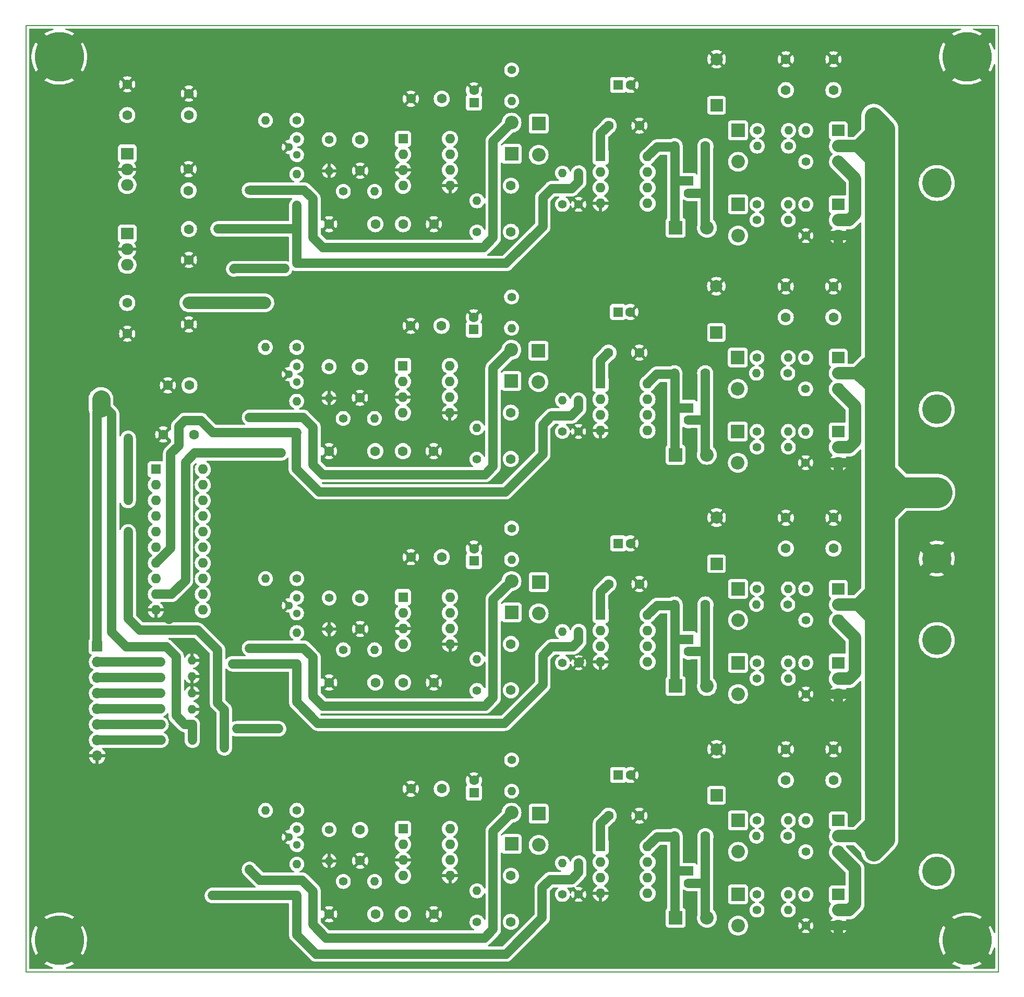
<source format=gbr>
G04 #@! TF.GenerationSoftware,KiCad,Pcbnew,(6.0.11)*
G04 #@! TF.CreationDate,2023-03-10T15:43:48+07:00*
G04 #@! TF.ProjectId,two-phase,74776f2d-7068-4617-9365-2e6b69636164,rev?*
G04 #@! TF.SameCoordinates,Original*
G04 #@! TF.FileFunction,Copper,L1,Top*
G04 #@! TF.FilePolarity,Positive*
%FSLAX46Y46*%
G04 Gerber Fmt 4.6, Leading zero omitted, Abs format (unit mm)*
G04 Created by KiCad (PCBNEW (6.0.11)) date 2023-03-10 15:43:48*
%MOMM*%
%LPD*%
G01*
G04 APERTURE LIST*
G04 #@! TA.AperFunction,Profile*
%ADD10C,0.150000*%
G04 #@! TD*
G04 #@! TA.AperFunction,ComponentPad*
%ADD11R,2.000000X1.905000*%
G04 #@! TD*
G04 #@! TA.AperFunction,ComponentPad*
%ADD12O,2.000000X1.905000*%
G04 #@! TD*
G04 #@! TA.AperFunction,ComponentPad*
%ADD13C,1.600000*%
G04 #@! TD*
G04 #@! TA.AperFunction,ComponentPad*
%ADD14C,1.400000*%
G04 #@! TD*
G04 #@! TA.AperFunction,ComponentPad*
%ADD15O,1.400000X1.400000*%
G04 #@! TD*
G04 #@! TA.AperFunction,ComponentPad*
%ADD16C,4.800000*%
G04 #@! TD*
G04 #@! TA.AperFunction,ComponentPad*
%ADD17R,2.200000X2.200000*%
G04 #@! TD*
G04 #@! TA.AperFunction,ComponentPad*
%ADD18O,2.200000X2.200000*%
G04 #@! TD*
G04 #@! TA.AperFunction,ComponentPad*
%ADD19R,1.600000X1.600000*%
G04 #@! TD*
G04 #@! TA.AperFunction,ComponentPad*
%ADD20O,1.600000X1.600000*%
G04 #@! TD*
G04 #@! TA.AperFunction,ComponentPad*
%ADD21C,8.000000*%
G04 #@! TD*
G04 #@! TA.AperFunction,ComponentPad*
%ADD22R,2.000000X2.000000*%
G04 #@! TD*
G04 #@! TA.AperFunction,ComponentPad*
%ADD23C,2.000000*%
G04 #@! TD*
G04 #@! TA.AperFunction,ComponentPad*
%ADD24O,1.300000X1.300000*%
G04 #@! TD*
G04 #@! TA.AperFunction,ComponentPad*
%ADD25C,1.300000*%
G04 #@! TD*
G04 #@! TA.AperFunction,ComponentPad*
%ADD26R,1.700000X1.700000*%
G04 #@! TD*
G04 #@! TA.AperFunction,ComponentPad*
%ADD27O,1.700000X1.700000*%
G04 #@! TD*
G04 #@! TA.AperFunction,ViaPad*
%ADD28C,1.500000*%
G04 #@! TD*
G04 #@! TA.AperFunction,Conductor*
%ADD29C,2.000000*%
G04 #@! TD*
G04 #@! TA.AperFunction,Conductor*
%ADD30C,3.000000*%
G04 #@! TD*
G04 #@! TA.AperFunction,Conductor*
%ADD31C,5.000000*%
G04 #@! TD*
G04 #@! TA.AperFunction,Conductor*
%ADD32C,1.500000*%
G04 #@! TD*
G04 APERTURE END LIST*
D10*
X14900000Y-171480000D02*
X172720000Y-171480000D01*
X172720000Y-171480000D02*
X172720000Y-17720000D01*
X172720000Y-17720000D02*
X14900000Y-17720000D01*
X14900000Y-17720000D02*
X14900000Y-171480000D01*
D11*
X146735000Y-83700000D03*
D12*
X146735000Y-86240000D03*
X146735000Y-88780000D03*
D13*
X138250000Y-102717677D03*
X138250000Y-97717677D03*
D14*
X133560000Y-161450000D03*
D15*
X138640000Y-161450000D03*
D16*
X162735000Y-104350000D03*
D13*
X109485000Y-108487677D03*
X114485000Y-108487677D03*
X145985000Y-102717677D03*
X145985000Y-97717677D03*
D17*
X120367930Y-125067677D03*
D18*
X125447930Y-125067677D03*
D14*
X58875000Y-121447677D03*
D15*
X58875000Y-116367677D03*
D14*
X101975000Y-83700000D03*
D15*
X101975000Y-78620000D03*
D13*
X93625000Y-51270000D03*
X93625000Y-43770000D03*
D17*
X120342930Y-87490000D03*
D18*
X125422930Y-87490000D03*
D17*
X93725000Y-38622183D03*
D18*
X93725000Y-33542183D03*
D13*
X81125000Y-50020000D03*
X76125000Y-50020000D03*
D19*
X76115000Y-110627677D03*
D20*
X76115000Y-113167677D03*
X76115000Y-115707677D03*
X76115000Y-118247677D03*
X83735000Y-118247677D03*
X83735000Y-115707677D03*
X83735000Y-113167677D03*
X83735000Y-110627677D03*
D21*
X20320000Y-166370000D03*
D14*
X133560000Y-46800000D03*
D15*
X138640000Y-46800000D03*
D13*
X82395000Y-104117677D03*
X77395000Y-104117677D03*
D14*
X58875000Y-145250000D03*
D15*
X53795000Y-145250000D03*
D19*
X122500000Y-117467677D03*
D13*
X122500000Y-119467677D03*
D16*
X162735000Y-93600000D03*
D13*
X145985000Y-140350000D03*
X145985000Y-135350000D03*
X31355000Y-62810000D03*
X31355000Y-67810000D03*
D14*
X102000000Y-46810000D03*
D15*
X102000000Y-41730000D03*
D13*
X69145000Y-41330000D03*
X69145000Y-36330000D03*
D14*
X104625000Y-46810000D03*
D15*
X104625000Y-41730000D03*
D16*
X162735000Y-117600000D03*
D14*
X88125000Y-163410000D03*
D15*
X88125000Y-158330000D03*
D13*
X81125000Y-162120000D03*
X76125000Y-162120000D03*
D14*
X138680000Y-37350000D03*
D15*
X133600000Y-37350000D03*
D17*
X98125000Y-145797818D03*
D18*
X98125000Y-150877818D03*
D13*
X109485000Y-146120000D03*
X114485000Y-146120000D03*
D14*
X66425000Y-156800000D03*
D15*
X71505000Y-156800000D03*
D14*
X141485000Y-39890000D03*
D15*
X141485000Y-34810000D03*
D13*
X31355000Y-32310000D03*
X31355000Y-27310000D03*
D19*
X87625000Y-142370000D03*
D13*
X87625000Y-140370000D03*
D14*
X93725000Y-61850000D03*
D15*
X93725000Y-66930000D03*
D14*
X36800000Y-121140000D03*
D15*
X41880000Y-120900000D03*
D19*
X76090000Y-73050000D03*
D20*
X76090000Y-75590000D03*
X76090000Y-78130000D03*
X76090000Y-80670000D03*
X83710000Y-80670000D03*
X83710000Y-78130000D03*
X83710000Y-75590000D03*
X83710000Y-73050000D03*
D14*
X138560000Y-149450000D03*
D15*
X133480000Y-149450000D03*
D13*
X109460000Y-70910000D03*
X114460000Y-70910000D03*
X145960000Y-65140000D03*
X145960000Y-60140000D03*
D14*
X104600000Y-83700000D03*
D15*
X104600000Y-78620000D03*
D22*
X127000000Y-142820708D03*
D23*
X127000000Y-135320708D03*
D17*
X98125000Y-33697818D03*
D18*
X98125000Y-38777818D03*
D14*
X102000000Y-158910000D03*
D15*
X102000000Y-153830000D03*
D11*
X31355000Y-51560000D03*
D12*
X31355000Y-54100000D03*
X31355000Y-56640000D03*
D17*
X130460000Y-71700000D03*
D18*
X130460000Y-76780000D03*
D17*
X98125000Y-108165495D03*
D18*
X98125000Y-113245495D03*
D19*
X108185000Y-151150000D03*
D20*
X108185000Y-153690000D03*
X108185000Y-156230000D03*
X108185000Y-158770000D03*
X115805000Y-158770000D03*
X115805000Y-156230000D03*
X115805000Y-153690000D03*
X115805000Y-151150000D03*
D13*
X69120000Y-78220000D03*
X69120000Y-73220000D03*
D21*
X167640000Y-166370000D03*
D17*
X130485000Y-146910000D03*
D18*
X130485000Y-151990000D03*
D14*
X104625000Y-158910000D03*
D15*
X104625000Y-153830000D03*
D13*
X71625000Y-50020000D03*
X64125000Y-50020000D03*
X71600000Y-86910000D03*
X64100000Y-86910000D03*
D14*
X93750000Y-99427677D03*
D15*
X93750000Y-104507677D03*
D13*
X82370000Y-66540000D03*
X77370000Y-66540000D03*
D14*
X58875000Y-46980000D03*
D15*
X58875000Y-41900000D03*
D17*
X130485000Y-109277677D03*
D18*
X130485000Y-114357677D03*
D19*
X108185000Y-113517677D03*
D20*
X108185000Y-116057677D03*
X108185000Y-118597677D03*
X108185000Y-121137677D03*
X115805000Y-121137677D03*
X115805000Y-118597677D03*
X115805000Y-116057677D03*
X115805000Y-113517677D03*
D14*
X36800000Y-123680000D03*
D15*
X41880000Y-123500000D03*
D14*
X36800000Y-128760000D03*
D15*
X41880000Y-128800000D03*
D11*
X146760000Y-34810000D03*
D12*
X146760000Y-37350000D03*
X146760000Y-39890000D03*
D13*
X69145000Y-115797677D03*
X69145000Y-110797677D03*
D17*
X98100000Y-70587818D03*
D18*
X98100000Y-75667818D03*
D14*
X36830000Y-131300000D03*
D15*
X41910000Y-131300000D03*
D19*
X87600000Y-67160000D03*
D13*
X87600000Y-65160000D03*
D14*
X58875000Y-159080000D03*
D15*
X58875000Y-154000000D03*
D14*
X141460000Y-76780000D03*
D15*
X141460000Y-71700000D03*
D19*
X87625000Y-30270000D03*
D13*
X87625000Y-28270000D03*
D14*
X133560000Y-71700000D03*
D15*
X138640000Y-71700000D03*
D17*
X130485000Y-158910000D03*
D18*
X130485000Y-163990000D03*
D19*
X122500000Y-43000000D03*
D13*
X122500000Y-45000000D03*
X42200000Y-84200000D03*
X37200000Y-84200000D03*
D14*
X88125000Y-125777677D03*
D15*
X88125000Y-120697677D03*
D14*
X133560000Y-123817677D03*
D15*
X138640000Y-123817677D03*
D19*
X76115000Y-148260000D03*
D20*
X76115000Y-150800000D03*
X76115000Y-153340000D03*
X76115000Y-155880000D03*
X83735000Y-155880000D03*
X83735000Y-153340000D03*
X83735000Y-150800000D03*
X83735000Y-148260000D03*
D13*
X109485000Y-34020000D03*
X114485000Y-34020000D03*
D14*
X64125000Y-36290000D03*
D15*
X64125000Y-41370000D03*
D13*
X93600000Y-88160000D03*
X93600000Y-80660000D03*
D11*
X146760000Y-146910000D03*
D12*
X146760000Y-149450000D03*
X146760000Y-151990000D03*
D16*
X162735000Y-43350000D03*
D14*
X58875000Y-33150000D03*
D15*
X53795000Y-33150000D03*
D13*
X120190112Y-37350000D03*
X125190112Y-37350000D03*
D14*
X141485000Y-163990000D03*
D15*
X141485000Y-158910000D03*
D14*
X133560000Y-146910000D03*
D15*
X138640000Y-146910000D03*
D13*
X93625000Y-163370000D03*
X93625000Y-155870000D03*
D17*
X93725000Y-150722183D03*
D18*
X93725000Y-145642183D03*
D17*
X130460000Y-83700000D03*
D18*
X130460000Y-88780000D03*
D14*
X88125000Y-51310000D03*
D15*
X88125000Y-46230000D03*
D14*
X138560000Y-111817677D03*
D15*
X133480000Y-111817677D03*
D14*
X88100000Y-88200000D03*
D15*
X88100000Y-83120000D03*
D24*
X58875000Y-38770000D03*
D25*
X57605000Y-37500000D03*
X58875000Y-36230000D03*
D13*
X120190112Y-149450000D03*
X125190112Y-149450000D03*
D17*
X93725000Y-113089860D03*
D18*
X93725000Y-108009860D03*
D19*
X76115000Y-36160000D03*
D20*
X76115000Y-38700000D03*
X76115000Y-41240000D03*
X76115000Y-43780000D03*
X83735000Y-43780000D03*
X83735000Y-41240000D03*
X83735000Y-38700000D03*
X83735000Y-36160000D03*
D19*
X111029888Y-27410000D03*
D13*
X113029888Y-27410000D03*
D14*
X66400000Y-81590000D03*
D15*
X71480000Y-81590000D03*
D14*
X64125000Y-148390000D03*
D15*
X64125000Y-153470000D03*
D19*
X122500000Y-155100000D03*
D13*
X122500000Y-157100000D03*
D14*
X133560000Y-121277677D03*
D15*
X138640000Y-121277677D03*
D14*
X133560000Y-49340000D03*
D15*
X138640000Y-49340000D03*
D14*
X133560000Y-109277677D03*
D15*
X138640000Y-109277677D03*
D13*
X82395000Y-141750000D03*
X77395000Y-141750000D03*
D14*
X36800000Y-126220000D03*
D15*
X41880000Y-126220000D03*
D14*
X133560000Y-86240000D03*
D15*
X138640000Y-86240000D03*
D13*
X41355000Y-50840000D03*
X41355000Y-55840000D03*
D21*
X167640000Y-22860000D03*
D11*
X146760000Y-46810000D03*
D12*
X146760000Y-49350000D03*
X146760000Y-51890000D03*
D14*
X93750000Y-137060000D03*
D15*
X93750000Y-142140000D03*
D13*
X120165112Y-74240000D03*
X125165112Y-74240000D03*
D16*
X162735000Y-155200000D03*
D13*
X71625000Y-124487677D03*
X64125000Y-124487677D03*
X41300000Y-44577000D03*
X41300000Y-41077000D03*
D19*
X122475000Y-79890000D03*
D13*
X122475000Y-81890000D03*
D17*
X130485000Y-46810000D03*
D18*
X130485000Y-51890000D03*
D13*
X138250000Y-140350000D03*
X138250000Y-135350000D03*
D19*
X111004888Y-64300000D03*
D13*
X113004888Y-64300000D03*
D17*
X120367930Y-162700000D03*
D18*
X125447930Y-162700000D03*
D14*
X93750000Y-24960000D03*
D15*
X93750000Y-30040000D03*
D17*
X130485000Y-121277677D03*
D18*
X130485000Y-126357677D03*
D17*
X120367930Y-50600000D03*
D18*
X125447930Y-50600000D03*
D13*
X69145000Y-153430000D03*
X69145000Y-148430000D03*
D25*
X58875000Y-150870000D03*
X57605000Y-149600000D03*
X58875000Y-148330000D03*
D21*
X20320000Y-22860000D03*
D11*
X146760000Y-158910000D03*
D12*
X146760000Y-161450000D03*
X146760000Y-163990000D03*
D13*
X82395000Y-29650000D03*
X77395000Y-29650000D03*
X138225000Y-65140000D03*
X138225000Y-60140000D03*
D11*
X146760000Y-109277677D03*
D12*
X146760000Y-111817677D03*
X146760000Y-114357677D03*
D14*
X141485000Y-114357677D03*
D15*
X141485000Y-109277677D03*
D11*
X31355000Y-38560000D03*
D12*
X31355000Y-41100000D03*
X31355000Y-43640000D03*
D13*
X138250000Y-28250000D03*
X138250000Y-23250000D03*
D19*
X108185000Y-39050000D03*
D20*
X108185000Y-41590000D03*
X108185000Y-44130000D03*
X108185000Y-46670000D03*
X115805000Y-46670000D03*
X115805000Y-44130000D03*
X115805000Y-41590000D03*
X115805000Y-39050000D03*
D14*
X58850000Y-83870000D03*
D15*
X58850000Y-78790000D03*
D14*
X141485000Y-151990000D03*
D15*
X141485000Y-146910000D03*
D13*
X71625000Y-162120000D03*
X64125000Y-162120000D03*
D11*
X146760000Y-121277677D03*
D12*
X146760000Y-123817677D03*
X146760000Y-126357677D03*
D14*
X141485000Y-126357677D03*
D15*
X141485000Y-121277677D03*
D14*
X138560000Y-74240000D03*
D15*
X133480000Y-74240000D03*
D14*
X64100000Y-73180000D03*
D15*
X64100000Y-78260000D03*
D11*
X146735000Y-71700000D03*
D12*
X146735000Y-74240000D03*
X146735000Y-76780000D03*
D14*
X66425000Y-44700000D03*
D15*
X71505000Y-44700000D03*
D14*
X102000000Y-121277677D03*
D15*
X102000000Y-116197677D03*
D19*
X108160000Y-75940000D03*
D20*
X108160000Y-78480000D03*
X108160000Y-81020000D03*
X108160000Y-83560000D03*
X115780000Y-83560000D03*
X115780000Y-81020000D03*
X115780000Y-78480000D03*
X115780000Y-75940000D03*
D17*
X93700000Y-75512183D03*
D18*
X93700000Y-70432183D03*
D14*
X104625000Y-121277677D03*
D15*
X104625000Y-116197677D03*
D25*
X58850000Y-75660000D03*
X57580000Y-74390000D03*
X58850000Y-73120000D03*
D13*
X93625000Y-125737677D03*
X93625000Y-118237677D03*
D19*
X87625000Y-104737677D03*
D13*
X87625000Y-102737677D03*
D19*
X36000000Y-89850000D03*
D20*
X36000000Y-92390000D03*
X36000000Y-94930000D03*
X36000000Y-97470000D03*
X36000000Y-100010000D03*
X36000000Y-102550000D03*
X36000000Y-105090000D03*
X36000000Y-107630000D03*
X36000000Y-110170000D03*
X36000000Y-112710000D03*
X43620000Y-112710000D03*
X43620000Y-110170000D03*
X43620000Y-107630000D03*
X43620000Y-105090000D03*
X43620000Y-102550000D03*
X43620000Y-100010000D03*
X43620000Y-97470000D03*
X43620000Y-94930000D03*
X43620000Y-92390000D03*
X43620000Y-89850000D03*
D13*
X41355000Y-32310000D03*
X41355000Y-28810000D03*
D22*
X127000000Y-105188385D03*
D23*
X127000000Y-97688385D03*
D14*
X133560000Y-158910000D03*
D15*
X138640000Y-158910000D03*
D13*
X41450000Y-76200000D03*
X37950000Y-76200000D03*
D14*
X64125000Y-110757677D03*
D15*
X64125000Y-115837677D03*
D16*
X162735000Y-80100000D03*
D14*
X58875000Y-107617677D03*
D15*
X53795000Y-107617677D03*
D14*
X141460000Y-88780000D03*
D15*
X141460000Y-83700000D03*
D13*
X41355000Y-62810000D03*
X41355000Y-66310000D03*
X81100000Y-86910000D03*
X76100000Y-86910000D03*
D22*
X126975000Y-67610708D03*
D23*
X126975000Y-60110708D03*
D14*
X133560000Y-83700000D03*
D15*
X138640000Y-83700000D03*
D14*
X58850000Y-70040000D03*
D15*
X53770000Y-70040000D03*
D14*
X36830000Y-133840000D03*
D15*
X41910000Y-133840000D03*
D13*
X145985000Y-28250000D03*
X145985000Y-23250000D03*
D14*
X66425000Y-119167677D03*
D15*
X71505000Y-119167677D03*
D26*
X26485000Y-118600000D03*
D27*
X26485000Y-121140000D03*
X26485000Y-123680000D03*
X26485000Y-126220000D03*
X26485000Y-128760000D03*
X26485000Y-131300000D03*
X26485000Y-133840000D03*
X26485000Y-136380000D03*
D14*
X133600000Y-34810000D03*
D15*
X138680000Y-34810000D03*
D22*
X127000000Y-30720708D03*
D23*
X127000000Y-23220708D03*
D19*
X111029888Y-101877677D03*
D13*
X113029888Y-101877677D03*
D14*
X141485000Y-51890000D03*
D15*
X141485000Y-46810000D03*
D17*
X130485000Y-34810000D03*
D18*
X130485000Y-39890000D03*
D13*
X120190112Y-111817677D03*
X125190112Y-111817677D03*
D19*
X111029888Y-139510000D03*
D13*
X113029888Y-139510000D03*
D25*
X58875000Y-113237677D03*
X57605000Y-111967677D03*
X58875000Y-110697677D03*
D13*
X81125000Y-124487677D03*
X76125000Y-124487677D03*
D28*
X149475000Y-118950000D03*
X149475000Y-118150000D03*
X149475000Y-117350000D03*
X149025000Y-116675000D03*
X149475000Y-81325000D03*
X149475000Y-80525000D03*
X149475000Y-79725000D03*
X149025000Y-79050000D03*
X149500000Y-44425000D03*
X149500000Y-43625000D03*
X149500000Y-42825000D03*
X149050000Y-42150000D03*
X149475000Y-156600000D03*
X152500000Y-112900000D03*
X152500000Y-40000000D03*
X152500000Y-35500000D03*
X152500000Y-144500000D03*
X152500000Y-109900000D03*
X152500000Y-38500000D03*
X153300000Y-113600000D03*
X153300000Y-75900000D03*
X153300000Y-33200000D03*
X152500000Y-37000000D03*
X152500000Y-92500000D03*
X152500000Y-114400000D03*
X153300000Y-72900000D03*
X152500000Y-93600000D03*
X153300000Y-109100000D03*
X153300000Y-110600000D03*
X153300000Y-71400000D03*
X152500000Y-94600000D03*
X152500000Y-70700000D03*
X153300000Y-151200000D03*
X152500000Y-108400000D03*
X154500000Y-94600000D03*
X153300000Y-36200000D03*
X152500000Y-106900000D03*
X152500000Y-69200000D03*
X152500000Y-34000000D03*
X152500000Y-146000000D03*
X152500000Y-72200000D03*
X152500000Y-152000000D03*
X154500000Y-93600000D03*
X153300000Y-34700000D03*
X152500000Y-150500000D03*
X153300000Y-145200000D03*
X153500000Y-93600000D03*
X154500000Y-92500000D03*
X153300000Y-37700000D03*
X152500000Y-147500000D03*
X153300000Y-69900000D03*
X153300000Y-112100000D03*
X152500000Y-76700000D03*
X152500000Y-73700000D03*
X152500000Y-32500000D03*
X153300000Y-148200000D03*
X153300000Y-146700000D03*
X153300000Y-149700000D03*
X153300000Y-107600000D03*
X152500000Y-75200000D03*
X152500000Y-111400000D03*
X153300000Y-39200000D03*
X152500000Y-149000000D03*
X153300000Y-74400000D03*
X86360000Y-20320000D03*
X113030000Y-157480000D03*
X17780000Y-83820000D03*
X88265000Y-48895000D03*
X101600000Y-149860000D03*
X17780000Y-73660000D03*
X101600000Y-38100000D03*
X37465000Y-59055000D03*
X115570000Y-168910000D03*
X38100000Y-112395000D03*
X121285000Y-67945000D03*
X30480000Y-72390000D03*
X66040000Y-137160000D03*
X160020000Y-109220000D03*
X113030000Y-45720000D03*
X146050000Y-91440000D03*
X113030000Y-82550000D03*
X85725000Y-125730000D03*
X111760000Y-20320000D03*
X170180000Y-134620000D03*
X55880000Y-134620000D03*
X48260000Y-39370000D03*
X55880000Y-161925000D03*
X120650000Y-168910000D03*
X146050000Y-166370000D03*
X17780000Y-48260000D03*
X55880000Y-116840000D03*
X85725000Y-88265000D03*
X113030000Y-114300000D03*
X148590000Y-54610000D03*
X106680000Y-20320000D03*
X148590000Y-166370000D03*
X88265000Y-123190000D03*
X121285000Y-142875000D03*
X62230000Y-31750000D03*
X113030000Y-154940000D03*
X96520000Y-102235000D03*
X151130000Y-168910000D03*
X170180000Y-68580000D03*
X170180000Y-83820000D03*
X73660000Y-31750000D03*
X60960000Y-20320000D03*
X156210000Y-168910000D03*
X71120000Y-20320000D03*
X170180000Y-58420000D03*
X96520000Y-27305000D03*
X106680000Y-64770000D03*
X170180000Y-43180000D03*
X102870000Y-55880000D03*
X106680000Y-27305000D03*
X146050000Y-168910000D03*
X43815000Y-74930000D03*
X117475000Y-102235000D03*
X34925000Y-59055000D03*
X170180000Y-88900000D03*
X30480000Y-20320000D03*
X140970000Y-168910000D03*
X55880000Y-93980000D03*
X143510000Y-54610000D03*
X73660000Y-137160000D03*
X55880000Y-137160000D03*
X17780000Y-160020000D03*
X133985000Y-114935000D03*
X147320000Y-20320000D03*
X110490000Y-93980000D03*
X106680000Y-132080000D03*
X100330000Y-168910000D03*
X55880000Y-139700000D03*
X48260000Y-36830000D03*
X30480000Y-76200000D03*
X67310000Y-162560000D03*
X106680000Y-140335000D03*
X69850000Y-99060000D03*
X55880000Y-90170000D03*
X170180000Y-129540000D03*
X43815000Y-66040000D03*
X17780000Y-63500000D03*
X160020000Y-111760000D03*
X17780000Y-58420000D03*
X55880000Y-97790000D03*
X17780000Y-43180000D03*
X142240000Y-20320000D03*
X117475000Y-139700000D03*
X146050000Y-57150000D03*
X34925000Y-36195000D03*
X110490000Y-132080000D03*
X148590000Y-91440000D03*
X113030000Y-119380000D03*
X170180000Y-53340000D03*
X170180000Y-63500000D03*
X113030000Y-152400000D03*
X143510000Y-91440000D03*
X102870000Y-93980000D03*
X116840000Y-20320000D03*
X170180000Y-139700000D03*
X52070000Y-168910000D03*
X88265000Y-85725000D03*
X110490000Y-55880000D03*
X96520000Y-20320000D03*
X56515000Y-153035000D03*
X137160000Y-20320000D03*
X44450000Y-152400000D03*
X121920000Y-20320000D03*
X170180000Y-119380000D03*
X170180000Y-73660000D03*
X40640000Y-20320000D03*
X55880000Y-113665000D03*
X37465000Y-36195000D03*
X113030000Y-80010000D03*
X17780000Y-88900000D03*
X34290000Y-72390000D03*
X83820000Y-33020000D03*
X35560000Y-20320000D03*
X81280000Y-20320000D03*
X121285000Y-105410000D03*
X113030000Y-40640000D03*
X170180000Y-114300000D03*
X17780000Y-33020000D03*
X73660000Y-27305000D03*
X37640000Y-41100000D03*
X81280000Y-114300000D03*
X110490000Y-168910000D03*
X66040000Y-99060000D03*
X162470000Y-99150000D03*
X132080000Y-20320000D03*
X113030000Y-43180000D03*
X135890000Y-73025000D03*
X17780000Y-149860000D03*
X17780000Y-144780000D03*
X106680000Y-93980000D03*
X26670000Y-168910000D03*
X130810000Y-168910000D03*
X165100000Y-111760000D03*
X170180000Y-38100000D03*
X170180000Y-99060000D03*
X17780000Y-134620000D03*
X121285000Y-31750000D03*
X170180000Y-78740000D03*
X34290000Y-84074000D03*
X66040000Y-20320000D03*
X44450000Y-154940000D03*
X76200000Y-20320000D03*
X17780000Y-78740000D03*
X35100000Y-41100000D03*
X117475000Y-64770000D03*
X25400000Y-20320000D03*
X143510000Y-166370000D03*
X67310000Y-125095000D03*
X31750000Y-168910000D03*
X113030000Y-116840000D03*
X17780000Y-68580000D03*
X67310000Y-50800000D03*
X170180000Y-160020000D03*
X146050000Y-129540000D03*
X101600000Y-74930000D03*
X45720000Y-20320000D03*
X76200000Y-69850000D03*
X62230000Y-99060000D03*
X133985000Y-40640000D03*
X17780000Y-38100000D03*
X162560000Y-20320000D03*
X170180000Y-104140000D03*
X69850000Y-27305000D03*
X49149000Y-134112000D03*
X17780000Y-154940000D03*
X73660000Y-62230000D03*
X148590000Y-57150000D03*
X37340000Y-54100000D03*
X125730000Y-168910000D03*
X93345000Y-85725000D03*
X135890000Y-148590000D03*
X165100000Y-109220000D03*
X56515000Y-47625000D03*
X17780000Y-53340000D03*
X69850000Y-137160000D03*
X161290000Y-168910000D03*
X148590000Y-93980000D03*
X143510000Y-129540000D03*
X41910000Y-168910000D03*
X117475000Y-27940000D03*
X146050000Y-132080000D03*
X148590000Y-129540000D03*
X170180000Y-93980000D03*
X38100000Y-143510000D03*
X46990000Y-168910000D03*
X81280000Y-40640000D03*
X170180000Y-154940000D03*
X38100000Y-139700000D03*
X49276000Y-156210000D03*
X127000000Y-20320000D03*
X50800000Y-20320000D03*
X69850000Y-62230000D03*
X170180000Y-48260000D03*
X133985000Y-77470000D03*
X17780000Y-139700000D03*
X66040000Y-27305000D03*
X62230000Y-62230000D03*
X66040000Y-31750000D03*
X159930000Y-99150000D03*
X76200000Y-144780000D03*
X69850000Y-31750000D03*
X113030000Y-77470000D03*
X170180000Y-33020000D03*
X17780000Y-27940000D03*
X101600000Y-20320000D03*
X102870000Y-132080000D03*
X165010000Y-99150000D03*
X62230000Y-27305000D03*
X105410000Y-168910000D03*
X34110000Y-112710000D03*
X152400000Y-20320000D03*
X85725000Y-163195000D03*
X33900000Y-110245000D03*
X56515000Y-53975000D03*
X55880000Y-102235000D03*
X83820000Y-144780000D03*
X170180000Y-109220000D03*
X101600000Y-112395000D03*
X81280000Y-77470000D03*
X170180000Y-144780000D03*
X148590000Y-132080000D03*
X106680000Y-55880000D03*
X135890000Y-110490000D03*
X34290000Y-139700000D03*
X143510000Y-93980000D03*
X88265000Y-160655000D03*
X135890000Y-36195000D03*
X146050000Y-54610000D03*
X157480000Y-20320000D03*
X93345000Y-123190000D03*
X106680000Y-102235000D03*
X43815000Y-67945000D03*
X146050000Y-93980000D03*
X73660000Y-99060000D03*
X85725000Y-51435000D03*
X83820000Y-69850000D03*
X55880000Y-20320000D03*
X93345000Y-48895000D03*
X34800000Y-54100000D03*
X130175000Y-26670000D03*
X133985000Y-152400000D03*
X96520000Y-140335000D03*
X93980000Y-160655000D03*
X127000000Y-26670000D03*
X83820000Y-107315000D03*
X76200000Y-107315000D03*
X67310000Y-87630000D03*
X143510000Y-132080000D03*
X62230000Y-137160000D03*
X38100000Y-114300000D03*
X66040000Y-62230000D03*
X162560000Y-109220000D03*
X34290000Y-76200000D03*
X170180000Y-27940000D03*
X81280000Y-152400000D03*
X170180000Y-149860000D03*
X91440000Y-20320000D03*
X36830000Y-168910000D03*
X162560000Y-111760000D03*
X143510000Y-57150000D03*
X135890000Y-168910000D03*
X170180000Y-124460000D03*
X96520000Y-64770000D03*
X51200000Y-118900000D03*
X51200000Y-154850000D03*
X51200000Y-81400000D03*
X51200000Y-44500000D03*
X27100000Y-78500000D03*
X27100000Y-79900000D03*
X53795000Y-62805000D03*
X149025000Y-154325000D03*
X149475000Y-155000000D03*
X149475000Y-155800000D03*
X46100000Y-50800000D03*
X48650000Y-57300000D03*
X56900000Y-57250000D03*
X48452323Y-121447677D03*
X49100000Y-132000000D03*
X55900000Y-132000000D03*
X31500000Y-94930000D03*
X45180000Y-159080000D03*
X31500000Y-84800000D03*
X47100000Y-135100000D03*
X31500000Y-100010000D03*
X56300000Y-87200000D03*
D29*
X149475000Y-156375000D02*
X149475000Y-160525000D01*
X149475000Y-154755000D02*
X146760000Y-152040000D01*
X146760000Y-152040000D02*
X146760000Y-151990000D01*
X149475000Y-156375000D02*
X149475000Y-154755000D01*
X149475000Y-160525000D02*
X148525000Y-161475000D01*
X148525000Y-161475000D02*
X146735000Y-161475000D01*
D30*
X154500000Y-92500000D02*
X154500000Y-94600000D01*
X152500000Y-106900000D02*
X152500000Y-99100000D01*
D29*
X151800000Y-147500000D02*
X152500000Y-147500000D01*
D30*
X152500000Y-32500000D02*
X154500000Y-34500000D01*
D29*
X149850000Y-37350000D02*
X151700000Y-35500000D01*
X151500000Y-72500000D02*
X152500000Y-72500000D01*
X146760000Y-111817677D02*
X149882323Y-111817677D01*
D30*
X154500000Y-94600000D02*
X154500000Y-150000000D01*
D29*
X149950000Y-149450000D02*
X152500000Y-152000000D01*
D30*
X152500000Y-99100000D02*
X158000000Y-93600000D01*
X152500000Y-38500000D02*
X152500000Y-37000000D01*
X152500000Y-92500000D02*
X152500000Y-77000000D01*
D29*
X146735000Y-74240000D02*
X149760000Y-74240000D01*
X146760000Y-149450000D02*
X149950000Y-149450000D01*
D30*
X152500000Y-74000000D02*
X152500000Y-72500000D01*
X152500000Y-77000000D02*
X152500000Y-75500000D01*
X154500000Y-34500000D02*
X154500000Y-92500000D01*
X154500000Y-150000000D02*
X152500000Y-152000000D01*
X152500000Y-94600000D02*
X152500000Y-152000000D01*
X152500000Y-93600000D02*
X152500000Y-94600000D01*
X152500000Y-77000000D02*
X152500000Y-88100000D01*
X152500000Y-72500000D02*
X152500000Y-71000000D01*
D29*
X149760000Y-74240000D02*
X151500000Y-72500000D01*
X146760000Y-37350000D02*
X149850000Y-37350000D01*
D30*
X152500000Y-75500000D02*
X152500000Y-74000000D01*
D31*
X162735000Y-93600000D02*
X153900000Y-93600000D01*
D29*
X151800000Y-109900000D02*
X152500000Y-109900000D01*
X146760000Y-149450000D02*
X149850000Y-149450000D01*
X149867677Y-111817677D02*
X151650000Y-113600000D01*
X149740000Y-74240000D02*
X152500000Y-76700000D01*
D30*
X152500000Y-69500000D02*
X152500000Y-40000000D01*
X152500000Y-32500000D02*
X152500000Y-38500000D01*
X158000000Y-93600000D02*
X162735000Y-93600000D01*
D29*
X149882323Y-111817677D02*
X151800000Y-109900000D01*
X151650000Y-113600000D02*
X153300000Y-113600000D01*
X146735000Y-74240000D02*
X149740000Y-74240000D01*
X149850000Y-149450000D02*
X151800000Y-147500000D01*
D30*
X152500000Y-88100000D02*
X158000000Y-93600000D01*
X152500000Y-40000000D02*
X152500000Y-38500000D01*
D29*
X149850000Y-37350000D02*
X152500000Y-40000000D01*
X151700000Y-35500000D02*
X152500000Y-35500000D01*
X146760000Y-111817677D02*
X149867677Y-111817677D01*
D30*
X152500000Y-71000000D02*
X152500000Y-69500000D01*
X152500000Y-93600000D02*
X152500000Y-92500000D01*
D32*
X127029292Y-97717677D02*
X127000000Y-97688385D01*
X127029292Y-23250000D02*
X127000000Y-23220708D01*
X127004292Y-60140000D02*
X126975000Y-60110708D01*
X104765000Y-121137677D02*
X104625000Y-121277677D01*
X69105000Y-41370000D02*
X69145000Y-41330000D01*
X127029292Y-135350000D02*
X127000000Y-135320708D01*
X76025000Y-41330000D02*
X76115000Y-41240000D01*
X89415000Y-90700000D02*
X63100000Y-90700000D01*
X90725000Y-89390000D02*
X89415000Y-90700000D01*
X90750000Y-36517183D02*
X93725000Y-33542183D01*
X61500000Y-158350000D02*
X61500000Y-163850000D01*
X89350000Y-166000000D02*
X90750000Y-164600000D01*
X63100000Y-128300000D02*
X61500000Y-126700000D01*
X90750000Y-148617183D02*
X93725000Y-145642183D01*
X89200000Y-53800000D02*
X90750000Y-52250000D01*
X109485000Y-108487677D02*
X108180000Y-109792677D01*
X109485000Y-34020000D02*
X108180000Y-35325000D01*
X63100000Y-90700000D02*
X61500000Y-89100000D01*
X108180000Y-109792677D02*
X108180000Y-113512677D01*
X52900000Y-156600000D02*
X59750000Y-156600000D01*
X108180000Y-147425000D02*
X108180000Y-151145000D01*
X61500000Y-52200000D02*
X63100000Y-53800000D01*
X51200000Y-154900000D02*
X52900000Y-156600000D01*
X61500000Y-120400000D02*
X60000000Y-118900000D01*
X61500000Y-45900000D02*
X61500000Y-52200000D01*
X108180000Y-35325000D02*
X108180000Y-39045000D01*
X90750000Y-126967677D02*
X89417677Y-128300000D01*
X63650000Y-166000000D02*
X89350000Y-166000000D01*
X93700000Y-70432183D02*
X90725000Y-73407183D01*
X61500000Y-89100000D02*
X61500000Y-83000000D01*
X61500000Y-163850000D02*
X63650000Y-166000000D01*
X51385000Y-44500000D02*
X60100000Y-44500000D01*
X90750000Y-110984860D02*
X90750000Y-126967677D01*
X60100000Y-44500000D02*
X61500000Y-45900000D01*
X51200000Y-154850000D02*
X51200000Y-154900000D01*
X93725000Y-108009860D02*
X90750000Y-110984860D01*
X109460000Y-70910000D02*
X108155000Y-72215000D01*
X63100000Y-53800000D02*
X89200000Y-53800000D01*
X108155000Y-72215000D02*
X108155000Y-75935000D01*
X90750000Y-164600000D02*
X90750000Y-148617183D01*
X59750000Y-156600000D02*
X61500000Y-158350000D01*
X59900000Y-81400000D02*
X51200000Y-81400000D01*
X90750000Y-52250000D02*
X90750000Y-36517183D01*
X90725000Y-73407183D02*
X90725000Y-89390000D01*
X61500000Y-83000000D02*
X59900000Y-81400000D01*
X89417677Y-128300000D02*
X63100000Y-128300000D01*
X61500000Y-126700000D02*
X61500000Y-120400000D01*
X109485000Y-146120000D02*
X108180000Y-147425000D01*
X60000000Y-118900000D02*
X51200000Y-118900000D01*
D30*
X27100000Y-78500000D02*
X27100000Y-79900000D01*
D29*
X41355000Y-62810000D02*
X53690000Y-62810000D01*
D32*
X39300000Y-129900000D02*
X40700000Y-131300000D01*
X27100000Y-79900000D02*
X27830000Y-79900000D01*
X27100000Y-79900000D02*
X26485000Y-80515000D01*
X41910000Y-133840000D02*
X41910000Y-131300000D01*
X31200000Y-118700000D02*
X37700000Y-118700000D01*
X28800000Y-80870000D02*
X28800000Y-116300000D01*
X26485000Y-80515000D02*
X26485000Y-118600000D01*
X40700000Y-131300000D02*
X41910000Y-131300000D01*
X27830000Y-79900000D02*
X28800000Y-80870000D01*
D29*
X53690000Y-62810000D02*
X53700000Y-62800000D01*
D32*
X28800000Y-116300000D02*
X31200000Y-118700000D01*
X39300000Y-120300000D02*
X39300000Y-129900000D01*
X37700000Y-118700000D02*
X39300000Y-120300000D01*
X120500000Y-43000000D02*
X120250000Y-42750000D01*
X122500000Y-43000000D02*
X120500000Y-43000000D01*
X120250000Y-37409888D02*
X120190112Y-37350000D01*
X120040112Y-37500000D02*
X120190112Y-37350000D01*
X120367930Y-50600000D02*
X120250000Y-50482070D01*
X120250000Y-50482070D02*
X120250000Y-42750000D01*
X120250000Y-42750000D02*
X120250000Y-37409888D01*
X117355000Y-37500000D02*
X120040112Y-37500000D01*
X115805000Y-39050000D02*
X117355000Y-37500000D01*
D29*
X149500000Y-44700000D02*
X149500000Y-42630000D01*
D32*
X122500000Y-45000000D02*
X125180224Y-45000000D01*
X125190112Y-45009888D02*
X125190112Y-50342182D01*
X125190112Y-50342182D02*
X125447930Y-50600000D01*
X125190112Y-37350000D02*
X125190112Y-45009888D01*
D29*
X148550000Y-49350000D02*
X146760000Y-49350000D01*
X149500000Y-44700000D02*
X149500000Y-48400000D01*
X149500000Y-42630000D02*
X149135000Y-42265000D01*
X149135000Y-42265000D02*
X146760000Y-39890000D01*
D32*
X125180224Y-45000000D02*
X125190112Y-45009888D01*
D29*
X149500000Y-48400000D02*
X148550000Y-49350000D01*
D32*
X120367930Y-125067677D02*
X120250000Y-124949747D01*
X120500000Y-117467677D02*
X120250000Y-117217677D01*
X120250000Y-117217677D02*
X120250000Y-111877565D01*
X120250000Y-111877565D02*
X120190112Y-111817677D01*
X120250000Y-124949747D02*
X120250000Y-117217677D01*
X122500000Y-117467677D02*
X120500000Y-117467677D01*
X117355000Y-111967677D02*
X120040112Y-111967677D01*
X115805000Y-113517677D02*
X117355000Y-111967677D01*
X120040112Y-111967677D02*
X120190112Y-111817677D01*
D29*
X149475000Y-119225000D02*
X149475000Y-117155000D01*
X149475000Y-122925000D02*
X148525000Y-123875000D01*
X149110000Y-116790000D02*
X146735000Y-114415000D01*
D32*
X125190112Y-111817677D02*
X125190112Y-119509888D01*
D29*
X148525000Y-123875000D02*
X146735000Y-123875000D01*
D32*
X122500000Y-119467677D02*
X125147901Y-119467677D01*
X125147901Y-119467677D02*
X125190112Y-119509888D01*
D29*
X149475000Y-117155000D02*
X149110000Y-116790000D01*
D32*
X125190112Y-119509888D02*
X125190112Y-124809859D01*
D29*
X149475000Y-119225000D02*
X149475000Y-122925000D01*
D32*
X125190112Y-124809859D02*
X125447930Y-125067677D01*
X122500000Y-155100000D02*
X120500000Y-155100000D01*
X120250000Y-154850000D02*
X120250000Y-149509888D01*
X120250000Y-162582070D02*
X120250000Y-154850000D01*
X115805000Y-151150000D02*
X117355000Y-149600000D01*
X120367930Y-162700000D02*
X120250000Y-162582070D01*
X120500000Y-155100000D02*
X120250000Y-154850000D01*
X120250000Y-149509888D02*
X120190112Y-149450000D01*
X117355000Y-149600000D02*
X120040112Y-149600000D01*
X120040112Y-149600000D02*
X120190112Y-149450000D01*
X125000000Y-157100000D02*
X125190112Y-157290112D01*
X125190112Y-157290112D02*
X125190112Y-162442182D01*
X122500000Y-157100000D02*
X125000000Y-157100000D01*
X125190112Y-149450000D02*
X125190112Y-157290112D01*
X125190112Y-162442182D02*
X125447930Y-162700000D01*
X120225000Y-87372070D02*
X120225000Y-79640000D01*
X117330000Y-74390000D02*
X120015112Y-74390000D01*
X115780000Y-75940000D02*
X117330000Y-74390000D01*
X120225000Y-74299888D02*
X120165112Y-74240000D01*
X120015112Y-74390000D02*
X120165112Y-74240000D01*
X122475000Y-79890000D02*
X120475000Y-79890000D01*
X120475000Y-79890000D02*
X120225000Y-79640000D01*
X120225000Y-79640000D02*
X120225000Y-74299888D01*
X120342930Y-87490000D02*
X120225000Y-87372070D01*
D29*
X149475000Y-81625000D02*
X149475000Y-85325000D01*
X149110000Y-79190000D02*
X146735000Y-76815000D01*
D32*
X125165112Y-74240000D02*
X125165112Y-81934888D01*
D29*
X148525000Y-86275000D02*
X146735000Y-86275000D01*
D32*
X122475000Y-81890000D02*
X125120224Y-81890000D01*
X125165112Y-81934888D02*
X125165112Y-87232182D01*
D29*
X149475000Y-81625000D02*
X149475000Y-79555000D01*
X149475000Y-79555000D02*
X149110000Y-79190000D01*
X149475000Y-85325000D02*
X148525000Y-86275000D01*
D32*
X125165112Y-87232182D02*
X125422930Y-87490000D01*
X125120224Y-81890000D02*
X125165112Y-81934888D01*
X36800000Y-121140000D02*
X26485000Y-121140000D01*
X36830000Y-131300000D02*
X26485000Y-131300000D01*
X36800000Y-123680000D02*
X26485000Y-123680000D01*
X36830000Y-133840000D02*
X26485000Y-133840000D01*
X36800000Y-126220000D02*
X26485000Y-126220000D01*
X36800000Y-128760000D02*
X26485000Y-128760000D01*
X103500000Y-44250000D02*
X100250000Y-44250000D01*
X104625000Y-43125000D02*
X103500000Y-44250000D01*
X58450000Y-50800000D02*
X58875000Y-50375000D01*
X98800000Y-50450000D02*
X92850000Y-56400000D01*
X58875000Y-56400000D02*
X58875000Y-50375000D01*
X58875000Y-50375000D02*
X58875000Y-46980000D01*
X100250000Y-44250000D02*
X98800000Y-45700000D01*
X98800000Y-45700000D02*
X98800000Y-50450000D01*
X92850000Y-56400000D02*
X58875000Y-56400000D01*
X46100000Y-50800000D02*
X58450000Y-50800000D01*
X104625000Y-41730000D02*
X104625000Y-43125000D01*
X48650000Y-57300000D02*
X48700000Y-57250000D01*
X48700000Y-57250000D02*
X56900000Y-57250000D01*
X103700000Y-118700000D02*
X100200000Y-118700000D01*
X100200000Y-118700000D02*
X98800000Y-120100000D01*
X98800000Y-124900000D02*
X92600000Y-131100000D01*
X92600000Y-131100000D02*
X62300000Y-131100000D01*
X104625000Y-117775000D02*
X103700000Y-118700000D01*
X62300000Y-131100000D02*
X58875000Y-127675000D01*
X58875000Y-127675000D02*
X58875000Y-121447677D01*
X48452323Y-121447677D02*
X58875000Y-121447677D01*
X98800000Y-120100000D02*
X98800000Y-124900000D01*
X104625000Y-116197677D02*
X104625000Y-117775000D01*
X49100000Y-132000000D02*
X55900000Y-132000000D01*
X31500000Y-94930000D02*
X31500000Y-84800000D01*
X58875000Y-159080000D02*
X45180000Y-159080000D01*
X58875000Y-165475000D02*
X58875000Y-159080000D01*
X98700000Y-157800000D02*
X98700000Y-162700000D01*
X103500000Y-156500000D02*
X100000000Y-156500000D01*
X98700000Y-162700000D02*
X92800000Y-168600000D01*
X104625000Y-155375000D02*
X103500000Y-156500000D01*
X62000000Y-168600000D02*
X58875000Y-165475000D01*
X92800000Y-168600000D02*
X62000000Y-168600000D01*
X104625000Y-153830000D02*
X104625000Y-155375000D01*
X100000000Y-156500000D02*
X98700000Y-157800000D01*
X47100000Y-128900000D02*
X47100000Y-135100000D01*
X42800000Y-116000000D02*
X46000000Y-119200000D01*
X33400000Y-116000000D02*
X42800000Y-116000000D01*
X46000000Y-119200000D02*
X46000000Y-127800000D01*
X31500000Y-100010000D02*
X31500000Y-114100000D01*
X46000000Y-127800000D02*
X47100000Y-128900000D01*
X31500000Y-114100000D02*
X33400000Y-116000000D01*
X98800000Y-87400000D02*
X92700000Y-93500000D01*
X100200000Y-81200000D02*
X98800000Y-82600000D01*
X43300000Y-81900000D02*
X40700000Y-81900000D01*
X92700000Y-93500000D02*
X62500000Y-93500000D01*
X104600000Y-78620000D02*
X104600000Y-80000000D01*
X45270000Y-83870000D02*
X43300000Y-81900000D01*
X40700000Y-81900000D02*
X39700000Y-82900000D01*
X39700000Y-82900000D02*
X39700000Y-86000000D01*
X98800000Y-82600000D02*
X98800000Y-87400000D01*
X58850000Y-83870000D02*
X45270000Y-83870000D01*
X39700000Y-86000000D02*
X38400000Y-87300000D01*
X104600000Y-80000000D02*
X103400000Y-81200000D01*
X58800000Y-89800000D02*
X58800000Y-83920000D01*
X58800000Y-83920000D02*
X58850000Y-83870000D01*
X38400000Y-87300000D02*
X38400000Y-102690000D01*
X38400000Y-102690000D02*
X36000000Y-105090000D01*
X103400000Y-81200000D02*
X100200000Y-81200000D01*
X62500000Y-93500000D02*
X58800000Y-89800000D01*
X36000000Y-110170000D02*
X38530000Y-110170000D01*
X42300000Y-87200000D02*
X56300000Y-87200000D01*
X40800000Y-107900000D02*
X40800000Y-88700000D01*
X40800000Y-88700000D02*
X42300000Y-87200000D01*
X38530000Y-110170000D02*
X40800000Y-107900000D01*
G04 #@! TA.AperFunction,Conductor*
G36*
X19327914Y-18248502D02*
G01*
X19374407Y-18302158D01*
X19384511Y-18372432D01*
X19355017Y-18437012D01*
X19295291Y-18475396D01*
X19284698Y-18478014D01*
X19232996Y-18488439D01*
X19227451Y-18489821D01*
X18841260Y-18604950D01*
X18835856Y-18606832D01*
X18461704Y-18756482D01*
X18456497Y-18758844D01*
X18097430Y-18941797D01*
X18092469Y-18944615D01*
X17939894Y-19040698D01*
X17930562Y-19051269D01*
X17934644Y-19060430D01*
X20307188Y-21432974D01*
X20321132Y-21440588D01*
X20322965Y-21440457D01*
X20329580Y-21436206D01*
X22704550Y-19061236D01*
X22711310Y-19048856D01*
X22706064Y-19041849D01*
X22409532Y-18869263D01*
X22404467Y-18866616D01*
X22039244Y-18696309D01*
X22033951Y-18694128D01*
X21654798Y-18557623D01*
X21649338Y-18555934D01*
X21344122Y-18476431D01*
X21283243Y-18439904D01*
X21251776Y-18376262D01*
X21259713Y-18305710D01*
X21304532Y-18250649D01*
X21375883Y-18228500D01*
X166579793Y-18228500D01*
X166647914Y-18248502D01*
X166694407Y-18302158D01*
X166704511Y-18372432D01*
X166675017Y-18437012D01*
X166615291Y-18475396D01*
X166604698Y-18478014D01*
X166552996Y-18488439D01*
X166547451Y-18489821D01*
X166161260Y-18604950D01*
X166155856Y-18606832D01*
X165781704Y-18756482D01*
X165776497Y-18758844D01*
X165417430Y-18941797D01*
X165412469Y-18944615D01*
X165259894Y-19040698D01*
X165250562Y-19051269D01*
X165254644Y-19060430D01*
X167627188Y-21432974D01*
X167641132Y-21440588D01*
X167642965Y-21440457D01*
X167649580Y-21436206D01*
X170024550Y-19061236D01*
X170031310Y-19048856D01*
X170026064Y-19041849D01*
X169729532Y-18869263D01*
X169724467Y-18866616D01*
X169359244Y-18696309D01*
X169353951Y-18694128D01*
X168974798Y-18557623D01*
X168969338Y-18555934D01*
X168664122Y-18476431D01*
X168603243Y-18439904D01*
X168571776Y-18376262D01*
X168579713Y-18305710D01*
X168624532Y-18250649D01*
X168695883Y-18228500D01*
X172085500Y-18228500D01*
X172153621Y-18248502D01*
X172200114Y-18302158D01*
X172211500Y-18354500D01*
X172211500Y-21569501D01*
X172191498Y-21637622D01*
X172137842Y-21684115D01*
X172067568Y-21694219D01*
X172002988Y-21664725D01*
X171965804Y-21608855D01*
X171852104Y-21263034D01*
X171850074Y-21257688D01*
X171690029Y-20887847D01*
X171687525Y-20882713D01*
X171494621Y-20528900D01*
X171491658Y-20524009D01*
X171461054Y-20478293D01*
X171451114Y-20470000D01*
X171436965Y-20477249D01*
X169067026Y-22847188D01*
X169059412Y-22861132D01*
X169059543Y-22862965D01*
X169063794Y-22869580D01*
X171439635Y-25245421D01*
X171452015Y-25252181D01*
X171458838Y-25247073D01*
X171645227Y-24921621D01*
X171647839Y-24916539D01*
X171815591Y-24550136D01*
X171817736Y-24544828D01*
X171951589Y-24164733D01*
X171953242Y-24159256D01*
X171963350Y-24119310D01*
X171999451Y-24058178D01*
X172062872Y-24026267D01*
X172133478Y-24033711D01*
X172188850Y-24078145D01*
X172211500Y-24150219D01*
X172211500Y-165079501D01*
X172191498Y-165147622D01*
X172137842Y-165194115D01*
X172067568Y-165204219D01*
X172002988Y-165174725D01*
X171965804Y-165118855D01*
X171852104Y-164773034D01*
X171850074Y-164767688D01*
X171690029Y-164397847D01*
X171687525Y-164392713D01*
X171494621Y-164038900D01*
X171491658Y-164034009D01*
X171461054Y-163988293D01*
X171451114Y-163980000D01*
X171436965Y-163987249D01*
X169067026Y-166357188D01*
X169059412Y-166371132D01*
X169059543Y-166372965D01*
X169063794Y-166379580D01*
X171439635Y-168755421D01*
X171452015Y-168762181D01*
X171458838Y-168757073D01*
X171645227Y-168431621D01*
X171647839Y-168426539D01*
X171815591Y-168060136D01*
X171817736Y-168054828D01*
X171951589Y-167674733D01*
X171953242Y-167669256D01*
X171963350Y-167629310D01*
X171999451Y-167568178D01*
X172062872Y-167536267D01*
X172133478Y-167543711D01*
X172188850Y-167588145D01*
X172211500Y-167660219D01*
X172211500Y-170845500D01*
X172191498Y-170913621D01*
X172137842Y-170960114D01*
X172085500Y-170971500D01*
X168815894Y-170971500D01*
X168747773Y-170951498D01*
X168701280Y-170897842D01*
X168691176Y-170827568D01*
X168720670Y-170762988D01*
X168786694Y-170722930D01*
X168878917Y-170700959D01*
X168884398Y-170699388D01*
X169266337Y-170570852D01*
X169271667Y-170568784D01*
X169640386Y-170406160D01*
X169645493Y-170403625D01*
X169997953Y-170208252D01*
X170002819Y-170205259D01*
X170022502Y-170191882D01*
X170030824Y-170181763D01*
X170023633Y-170167847D01*
X167652812Y-167797026D01*
X167638868Y-167789412D01*
X167637035Y-167789543D01*
X167630420Y-167793794D01*
X165256618Y-170167596D01*
X165249858Y-170179976D01*
X165256396Y-170188710D01*
X165330968Y-170237881D01*
X165335864Y-170240799D01*
X165691003Y-170431222D01*
X165696177Y-170433701D01*
X166067130Y-170591162D01*
X166072465Y-170593146D01*
X166456162Y-170716338D01*
X166461685Y-170717838D01*
X166482697Y-170722535D01*
X166544814Y-170756915D01*
X166578483Y-170819421D01*
X166573013Y-170890206D01*
X166530142Y-170946798D01*
X166463481Y-170971228D01*
X166455211Y-170971500D01*
X21495894Y-170971500D01*
X21427773Y-170951498D01*
X21381280Y-170897842D01*
X21371176Y-170827568D01*
X21400670Y-170762988D01*
X21466694Y-170722930D01*
X21558917Y-170700959D01*
X21564398Y-170699388D01*
X21946337Y-170570852D01*
X21951667Y-170568784D01*
X22320386Y-170406160D01*
X22325493Y-170403625D01*
X22677953Y-170208252D01*
X22682819Y-170205259D01*
X22702502Y-170191882D01*
X22710824Y-170181763D01*
X22703633Y-170167847D01*
X20332812Y-167797026D01*
X20318868Y-167789412D01*
X20317035Y-167789543D01*
X20310420Y-167793794D01*
X17936618Y-170167596D01*
X17929858Y-170179976D01*
X17936396Y-170188710D01*
X18010968Y-170237881D01*
X18015864Y-170240799D01*
X18371003Y-170431222D01*
X18376177Y-170433701D01*
X18747130Y-170591162D01*
X18752465Y-170593146D01*
X19136162Y-170716338D01*
X19141685Y-170717838D01*
X19162697Y-170722535D01*
X19224814Y-170756915D01*
X19258483Y-170819421D01*
X19253013Y-170890206D01*
X19210142Y-170946798D01*
X19143481Y-170971228D01*
X19135211Y-170971500D01*
X15534500Y-170971500D01*
X15466379Y-170951498D01*
X15419886Y-170897842D01*
X15408500Y-170845500D01*
X15408500Y-166524359D01*
X15817967Y-166524359D01*
X15818166Y-166530063D01*
X15850485Y-166931749D01*
X15851203Y-166937426D01*
X15919791Y-167334509D01*
X15921022Y-167340109D01*
X16025322Y-167729365D01*
X16027046Y-167734798D01*
X16166199Y-168113005D01*
X16168407Y-168118259D01*
X16341263Y-168482291D01*
X16343948Y-168487340D01*
X16499910Y-168751060D01*
X16510218Y-168760685D01*
X16518530Y-168757256D01*
X18892974Y-166382812D01*
X18899352Y-166371132D01*
X21739412Y-166371132D01*
X21739543Y-166372965D01*
X21743794Y-166379580D01*
X24119635Y-168755421D01*
X24132015Y-168762181D01*
X24138838Y-168757073D01*
X24325227Y-168431621D01*
X24327839Y-168426539D01*
X24495591Y-168060136D01*
X24497736Y-168054828D01*
X24631589Y-167674733D01*
X24633244Y-167669251D01*
X24732096Y-167278587D01*
X24733243Y-167273001D01*
X24796287Y-166874961D01*
X24796922Y-166869299D01*
X24823703Y-166466092D01*
X24823837Y-166462587D01*
X24824788Y-166371773D01*
X24824726Y-166368225D01*
X24806396Y-165964569D01*
X24805880Y-165958890D01*
X24751187Y-165559623D01*
X24750160Y-165554023D01*
X24659505Y-165161357D01*
X24657964Y-165155839D01*
X24532104Y-164773034D01*
X24530074Y-164767688D01*
X24370029Y-164397847D01*
X24367525Y-164392713D01*
X24174621Y-164038900D01*
X24171658Y-164034009D01*
X24141054Y-163988293D01*
X24131114Y-163980000D01*
X24116965Y-163987249D01*
X21747026Y-166357188D01*
X21739412Y-166371132D01*
X18899352Y-166371132D01*
X18900588Y-166368868D01*
X18900457Y-166367035D01*
X18896206Y-166360420D01*
X16523099Y-163987313D01*
X16510719Y-163980553D01*
X16502910Y-163986399D01*
X16389167Y-164169848D01*
X16386373Y-164174847D01*
X16205940Y-164535162D01*
X16203606Y-164540404D01*
X16056573Y-164915589D01*
X16054730Y-164921002D01*
X15942300Y-165307986D01*
X15940958Y-165313535D01*
X15864064Y-165709122D01*
X15863231Y-165714763D01*
X15822507Y-166115682D01*
X15822187Y-166121404D01*
X15817967Y-166524359D01*
X15408500Y-166524359D01*
X15408500Y-162561269D01*
X17930562Y-162561269D01*
X17934644Y-162570430D01*
X20307188Y-164942974D01*
X20321132Y-164950588D01*
X20322965Y-164950457D01*
X20329580Y-164946206D01*
X22704550Y-162571236D01*
X22711310Y-162558856D01*
X22706064Y-162551849D01*
X22409532Y-162379263D01*
X22404467Y-162376616D01*
X22039244Y-162206309D01*
X22033951Y-162204128D01*
X21654798Y-162067623D01*
X21649338Y-162065934D01*
X21259371Y-161964355D01*
X21253781Y-161963167D01*
X20856207Y-161897349D01*
X20850542Y-161896673D01*
X20448628Y-161867158D01*
X20442927Y-161866999D01*
X20039992Y-161874032D01*
X20034304Y-161874390D01*
X19633682Y-161917912D01*
X19628012Y-161918790D01*
X19232996Y-161998439D01*
X19227451Y-161999821D01*
X18841260Y-162114950D01*
X18835856Y-162116832D01*
X18461704Y-162266482D01*
X18456497Y-162268844D01*
X18097430Y-162451797D01*
X18092469Y-162454615D01*
X17939894Y-162550698D01*
X17930562Y-162561269D01*
X15408500Y-162561269D01*
X15408500Y-159080000D01*
X43916693Y-159080000D01*
X43917483Y-159089030D01*
X43917754Y-159107259D01*
X43917037Y-159119690D01*
X43917712Y-159125267D01*
X43928076Y-159210911D01*
X43928509Y-159215059D01*
X43935885Y-159299371D01*
X43938857Y-159310462D01*
X43942234Y-159327917D01*
X43944025Y-159342715D01*
X43945675Y-159348077D01*
X43970279Y-159428055D01*
X43971555Y-159432492D01*
X43992880Y-159512076D01*
X43997071Y-159521063D01*
X43998750Y-159524664D01*
X44004982Y-159540858D01*
X44008430Y-159552066D01*
X44010082Y-159557435D01*
X44049841Y-159634465D01*
X44052052Y-159638970D01*
X44085944Y-159711653D01*
X44095293Y-159725004D01*
X44104043Y-159739482D01*
X44113118Y-159757064D01*
X44116529Y-159761509D01*
X44116530Y-159761511D01*
X44164303Y-159823770D01*
X44167553Y-159828203D01*
X44212251Y-159892038D01*
X44225472Y-159905259D01*
X44236340Y-159917651D01*
X44246462Y-159930843D01*
X44246469Y-159930851D01*
X44249877Y-159935292D01*
X44299247Y-159980215D01*
X44310185Y-159990168D01*
X44314480Y-159994267D01*
X44367962Y-160047749D01*
X44372464Y-160050902D01*
X44372473Y-160050909D01*
X44385263Y-160059865D01*
X44397784Y-160069878D01*
X44404131Y-160075653D01*
X44416036Y-160086485D01*
X44420787Y-160089465D01*
X44420788Y-160089466D01*
X44482923Y-160128443D01*
X44488239Y-160131968D01*
X44543838Y-160170900D01*
X44543843Y-160170903D01*
X44548346Y-160174056D01*
X44569673Y-160184001D01*
X44583375Y-160191456D01*
X44606344Y-160205864D01*
X44611544Y-160207954D01*
X44611549Y-160207957D01*
X44677254Y-160234370D01*
X44683506Y-160237082D01*
X44747924Y-160267120D01*
X44772988Y-160273836D01*
X44787349Y-160278628D01*
X44814783Y-160289656D01*
X44820272Y-160290793D01*
X44820276Y-160290794D01*
X44869447Y-160300977D01*
X44887156Y-160304644D01*
X44894212Y-160306319D01*
X44955304Y-160322689D01*
X44955313Y-160322691D01*
X44960629Y-160324115D01*
X44988359Y-160326541D01*
X44988859Y-160326585D01*
X45003426Y-160328723D01*
X45030240Y-160334276D01*
X45030246Y-160334277D01*
X45034767Y-160335213D01*
X45039378Y-160335479D01*
X45039379Y-160335479D01*
X45089952Y-160338395D01*
X45089956Y-160338395D01*
X45091775Y-160338500D01*
X45119548Y-160338500D01*
X45130529Y-160338979D01*
X45180000Y-160343307D01*
X45185475Y-160342828D01*
X45229471Y-160338979D01*
X45240452Y-160338500D01*
X57490500Y-160338500D01*
X57558621Y-160358502D01*
X57605114Y-160412158D01*
X57616500Y-160464500D01*
X57616500Y-165383604D01*
X57615422Y-165400051D01*
X57612521Y-165422086D01*
X57614669Y-165467639D01*
X57616360Y-165503488D01*
X57616500Y-165509424D01*
X57616500Y-165531999D01*
X57617989Y-165548683D01*
X57618819Y-165557988D01*
X57619178Y-165563248D01*
X57623104Y-165646488D01*
X57624354Y-165651947D01*
X57624355Y-165651952D01*
X57627108Y-165663970D01*
X57629789Y-165680899D01*
X57631383Y-165698762D01*
X57632865Y-165704178D01*
X57632865Y-165704180D01*
X57653370Y-165779133D01*
X57654656Y-165784251D01*
X57673258Y-165865470D01*
X57675460Y-165870632D01*
X57680294Y-165881967D01*
X57685927Y-165898142D01*
X57690663Y-165915451D01*
X57693079Y-165920516D01*
X57726539Y-165990667D01*
X57728710Y-165995476D01*
X57761397Y-166072109D01*
X57771251Y-166087110D01*
X57779654Y-166102025D01*
X57787378Y-166118218D01*
X57790648Y-166122769D01*
X57790650Y-166122772D01*
X57835999Y-166185881D01*
X57838989Y-166190232D01*
X57882196Y-166256010D01*
X57882202Y-166256018D01*
X57884735Y-166259874D01*
X57903257Y-166280662D01*
X57911490Y-166290939D01*
X57918471Y-166300654D01*
X57980145Y-166360420D01*
X57995255Y-166375063D01*
X57996665Y-166376452D01*
X61045475Y-169425263D01*
X61056342Y-169437653D01*
X61069877Y-169455292D01*
X61096751Y-169479745D01*
X61130174Y-169510158D01*
X61134469Y-169514257D01*
X61150410Y-169530198D01*
X61170436Y-169546942D01*
X61174391Y-169550392D01*
X61236036Y-169606485D01*
X61240790Y-169609467D01*
X61251230Y-169616016D01*
X61265090Y-169626085D01*
X61278853Y-169637593D01*
X61283734Y-169640377D01*
X61351218Y-169678869D01*
X61355748Y-169681579D01*
X61426344Y-169725864D01*
X61431548Y-169727956D01*
X61442983Y-169732553D01*
X61458413Y-169740012D01*
X61469119Y-169746119D01*
X61469128Y-169746123D01*
X61473993Y-169748898D01*
X61552538Y-169776712D01*
X61557450Y-169778568D01*
X61634783Y-169809656D01*
X61652361Y-169813296D01*
X61668854Y-169817902D01*
X61685759Y-169823888D01*
X61691293Y-169824794D01*
X61691296Y-169824795D01*
X61767977Y-169837352D01*
X61773149Y-169838311D01*
X61854767Y-169855213D01*
X61865328Y-169855822D01*
X61882563Y-169856816D01*
X61895669Y-169858263D01*
X61901914Y-169859286D01*
X61901921Y-169859287D01*
X61907457Y-169860193D01*
X61913071Y-169860105D01*
X61913073Y-169860105D01*
X62014230Y-169858516D01*
X62016209Y-169858500D01*
X92708604Y-169858500D01*
X92725051Y-169859578D01*
X92741516Y-169861746D01*
X92741520Y-169861746D01*
X92747086Y-169862479D01*
X92828489Y-169858640D01*
X92834424Y-169858500D01*
X92856999Y-169858500D01*
X92882989Y-169856181D01*
X92888248Y-169855822D01*
X92971488Y-169851896D01*
X92976947Y-169850646D01*
X92976952Y-169850645D01*
X92988970Y-169847892D01*
X93005899Y-169845211D01*
X93023762Y-169843617D01*
X93029178Y-169842135D01*
X93029180Y-169842135D01*
X93104133Y-169821630D01*
X93109251Y-169820344D01*
X93185000Y-169802995D01*
X93185002Y-169802994D01*
X93190470Y-169801742D01*
X93200970Y-169797263D01*
X93206967Y-169794706D01*
X93223142Y-169789073D01*
X93235039Y-169785818D01*
X93235043Y-169785817D01*
X93240451Y-169784337D01*
X93310826Y-169750770D01*
X93315667Y-169748461D01*
X93320476Y-169746290D01*
X93391949Y-169715804D01*
X93391950Y-169715804D01*
X93397109Y-169713603D01*
X93412110Y-169703749D01*
X93427025Y-169695346D01*
X93443218Y-169687622D01*
X93447769Y-169684352D01*
X93447772Y-169684350D01*
X93480996Y-169660476D01*
X93510892Y-169638994D01*
X93515232Y-169636011D01*
X93581010Y-169592804D01*
X93581018Y-169592798D01*
X93584874Y-169590265D01*
X93605662Y-169571743D01*
X93615939Y-169563510D01*
X93625654Y-169556529D01*
X93700063Y-169479745D01*
X93701452Y-169478335D01*
X96655429Y-166524359D01*
X163137967Y-166524359D01*
X163138166Y-166530063D01*
X163170485Y-166931749D01*
X163171203Y-166937426D01*
X163239791Y-167334509D01*
X163241022Y-167340109D01*
X163345322Y-167729365D01*
X163347046Y-167734798D01*
X163486199Y-168113005D01*
X163488407Y-168118259D01*
X163661263Y-168482291D01*
X163663948Y-168487340D01*
X163819910Y-168751060D01*
X163830218Y-168760685D01*
X163838530Y-168757256D01*
X166212974Y-166382812D01*
X166220588Y-166368868D01*
X166220457Y-166367035D01*
X166216206Y-166360420D01*
X163843099Y-163987313D01*
X163830719Y-163980553D01*
X163822910Y-163986399D01*
X163709167Y-164169848D01*
X163706373Y-164174847D01*
X163525940Y-164535162D01*
X163523606Y-164540404D01*
X163376573Y-164915589D01*
X163374730Y-164921002D01*
X163262300Y-165307986D01*
X163260958Y-165313535D01*
X163184064Y-165709122D01*
X163183231Y-165714763D01*
X163142507Y-166115682D01*
X163142187Y-166121404D01*
X163137967Y-166524359D01*
X96655429Y-166524359D01*
X99525263Y-163654525D01*
X99537654Y-163643657D01*
X99550848Y-163633533D01*
X99555292Y-163630123D01*
X99610158Y-163569826D01*
X99614257Y-163565531D01*
X99630198Y-163549590D01*
X99631995Y-163547441D01*
X99646932Y-163529577D01*
X99650400Y-163525602D01*
X99702712Y-163468112D01*
X99702719Y-163468103D01*
X99706485Y-163463964D01*
X99716014Y-163448773D01*
X99726089Y-163434907D01*
X99733996Y-163425451D01*
X99734003Y-163425441D01*
X99737594Y-163421146D01*
X99778887Y-163348752D01*
X99781592Y-163344232D01*
X99784063Y-163340294D01*
X99798009Y-163318062D01*
X99822886Y-163278404D01*
X99822888Y-163278401D01*
X99825864Y-163273656D01*
X99832552Y-163257021D01*
X99840012Y-163241589D01*
X99846120Y-163230881D01*
X99846124Y-163230872D01*
X99848899Y-163226007D01*
X99850768Y-163220730D01*
X99850770Y-163220725D01*
X99876715Y-163147458D01*
X99878580Y-163142522D01*
X99907566Y-163070416D01*
X99909656Y-163065217D01*
X99913294Y-163047650D01*
X99917899Y-163031156D01*
X99923889Y-163014241D01*
X99937359Y-162931990D01*
X99938319Y-162926811D01*
X99940605Y-162915775D01*
X99953634Y-162852858D01*
X99954276Y-162849758D01*
X99954276Y-162849757D01*
X99955213Y-162845233D01*
X99956815Y-162817452D01*
X99958262Y-162804347D01*
X99959286Y-162798090D01*
X99959286Y-162798086D01*
X99960194Y-162792543D01*
X99959964Y-162777865D01*
X99958516Y-162685736D01*
X99958500Y-162683757D01*
X99958500Y-158373478D01*
X99978502Y-158305357D01*
X99995405Y-158284382D01*
X100484384Y-157795404D01*
X100546696Y-157761379D01*
X100573479Y-157758500D01*
X101139595Y-157758500D01*
X101207716Y-157778502D01*
X101254209Y-157832158D01*
X101264313Y-157902432D01*
X101234819Y-157967012D01*
X101222615Y-157979025D01*
X101220224Y-157980699D01*
X101070699Y-158130224D01*
X100949411Y-158303442D01*
X100947090Y-158308420D01*
X100947088Y-158308423D01*
X100876934Y-158458870D01*
X100860044Y-158495090D01*
X100858622Y-158500398D01*
X100858621Y-158500400D01*
X100816284Y-158658403D01*
X100805314Y-158699345D01*
X100786884Y-158910000D01*
X100805314Y-159120655D01*
X100806738Y-159125968D01*
X100806738Y-159125970D01*
X100858575Y-159319426D01*
X100860044Y-159324910D01*
X100862366Y-159329891D01*
X100862367Y-159329892D01*
X100944842Y-159506759D01*
X100949411Y-159516558D01*
X101070699Y-159689776D01*
X101220224Y-159839301D01*
X101393442Y-159960589D01*
X101398420Y-159962910D01*
X101398423Y-159962912D01*
X101572006Y-160043855D01*
X101585090Y-160049956D01*
X101590398Y-160051378D01*
X101590400Y-160051379D01*
X101784030Y-160103262D01*
X101784032Y-160103262D01*
X101789345Y-160104686D01*
X102000000Y-160123116D01*
X102210655Y-160104686D01*
X102215968Y-160103262D01*
X102215970Y-160103262D01*
X102409600Y-160051379D01*
X102409602Y-160051378D01*
X102414910Y-160049956D01*
X102427994Y-160043855D01*
X102601577Y-159962912D01*
X102601580Y-159962910D01*
X102606558Y-159960589D01*
X102658440Y-159924261D01*
X103975294Y-159924261D01*
X103984590Y-159936276D01*
X104014189Y-159957001D01*
X104023677Y-159962479D01*
X104205277Y-160047159D01*
X104215571Y-160050907D01*
X104409122Y-160102769D01*
X104419909Y-160104671D01*
X104619525Y-160122135D01*
X104630475Y-160122135D01*
X104830091Y-160104671D01*
X104840878Y-160102769D01*
X105034429Y-160050907D01*
X105044723Y-160047159D01*
X105226323Y-159962479D01*
X105235811Y-159957001D01*
X105266248Y-159935689D01*
X105274623Y-159925212D01*
X105267554Y-159911764D01*
X104637812Y-159282022D01*
X104623868Y-159274408D01*
X104622035Y-159274539D01*
X104615420Y-159278790D01*
X103981724Y-159912486D01*
X103975294Y-159924261D01*
X102658440Y-159924261D01*
X102779776Y-159839301D01*
X102929301Y-159689776D01*
X103050589Y-159516558D01*
X103055159Y-159506759D01*
X103137633Y-159329892D01*
X103137634Y-159329891D01*
X103139956Y-159324910D01*
X103141425Y-159319429D01*
X103191052Y-159134219D01*
X103228004Y-159073596D01*
X103291865Y-159042575D01*
X103362359Y-159051003D01*
X103417106Y-159096206D01*
X103434466Y-159134219D01*
X103484092Y-159319426D01*
X103487841Y-159329723D01*
X103572521Y-159511323D01*
X103577999Y-159520811D01*
X103599311Y-159551248D01*
X103609788Y-159559623D01*
X103623236Y-159552554D01*
X104252978Y-158922812D01*
X104259356Y-158911132D01*
X104989408Y-158911132D01*
X104989539Y-158912965D01*
X104993790Y-158919580D01*
X105627486Y-159553276D01*
X105639261Y-159559706D01*
X105651276Y-159550410D01*
X105672001Y-159520811D01*
X105677479Y-159511323D01*
X105762159Y-159329723D01*
X105765907Y-159319429D01*
X105817769Y-159125878D01*
X105819671Y-159115091D01*
X105826545Y-159036522D01*
X106902273Y-159036522D01*
X106949764Y-159213761D01*
X106953510Y-159224053D01*
X107045586Y-159421511D01*
X107051069Y-159431007D01*
X107176028Y-159609467D01*
X107183084Y-159617875D01*
X107337125Y-159771916D01*
X107345533Y-159778972D01*
X107523993Y-159903931D01*
X107533489Y-159909414D01*
X107730947Y-160001490D01*
X107741239Y-160005236D01*
X107913503Y-160051394D01*
X107927599Y-160051058D01*
X107931000Y-160043116D01*
X107931000Y-160037967D01*
X108439000Y-160037967D01*
X108442973Y-160051498D01*
X108451522Y-160052727D01*
X108628761Y-160005236D01*
X108639053Y-160001490D01*
X108836511Y-159909414D01*
X108846007Y-159903931D01*
X109024467Y-159778972D01*
X109032875Y-159771916D01*
X109186916Y-159617875D01*
X109193972Y-159609467D01*
X109318931Y-159431007D01*
X109324414Y-159421511D01*
X109416490Y-159224053D01*
X109420236Y-159213761D01*
X109466394Y-159041497D01*
X109466058Y-159027401D01*
X109458116Y-159024000D01*
X108457115Y-159024000D01*
X108441876Y-159028475D01*
X108440671Y-159029865D01*
X108439000Y-159037548D01*
X108439000Y-160037967D01*
X107931000Y-160037967D01*
X107931000Y-159042115D01*
X107926525Y-159026876D01*
X107925135Y-159025671D01*
X107917452Y-159024000D01*
X106917033Y-159024000D01*
X106903502Y-159027973D01*
X106902273Y-159036522D01*
X105826545Y-159036522D01*
X105837135Y-158915475D01*
X105837135Y-158904525D01*
X105825366Y-158770000D01*
X114491502Y-158770000D01*
X114511457Y-158998087D01*
X114512881Y-159003400D01*
X114512881Y-159003402D01*
X114544041Y-159119690D01*
X114570716Y-159219243D01*
X114573039Y-159224224D01*
X114573039Y-159224225D01*
X114665151Y-159421762D01*
X114665154Y-159421767D01*
X114667477Y-159426749D01*
X114723501Y-159506759D01*
X114758985Y-159557435D01*
X114798802Y-159614300D01*
X114960700Y-159776198D01*
X114965208Y-159779355D01*
X114965211Y-159779357D01*
X115028640Y-159823770D01*
X115148251Y-159907523D01*
X115153233Y-159909846D01*
X115153238Y-159909849D01*
X115325485Y-159990168D01*
X115355757Y-160004284D01*
X115361065Y-160005706D01*
X115361067Y-160005707D01*
X115571598Y-160062119D01*
X115571600Y-160062119D01*
X115576913Y-160063543D01*
X115805000Y-160083498D01*
X116033087Y-160063543D01*
X116038400Y-160062119D01*
X116038402Y-160062119D01*
X116248933Y-160005707D01*
X116248935Y-160005706D01*
X116254243Y-160004284D01*
X116284515Y-159990168D01*
X116456762Y-159909849D01*
X116456767Y-159909846D01*
X116461749Y-159907523D01*
X116581360Y-159823770D01*
X116644789Y-159779357D01*
X116644792Y-159779355D01*
X116649300Y-159776198D01*
X116811198Y-159614300D01*
X116851016Y-159557435D01*
X116886499Y-159506759D01*
X116942523Y-159426749D01*
X116944846Y-159421767D01*
X116944849Y-159421762D01*
X117036961Y-159224225D01*
X117036961Y-159224224D01*
X117039284Y-159219243D01*
X117065960Y-159119690D01*
X117097119Y-159003402D01*
X117097119Y-159003400D01*
X117098543Y-158998087D01*
X117118498Y-158770000D01*
X117098543Y-158541913D01*
X117087466Y-158500574D01*
X117040707Y-158326067D01*
X117040706Y-158326065D01*
X117039284Y-158320757D01*
X117022322Y-158284382D01*
X116944849Y-158118238D01*
X116944846Y-158118233D01*
X116942523Y-158113251D01*
X116853501Y-157986115D01*
X116814357Y-157930211D01*
X116814355Y-157930208D01*
X116811198Y-157925700D01*
X116649300Y-157763802D01*
X116644792Y-157760645D01*
X116644789Y-157760643D01*
X116555132Y-157697865D01*
X116461749Y-157632477D01*
X116456767Y-157630154D01*
X116456762Y-157630151D01*
X116422543Y-157614195D01*
X116369258Y-157567278D01*
X116349797Y-157499001D01*
X116370339Y-157431041D01*
X116422543Y-157385805D01*
X116456762Y-157369849D01*
X116456767Y-157369846D01*
X116461749Y-157367523D01*
X116602284Y-157269119D01*
X116644789Y-157239357D01*
X116644792Y-157239355D01*
X116649300Y-157236198D01*
X116811198Y-157074300D01*
X116827356Y-157051225D01*
X116909414Y-156934033D01*
X116942523Y-156886749D01*
X116944846Y-156881767D01*
X116944849Y-156881762D01*
X117036961Y-156684225D01*
X117036961Y-156684224D01*
X117039284Y-156679243D01*
X117064797Y-156584030D01*
X117097119Y-156463402D01*
X117097119Y-156463400D01*
X117098543Y-156458087D01*
X117118498Y-156230000D01*
X117098543Y-156001913D01*
X117039284Y-155780757D01*
X117030699Y-155762346D01*
X116944849Y-155578238D01*
X116944846Y-155578233D01*
X116942523Y-155573251D01*
X116854387Y-155447380D01*
X116814357Y-155390211D01*
X116814355Y-155390208D01*
X116811198Y-155385700D01*
X116649300Y-155223802D01*
X116644792Y-155220645D01*
X116644789Y-155220643D01*
X116529556Y-155139956D01*
X116461749Y-155092477D01*
X116456767Y-155090154D01*
X116456762Y-155090151D01*
X116422543Y-155074195D01*
X116369258Y-155027278D01*
X116349797Y-154959001D01*
X116370339Y-154891041D01*
X116422543Y-154845805D01*
X116456762Y-154829849D01*
X116456767Y-154829846D01*
X116461749Y-154827523D01*
X116592980Y-154735634D01*
X116644789Y-154699357D01*
X116644792Y-154699355D01*
X116649300Y-154696198D01*
X116811198Y-154534300D01*
X116815556Y-154528077D01*
X116888973Y-154423226D01*
X116942523Y-154346749D01*
X116944846Y-154341767D01*
X116944849Y-154341762D01*
X117036961Y-154144225D01*
X117036961Y-154144224D01*
X117039284Y-154139243D01*
X117052266Y-154090796D01*
X117097119Y-153923402D01*
X117097119Y-153923400D01*
X117098543Y-153918087D01*
X117118498Y-153690000D01*
X117098543Y-153461913D01*
X117090807Y-153433041D01*
X117040707Y-153246067D01*
X117040706Y-153246065D01*
X117039284Y-153240757D01*
X117033533Y-153228423D01*
X116944849Y-153038238D01*
X116944846Y-153038233D01*
X116942523Y-153033251D01*
X116846586Y-152896239D01*
X116814357Y-152850211D01*
X116814355Y-152850208D01*
X116811198Y-152845700D01*
X116649300Y-152683802D01*
X116644792Y-152680645D01*
X116644789Y-152680643D01*
X116566611Y-152625902D01*
X116461749Y-152552477D01*
X116456767Y-152550154D01*
X116456762Y-152550151D01*
X116422543Y-152534195D01*
X116369258Y-152487278D01*
X116349797Y-152419001D01*
X116370339Y-152351041D01*
X116422543Y-152305805D01*
X116456762Y-152289849D01*
X116456767Y-152289846D01*
X116461749Y-152287523D01*
X116586529Y-152200151D01*
X116644789Y-152159357D01*
X116644792Y-152159355D01*
X116649300Y-152156198D01*
X116811198Y-151994300D01*
X116823649Y-151976519D01*
X116898012Y-151870317D01*
X116942523Y-151806749D01*
X116944846Y-151801768D01*
X116944852Y-151801757D01*
X116945791Y-151799742D01*
X116947066Y-151797921D01*
X116947599Y-151796998D01*
X116947680Y-151797045D01*
X116970890Y-151763897D01*
X117839384Y-150895404D01*
X117901696Y-150861379D01*
X117928479Y-150858500D01*
X118865500Y-150858500D01*
X118933621Y-150878502D01*
X118980114Y-150932158D01*
X118991500Y-150984500D01*
X118991500Y-154758604D01*
X118990422Y-154775051D01*
X118987521Y-154797086D01*
X118990851Y-154867699D01*
X118991360Y-154878488D01*
X118991500Y-154884424D01*
X118991500Y-161108636D01*
X118971498Y-161176757D01*
X118941069Y-161209459D01*
X118904669Y-161236739D01*
X118817315Y-161353295D01*
X118766185Y-161489684D01*
X118759430Y-161551866D01*
X118759430Y-163848134D01*
X118766185Y-163910316D01*
X118817315Y-164046705D01*
X118904669Y-164163261D01*
X119021225Y-164250615D01*
X119157614Y-164301745D01*
X119219796Y-164308500D01*
X121516064Y-164308500D01*
X121578246Y-164301745D01*
X121714635Y-164250615D01*
X121831191Y-164163261D01*
X121918545Y-164046705D01*
X121969675Y-163910316D01*
X121976430Y-163848134D01*
X121976430Y-161551866D01*
X121969675Y-161489684D01*
X121918545Y-161353295D01*
X121831191Y-161236739D01*
X121714635Y-161149385D01*
X121706226Y-161146233D01*
X121706225Y-161146232D01*
X121590271Y-161102763D01*
X121533506Y-161060122D01*
X121508806Y-160993560D01*
X121508500Y-160984781D01*
X121508500Y-158245171D01*
X121528502Y-158177050D01*
X121582158Y-158130557D01*
X121652432Y-158120453D01*
X121706770Y-158141957D01*
X121843251Y-158237523D01*
X121848233Y-158239846D01*
X121848238Y-158239849D01*
X122033135Y-158326067D01*
X122050757Y-158334284D01*
X122056065Y-158335706D01*
X122056067Y-158335707D01*
X122266598Y-158392119D01*
X122266600Y-158392119D01*
X122271913Y-158393543D01*
X122500000Y-158413498D01*
X122728087Y-158393543D01*
X122842848Y-158362793D01*
X122875457Y-158358500D01*
X123805612Y-158358500D01*
X123873733Y-158378502D01*
X123920226Y-158432158D01*
X123931612Y-158484500D01*
X123931612Y-162132439D01*
X123922020Y-162180658D01*
X123915321Y-162196830D01*
X123915319Y-162196836D01*
X123913425Y-162201409D01*
X123897289Y-162268621D01*
X123859270Y-162426984D01*
X123854321Y-162447597D01*
X123834456Y-162700000D01*
X123854321Y-162952403D01*
X123855475Y-162957210D01*
X123855476Y-162957216D01*
X123877188Y-163047651D01*
X123913425Y-163198591D01*
X123915318Y-163203162D01*
X123915319Y-163203164D01*
X124003595Y-163416280D01*
X124010314Y-163432502D01*
X124142602Y-163648376D01*
X124307032Y-163840898D01*
X124499554Y-164005328D01*
X124715428Y-164137616D01*
X124719998Y-164139509D01*
X124720002Y-164139511D01*
X124944766Y-164232611D01*
X124949339Y-164234505D01*
X124995962Y-164245698D01*
X125190714Y-164292454D01*
X125190720Y-164292455D01*
X125195527Y-164293609D01*
X125447930Y-164313474D01*
X125700333Y-164293609D01*
X125705140Y-164292455D01*
X125705146Y-164292454D01*
X125899898Y-164245698D01*
X125946521Y-164234505D01*
X125951094Y-164232611D01*
X126175858Y-164139511D01*
X126175862Y-164139509D01*
X126180432Y-164137616D01*
X126396306Y-164005328D01*
X126414253Y-163990000D01*
X128871526Y-163990000D01*
X128891391Y-164242403D01*
X128892545Y-164247210D01*
X128892546Y-164247216D01*
X128907259Y-164308500D01*
X128950495Y-164488591D01*
X128952388Y-164493162D01*
X128952389Y-164493164D01*
X129039967Y-164704595D01*
X129047384Y-164722502D01*
X129049970Y-164726722D01*
X129057262Y-164738621D01*
X129179672Y-164938376D01*
X129344102Y-165130898D01*
X129347858Y-165134106D01*
X129363605Y-165147555D01*
X129536624Y-165295328D01*
X129752498Y-165427616D01*
X129757068Y-165429509D01*
X129757072Y-165429511D01*
X129935669Y-165503488D01*
X129986409Y-165524505D01*
X130066196Y-165543660D01*
X130227784Y-165582454D01*
X130227790Y-165582455D01*
X130232597Y-165583609D01*
X130485000Y-165603474D01*
X130737403Y-165583609D01*
X130742210Y-165582455D01*
X130742216Y-165582454D01*
X130903804Y-165543660D01*
X130983591Y-165524505D01*
X131034331Y-165503488D01*
X131212928Y-165429511D01*
X131212932Y-165429509D01*
X131217502Y-165427616D01*
X131433376Y-165295328D01*
X131606395Y-165147555D01*
X131622142Y-165134106D01*
X131625898Y-165130898D01*
X131734057Y-165004261D01*
X140835294Y-165004261D01*
X140844590Y-165016276D01*
X140874189Y-165037001D01*
X140883677Y-165042479D01*
X141065277Y-165127159D01*
X141075571Y-165130907D01*
X141269122Y-165182769D01*
X141279909Y-165184671D01*
X141479525Y-165202135D01*
X141490475Y-165202135D01*
X141690091Y-165184671D01*
X141700878Y-165182769D01*
X141894429Y-165130907D01*
X141904723Y-165127159D01*
X142086323Y-165042479D01*
X142095811Y-165037001D01*
X142126248Y-165015689D01*
X142134623Y-165005212D01*
X142127554Y-164991764D01*
X141882833Y-164747043D01*
X145469459Y-164747043D01*
X145470231Y-164749441D01*
X145476801Y-164762062D01*
X145482302Y-164770797D01*
X145619496Y-164953523D01*
X145626339Y-164961230D01*
X145791542Y-165119102D01*
X145799552Y-165125588D01*
X145988315Y-165254353D01*
X145994493Y-165257863D01*
X146007513Y-165259817D01*
X146010000Y-165256000D01*
X146010000Y-165247458D01*
X147510000Y-165247458D01*
X147513967Y-165260968D01*
X147521456Y-165258162D01*
X147692429Y-165147555D01*
X147700600Y-165141263D01*
X147869609Y-164987476D01*
X147876635Y-164979943D01*
X148018259Y-164800614D01*
X148023964Y-164792027D01*
X148043929Y-164755861D01*
X148046991Y-164742093D01*
X148045164Y-164740712D01*
X148041266Y-164740000D01*
X147528115Y-164740000D01*
X147512876Y-164744475D01*
X147511671Y-164745865D01*
X147510000Y-164753548D01*
X147510000Y-165247458D01*
X146010000Y-165247458D01*
X146010000Y-164758115D01*
X146005525Y-164742876D01*
X146004135Y-164741671D01*
X145996452Y-164740000D01*
X145483431Y-164740000D01*
X145469900Y-164743973D01*
X145469459Y-164747043D01*
X141882833Y-164747043D01*
X141497812Y-164362022D01*
X141483868Y-164354408D01*
X141482035Y-164354539D01*
X141475420Y-164358790D01*
X140841724Y-164992486D01*
X140835294Y-165004261D01*
X131734057Y-165004261D01*
X131790328Y-164938376D01*
X131912738Y-164738621D01*
X131920030Y-164726722D01*
X131922616Y-164722502D01*
X131930034Y-164704595D01*
X132017611Y-164493164D01*
X132017612Y-164493162D01*
X132019505Y-164488591D01*
X132062741Y-164308500D01*
X132077454Y-164247216D01*
X132077455Y-164247210D01*
X132078609Y-164242403D01*
X132098043Y-163995475D01*
X140272865Y-163995475D01*
X140290329Y-164195091D01*
X140292231Y-164205878D01*
X140344093Y-164399429D01*
X140347841Y-164409723D01*
X140432521Y-164591323D01*
X140437999Y-164600811D01*
X140459311Y-164631248D01*
X140469788Y-164639623D01*
X140483236Y-164632554D01*
X141112978Y-164002812D01*
X141119356Y-163991132D01*
X141849408Y-163991132D01*
X141849539Y-163992965D01*
X141853790Y-163999580D01*
X142487486Y-164633276D01*
X142499261Y-164639706D01*
X142511276Y-164630410D01*
X142532001Y-164600811D01*
X142537479Y-164591323D01*
X142622159Y-164409723D01*
X142625907Y-164399429D01*
X142677769Y-164205878D01*
X142679671Y-164195091D01*
X142697135Y-163995475D01*
X142697135Y-163984525D01*
X142679671Y-163784909D01*
X142677769Y-163774122D01*
X142625907Y-163580571D01*
X142622159Y-163570277D01*
X142537479Y-163388677D01*
X142532001Y-163379189D01*
X142510689Y-163348752D01*
X142500212Y-163340377D01*
X142486764Y-163347446D01*
X141857022Y-163977188D01*
X141849408Y-163991132D01*
X141119356Y-163991132D01*
X141120592Y-163988868D01*
X141120461Y-163987035D01*
X141116210Y-163980420D01*
X140482514Y-163346724D01*
X140470739Y-163340294D01*
X140458724Y-163349590D01*
X140437999Y-163379189D01*
X140432521Y-163388677D01*
X140347841Y-163570277D01*
X140344093Y-163580571D01*
X140292231Y-163774122D01*
X140290329Y-163784909D01*
X140272865Y-163984525D01*
X140272865Y-163995475D01*
X132098043Y-163995475D01*
X132098474Y-163990000D01*
X132078609Y-163737597D01*
X132058666Y-163654525D01*
X132020660Y-163496221D01*
X132019505Y-163491409D01*
X132006171Y-163459217D01*
X131924511Y-163262072D01*
X131924509Y-163262068D01*
X131922616Y-163257498D01*
X131790328Y-163041624D01*
X131733244Y-162974788D01*
X140835377Y-162974788D01*
X140842446Y-162988236D01*
X141472188Y-163617978D01*
X141486132Y-163625592D01*
X141487965Y-163625461D01*
X141494580Y-163621210D01*
X142128276Y-162987514D01*
X142134706Y-162975739D01*
X142125410Y-162963724D01*
X142095811Y-162942999D01*
X142086323Y-162937521D01*
X141904723Y-162852841D01*
X141894429Y-162849093D01*
X141700878Y-162797231D01*
X141690091Y-162795329D01*
X141490475Y-162777865D01*
X141479525Y-162777865D01*
X141279909Y-162795329D01*
X141269122Y-162797231D01*
X141075571Y-162849093D01*
X141065277Y-162852841D01*
X140883677Y-162937521D01*
X140874189Y-162942999D01*
X140843752Y-162964311D01*
X140835377Y-162974788D01*
X131733244Y-162974788D01*
X131625898Y-162849102D01*
X131433376Y-162684672D01*
X131217502Y-162552384D01*
X131212932Y-162550491D01*
X131212928Y-162550489D01*
X130988164Y-162457389D01*
X130988162Y-162457388D01*
X130983591Y-162455495D01*
X130898968Y-162435179D01*
X130742216Y-162397546D01*
X130742210Y-162397545D01*
X130737403Y-162396391D01*
X130485000Y-162376526D01*
X130232597Y-162396391D01*
X130227790Y-162397545D01*
X130227784Y-162397546D01*
X130071032Y-162435179D01*
X129986409Y-162455495D01*
X129981838Y-162457388D01*
X129981836Y-162457389D01*
X129757072Y-162550489D01*
X129757068Y-162550491D01*
X129752498Y-162552384D01*
X129536624Y-162684672D01*
X129344102Y-162849102D01*
X129179672Y-163041624D01*
X129047384Y-163257498D01*
X129045491Y-163262068D01*
X129045489Y-163262072D01*
X128963829Y-163459217D01*
X128950495Y-163491409D01*
X128949340Y-163496221D01*
X128911335Y-163654525D01*
X128891391Y-163737597D01*
X128871526Y-163990000D01*
X126414253Y-163990000D01*
X126588828Y-163840898D01*
X126753258Y-163648376D01*
X126885546Y-163432502D01*
X126892266Y-163416280D01*
X126980541Y-163203164D01*
X126980542Y-163203162D01*
X126982435Y-163198591D01*
X127018672Y-163047651D01*
X127040384Y-162957216D01*
X127040385Y-162957210D01*
X127041539Y-162952403D01*
X127061404Y-162700000D01*
X127041539Y-162447597D01*
X127036591Y-162426984D01*
X126998571Y-162268621D01*
X126982435Y-162201409D01*
X126980541Y-162196836D01*
X126887441Y-161972072D01*
X126887439Y-161972068D01*
X126885546Y-161967498D01*
X126753258Y-161751624D01*
X126588828Y-161559102D01*
X126492781Y-161477070D01*
X126475110Y-161450000D01*
X132346884Y-161450000D01*
X132365314Y-161660655D01*
X132366738Y-161665968D01*
X132366738Y-161665970D01*
X132369444Y-161676067D01*
X132420044Y-161864910D01*
X132422366Y-161869891D01*
X132422367Y-161869892D01*
X132482310Y-161998439D01*
X132509411Y-162056558D01*
X132630699Y-162229776D01*
X132780224Y-162379301D01*
X132953442Y-162500589D01*
X132958420Y-162502910D01*
X132958423Y-162502912D01*
X133114239Y-162575570D01*
X133145090Y-162589956D01*
X133150398Y-162591378D01*
X133150400Y-162591379D01*
X133344030Y-162643262D01*
X133344032Y-162643262D01*
X133349345Y-162644686D01*
X133560000Y-162663116D01*
X133770655Y-162644686D01*
X133775968Y-162643262D01*
X133775970Y-162643262D01*
X133969600Y-162591379D01*
X133969602Y-162591378D01*
X133974910Y-162589956D01*
X134005761Y-162575570D01*
X134161577Y-162502912D01*
X134161580Y-162502910D01*
X134166558Y-162500589D01*
X134339776Y-162379301D01*
X134489301Y-162229776D01*
X134610589Y-162056558D01*
X134637691Y-161998439D01*
X134697633Y-161869892D01*
X134697634Y-161869891D01*
X134699956Y-161864910D01*
X134750557Y-161676067D01*
X134753262Y-161665970D01*
X134753262Y-161665968D01*
X134754686Y-161660655D01*
X134773116Y-161450000D01*
X137426884Y-161450000D01*
X137445314Y-161660655D01*
X137446738Y-161665968D01*
X137446738Y-161665970D01*
X137449444Y-161676067D01*
X137500044Y-161864910D01*
X137502366Y-161869891D01*
X137502367Y-161869892D01*
X137562310Y-161998439D01*
X137589411Y-162056558D01*
X137710699Y-162229776D01*
X137860224Y-162379301D01*
X138033442Y-162500589D01*
X138038420Y-162502910D01*
X138038423Y-162502912D01*
X138194239Y-162575570D01*
X138225090Y-162589956D01*
X138230398Y-162591378D01*
X138230400Y-162591379D01*
X138424030Y-162643262D01*
X138424032Y-162643262D01*
X138429345Y-162644686D01*
X138640000Y-162663116D01*
X138850655Y-162644686D01*
X138855968Y-162643262D01*
X138855970Y-162643262D01*
X139049600Y-162591379D01*
X139049602Y-162591378D01*
X139054910Y-162589956D01*
X139085761Y-162575570D01*
X139241577Y-162502912D01*
X139241580Y-162502910D01*
X139246558Y-162500589D01*
X139419776Y-162379301D01*
X139569301Y-162229776D01*
X139690589Y-162056558D01*
X139717691Y-161998439D01*
X139777633Y-161869892D01*
X139777634Y-161869891D01*
X139779956Y-161864910D01*
X139830557Y-161676067D01*
X139833262Y-161665970D01*
X139833262Y-161665968D01*
X139834686Y-161660655D01*
X139846308Y-161527817D01*
X145222514Y-161527817D01*
X145223095Y-161532837D01*
X145223095Y-161532841D01*
X145248869Y-161755592D01*
X145250415Y-161768956D01*
X145251791Y-161773820D01*
X145251792Y-161773823D01*
X145277567Y-161864910D01*
X145316510Y-162002532D01*
X145318644Y-162007108D01*
X145318646Y-162007114D01*
X145409247Y-162201409D01*
X145419099Y-162222536D01*
X145555544Y-162423307D01*
X145722332Y-162599681D01*
X145726358Y-162602759D01*
X145726359Y-162602760D01*
X145797917Y-162657470D01*
X145839885Y-162714734D01*
X145844230Y-162785598D01*
X145806188Y-162850760D01*
X145650385Y-162992530D01*
X145643365Y-163000057D01*
X145501741Y-163179386D01*
X145496036Y-163187973D01*
X145476071Y-163224139D01*
X145473009Y-163237907D01*
X145474836Y-163239288D01*
X145478734Y-163240000D01*
X148036569Y-163240000D01*
X148050100Y-163236027D01*
X148050541Y-163232957D01*
X148049769Y-163230559D01*
X148043199Y-163217938D01*
X148037703Y-163209211D01*
X148019640Y-163185153D01*
X147994735Y-163118668D01*
X148009728Y-163049272D01*
X148059858Y-162998999D01*
X148120401Y-162983500D01*
X148500984Y-162983500D01*
X148504502Y-162983549D01*
X148599150Y-162986193D01*
X148599153Y-162986193D01*
X148604205Y-162986334D01*
X148682098Y-162975941D01*
X148688639Y-162975242D01*
X148717332Y-162972933D01*
X148761923Y-162969346D01*
X148761927Y-162969345D01*
X148766965Y-162968940D01*
X148798878Y-162961101D01*
X148812258Y-162958574D01*
X148844820Y-162954229D01*
X148849661Y-162952768D01*
X148849663Y-162952767D01*
X148920029Y-162931522D01*
X148926392Y-162929781D01*
X148963132Y-162920757D01*
X149002706Y-162911037D01*
X149032952Y-162898199D01*
X149045763Y-162893561D01*
X149072362Y-162885530D01*
X149077208Y-162884067D01*
X149081756Y-162881849D01*
X149081763Y-162881846D01*
X149147818Y-162849629D01*
X149153820Y-162846893D01*
X149198504Y-162827925D01*
X149226156Y-162816188D01*
X149253956Y-162798681D01*
X149265860Y-162792055D01*
X149295388Y-162777654D01*
X149359600Y-162732357D01*
X149365086Y-162728699D01*
X149427286Y-162689529D01*
X149427287Y-162689528D01*
X149431567Y-162686833D01*
X149435356Y-162683492D01*
X149435362Y-162683488D01*
X149456217Y-162665102D01*
X149466912Y-162656656D01*
X149469863Y-162654574D01*
X149493747Y-162637726D01*
X149515250Y-162618091D01*
X149554966Y-162578375D01*
X149560736Y-162572956D01*
X149573993Y-162561269D01*
X165250562Y-162561269D01*
X165254644Y-162570430D01*
X167627188Y-164942974D01*
X167641132Y-164950588D01*
X167642965Y-164950457D01*
X167649580Y-164946206D01*
X170024550Y-162571236D01*
X170031310Y-162558856D01*
X170026064Y-162551849D01*
X169729532Y-162379263D01*
X169724467Y-162376616D01*
X169359244Y-162206309D01*
X169353951Y-162204128D01*
X168974798Y-162067623D01*
X168969338Y-162065934D01*
X168579371Y-161964355D01*
X168573781Y-161963167D01*
X168176207Y-161897349D01*
X168170542Y-161896673D01*
X167768628Y-161867158D01*
X167762927Y-161866999D01*
X167359992Y-161874032D01*
X167354304Y-161874390D01*
X166953682Y-161917912D01*
X166948012Y-161918790D01*
X166552996Y-161998439D01*
X166547451Y-161999821D01*
X166161260Y-162114950D01*
X166155856Y-162116832D01*
X165781704Y-162266482D01*
X165776497Y-162268844D01*
X165417430Y-162451797D01*
X165412469Y-162454615D01*
X165259894Y-162550698D01*
X165250562Y-162561269D01*
X149573993Y-162561269D01*
X149609858Y-162529650D01*
X149609861Y-162529647D01*
X149613655Y-162526302D01*
X149640179Y-162494011D01*
X149648449Y-162484892D01*
X150524666Y-161608675D01*
X150527188Y-161606221D01*
X150596012Y-161541138D01*
X150596014Y-161541135D01*
X150599681Y-161537668D01*
X150647411Y-161475239D01*
X150651552Y-161470108D01*
X150699191Y-161414133D01*
X150699192Y-161414132D01*
X150702470Y-161410280D01*
X150705089Y-161405955D01*
X150705093Y-161405950D01*
X150719491Y-161382176D01*
X150727163Y-161370929D01*
X150747120Y-161344826D01*
X150784243Y-161275592D01*
X150787507Y-161269868D01*
X150802674Y-161244825D01*
X150828221Y-161202642D01*
X150840528Y-161172181D01*
X150846308Y-161159841D01*
X150849027Y-161154771D01*
X150861831Y-161130891D01*
X150866374Y-161117699D01*
X150887412Y-161056599D01*
X150889722Y-161050421D01*
X150917258Y-160982266D01*
X150919155Y-160977571D01*
X150926432Y-160945539D01*
X150930163Y-160932441D01*
X150940862Y-160901369D01*
X150954243Y-160823900D01*
X150955526Y-160817482D01*
X150955702Y-160816710D01*
X150972935Y-160740856D01*
X150974999Y-160708047D01*
X150976585Y-160694547D01*
X150982179Y-160662164D01*
X150983500Y-160633075D01*
X150983500Y-160576892D01*
X150983749Y-160568980D01*
X150987860Y-160503641D01*
X150988178Y-160498587D01*
X150984101Y-160457008D01*
X150983500Y-160444712D01*
X150983500Y-155108487D01*
X159823009Y-155108487D01*
X159823104Y-155112117D01*
X159823104Y-155112119D01*
X159831186Y-155420757D01*
X159831789Y-155443789D01*
X159879050Y-155775861D01*
X159964164Y-156100299D01*
X159965483Y-156103682D01*
X160053426Y-156329243D01*
X160086005Y-156412805D01*
X160087709Y-156416023D01*
X160224266Y-156673933D01*
X160242957Y-156709235D01*
X160245009Y-156712220D01*
X160245014Y-156712229D01*
X160336592Y-156845475D01*
X160432939Y-156985661D01*
X160435316Y-156988385D01*
X160435320Y-156988391D01*
X160648098Y-157232301D01*
X160653435Y-157238419D01*
X160901520Y-157464160D01*
X161173907Y-157659889D01*
X161466985Y-157823015D01*
X161776870Y-157951374D01*
X161780364Y-157952369D01*
X161780366Y-157952370D01*
X162095954Y-158042267D01*
X162095959Y-158042268D01*
X162099455Y-158043264D01*
X162326998Y-158080526D01*
X162426884Y-158096883D01*
X162426888Y-158096883D01*
X162430464Y-158097469D01*
X162434090Y-158097640D01*
X162761882Y-158113098D01*
X162761883Y-158113098D01*
X162765509Y-158113269D01*
X162780442Y-158112251D01*
X163096518Y-158090704D01*
X163096526Y-158090703D01*
X163100149Y-158090456D01*
X163103725Y-158089793D01*
X163103727Y-158089793D01*
X163426385Y-158029992D01*
X163426389Y-158029991D01*
X163429950Y-158029331D01*
X163710444Y-157943040D01*
X163747062Y-157931775D01*
X163750540Y-157930705D01*
X163957660Y-157839785D01*
X164054346Y-157797343D01*
X164054350Y-157797341D01*
X164057669Y-157795884D01*
X164063120Y-157792699D01*
X164344127Y-157628492D01*
X164344129Y-157628491D01*
X164347267Y-157626657D01*
X164364653Y-157613603D01*
X164612588Y-157427448D01*
X164612592Y-157427445D01*
X164615495Y-157425265D01*
X164858798Y-157194379D01*
X164868297Y-157183019D01*
X165071630Y-156939836D01*
X165073952Y-156937059D01*
X165075940Y-156934033D01*
X165256117Y-156659740D01*
X165256122Y-156659731D01*
X165258104Y-156656714D01*
X165408813Y-156357062D01*
X165420830Y-156324225D01*
X165522834Y-156045486D01*
X165522837Y-156045476D01*
X165524082Y-156042074D01*
X165524927Y-156038552D01*
X165524930Y-156038544D01*
X165601537Y-155719453D01*
X165601538Y-155719449D01*
X165602384Y-155715924D01*
X165606036Y-155685743D01*
X165642344Y-155385715D01*
X165642345Y-155385708D01*
X165642680Y-155382936D01*
X165642778Y-155379841D01*
X165647542Y-155228238D01*
X165648429Y-155200000D01*
X165646417Y-155165100D01*
X165629330Y-154868759D01*
X165629329Y-154868754D01*
X165629121Y-154865139D01*
X165611969Y-154766863D01*
X165572077Y-154538289D01*
X165572075Y-154538282D01*
X165571453Y-154534716D01*
X165569487Y-154528077D01*
X165517110Y-154351257D01*
X165476189Y-154213111D01*
X165473490Y-154206782D01*
X165350351Y-153918087D01*
X165344593Y-153904587D01*
X165315005Y-153852714D01*
X165180210Y-153616393D01*
X165180205Y-153616386D01*
X165178407Y-153613233D01*
X164979836Y-153342910D01*
X164751510Y-153097203D01*
X164609538Y-152975947D01*
X164499229Y-152881734D01*
X164499224Y-152881730D01*
X164496457Y-152879367D01*
X164489359Y-152874597D01*
X164221064Y-152694310D01*
X164221060Y-152694308D01*
X164218056Y-152692289D01*
X163919998Y-152538450D01*
X163606234Y-152419889D01*
X163280922Y-152338176D01*
X163122574Y-152317329D01*
X162951978Y-152294869D01*
X162951970Y-152294868D01*
X162948374Y-152294395D01*
X162809939Y-152292221D01*
X162616640Y-152289184D01*
X162616636Y-152289184D01*
X162612998Y-152289127D01*
X162609383Y-152289488D01*
X162609378Y-152289488D01*
X162375340Y-152312848D01*
X162279239Y-152322440D01*
X161951521Y-152393894D01*
X161948094Y-152395067D01*
X161948088Y-152395069D01*
X161637619Y-152501367D01*
X161637614Y-152501369D01*
X161634188Y-152502542D01*
X161630920Y-152504101D01*
X161630912Y-152504104D01*
X161512125Y-152560763D01*
X161331445Y-152646943D01*
X161328366Y-152648874D01*
X161328365Y-152648875D01*
X161306399Y-152662654D01*
X161047305Y-152825183D01*
X161044471Y-152827453D01*
X161044466Y-152827457D01*
X160793220Y-153028743D01*
X160785535Y-153034900D01*
X160549605Y-153273315D01*
X160547369Y-153276167D01*
X160547367Y-153276169D01*
X160369027Y-153503614D01*
X160342640Y-153537267D01*
X160340747Y-153540356D01*
X160340745Y-153540359D01*
X160247321Y-153692814D01*
X160167385Y-153823257D01*
X160165858Y-153826547D01*
X160165853Y-153826556D01*
X160074042Y-154024346D01*
X160026162Y-154127495D01*
X159920844Y-154445949D01*
X159920108Y-154449504D01*
X159920107Y-154449507D01*
X159856758Y-154755406D01*
X159852825Y-154774397D01*
X159852502Y-154778019D01*
X159852501Y-154778024D01*
X159828176Y-155050589D01*
X159823009Y-155108487D01*
X150983500Y-155108487D01*
X150983500Y-154779016D01*
X150983549Y-154775498D01*
X150986193Y-154680850D01*
X150986193Y-154680847D01*
X150986334Y-154675795D01*
X150975941Y-154597902D01*
X150975241Y-154591353D01*
X150969346Y-154518077D01*
X150969345Y-154518073D01*
X150968940Y-154513035D01*
X150961101Y-154481122D01*
X150958573Y-154467738D01*
X150954898Y-154440194D01*
X150954229Y-154435180D01*
X150931522Y-154359971D01*
X150929781Y-154353608D01*
X150912244Y-154282209D01*
X150911037Y-154277294D01*
X150898199Y-154247048D01*
X150893561Y-154234237D01*
X150887402Y-154213837D01*
X150884067Y-154202792D01*
X150881849Y-154198244D01*
X150881846Y-154198237D01*
X150849629Y-154132182D01*
X150846893Y-154126180D01*
X150818162Y-154058495D01*
X150816188Y-154053844D01*
X150798681Y-154026044D01*
X150792052Y-154014134D01*
X150791098Y-154012178D01*
X150777654Y-153984612D01*
X150732357Y-153920400D01*
X150728699Y-153914914D01*
X150689529Y-153852714D01*
X150689528Y-153852713D01*
X150686833Y-153848433D01*
X150683492Y-153844644D01*
X150683488Y-153844638D01*
X150665102Y-153823783D01*
X150656656Y-153813088D01*
X150646192Y-153798255D01*
X150637726Y-153786253D01*
X150623073Y-153770206D01*
X150619062Y-153765813D01*
X150619054Y-153765805D01*
X150618091Y-153764750D01*
X150578375Y-153725034D01*
X150572956Y-153719264D01*
X150529650Y-153670142D01*
X150529647Y-153670139D01*
X150526302Y-153666345D01*
X150507749Y-153651105D01*
X150494011Y-153639821D01*
X150484892Y-153631551D01*
X148041457Y-151188116D01*
X148023934Y-151166167D01*
X148019828Y-151159648D01*
X148014789Y-151151645D01*
X147995412Y-151083344D01*
X148016038Y-151015410D01*
X148070118Y-150969411D01*
X148121407Y-150958500D01*
X149272969Y-150958500D01*
X149341090Y-150978502D01*
X149362064Y-150995405D01*
X150461100Y-152094441D01*
X150495126Y-152156753D01*
X150497066Y-152168180D01*
X150499660Y-152189306D01*
X150500292Y-152195870D01*
X150500974Y-152205634D01*
X150505671Y-152272798D01*
X150506189Y-152280212D01*
X150507102Y-152284506D01*
X150507103Y-152284515D01*
X150516014Y-152326439D01*
X150517828Y-152337276D01*
X150518646Y-152343938D01*
X150523587Y-152384175D01*
X150524723Y-152388414D01*
X150524725Y-152388425D01*
X150545469Y-152465843D01*
X150547008Y-152472255D01*
X150563675Y-152550666D01*
X150563679Y-152550682D01*
X150564591Y-152554970D01*
X150566090Y-152559089D01*
X150566093Y-152559099D01*
X150580756Y-152599386D01*
X150584060Y-152609866D01*
X150596288Y-152655500D01*
X150626520Y-152726722D01*
X150629328Y-152733338D01*
X150631743Y-152739471D01*
X150660663Y-152818926D01*
X150682850Y-152860654D01*
X150687574Y-152870556D01*
X150706043Y-152914067D01*
X150739939Y-152970481D01*
X150749591Y-152986544D01*
X150752839Y-152992284D01*
X150789850Y-153061890D01*
X150792536Y-153066942D01*
X150820316Y-153105178D01*
X150826372Y-153114330D01*
X150850715Y-153154842D01*
X150853482Y-153158259D01*
X150853489Y-153158269D01*
X150903928Y-153220556D01*
X150907940Y-153225784D01*
X150957642Y-153294192D01*
X150990487Y-153328204D01*
X150997745Y-153336407D01*
X151027489Y-153373138D01*
X151089333Y-153430808D01*
X151094009Y-153435404D01*
X151152769Y-153496252D01*
X151156234Y-153498959D01*
X151156235Y-153498960D01*
X151190017Y-153525353D01*
X151198374Y-153532492D01*
X151232923Y-153564709D01*
X151293761Y-153607308D01*
X151302178Y-153613202D01*
X151307475Y-153617121D01*
X151322497Y-153628858D01*
X151370650Y-153666479D01*
X151370654Y-153666482D01*
X151374118Y-153669188D01*
X151377929Y-153671388D01*
X151377936Y-153671393D01*
X151415040Y-153692814D01*
X151424299Y-153698712D01*
X151463020Y-153725825D01*
X151538386Y-153764227D01*
X151544156Y-153767360D01*
X151613562Y-153807432D01*
X151613572Y-153807437D01*
X151617381Y-153809636D01*
X151661198Y-153827339D01*
X151671175Y-153831886D01*
X151713300Y-153853350D01*
X151717454Y-153854780D01*
X151717465Y-153854785D01*
X151793268Y-153880886D01*
X151799447Y-153883196D01*
X151873731Y-153913209D01*
X151873740Y-153913212D01*
X151877824Y-153914862D01*
X151882101Y-153915928D01*
X151882103Y-153915929D01*
X151900048Y-153920403D01*
X151923668Y-153926292D01*
X151934205Y-153929413D01*
X151978892Y-153944800D01*
X152001935Y-153949279D01*
X152061898Y-153960935D01*
X152068338Y-153962363D01*
X152146106Y-153981753D01*
X152146115Y-153981755D01*
X152150376Y-153982817D01*
X152154739Y-153983276D01*
X152154747Y-153983277D01*
X152183579Y-153986307D01*
X152197375Y-153987757D01*
X152208228Y-153989379D01*
X152254628Y-153998398D01*
X152303087Y-154000937D01*
X152339065Y-154002823D01*
X152345641Y-154003340D01*
X152425362Y-154011719D01*
X152425368Y-154011719D01*
X152429733Y-154012178D01*
X152434121Y-154012025D01*
X152434127Y-154012025D01*
X152476956Y-154010529D01*
X152487947Y-154010625D01*
X152530741Y-154012868D01*
X152530747Y-154012868D01*
X152535138Y-154013098D01*
X152539516Y-154012715D01*
X152539517Y-154012715D01*
X152552013Y-154011622D01*
X152619406Y-154005726D01*
X152625956Y-154005326D01*
X152664151Y-154003992D01*
X152706061Y-154002529D01*
X152706067Y-154002528D01*
X152710458Y-154002375D01*
X152723927Y-154000000D01*
X152756987Y-153994171D01*
X152767884Y-153992736D01*
X152810589Y-153989000D01*
X152810590Y-153989000D01*
X152814966Y-153988617D01*
X152819245Y-153987629D01*
X152819252Y-153987628D01*
X152897363Y-153969595D01*
X152903825Y-153968280D01*
X152945478Y-153960935D01*
X152987087Y-153953598D01*
X153032051Y-153938989D01*
X153042622Y-153936058D01*
X153084376Y-153926418D01*
X153084379Y-153926417D01*
X153088663Y-153925428D01*
X153092763Y-153923854D01*
X153092770Y-153923852D01*
X153167590Y-153895131D01*
X153173808Y-153892929D01*
X153201126Y-153884053D01*
X153254235Y-153866797D01*
X153283109Y-153852714D01*
X153296709Y-153846081D01*
X153306773Y-153841704D01*
X153350902Y-153824765D01*
X153354747Y-153822633D01*
X153354759Y-153822628D01*
X153424870Y-153783764D01*
X153430721Y-153780718D01*
X153431076Y-153780545D01*
X153506702Y-153743660D01*
X153545891Y-153717227D01*
X153555249Y-153711493D01*
X153571718Y-153702364D01*
X153596579Y-153688583D01*
X153610053Y-153678430D01*
X153664100Y-153637702D01*
X153669471Y-153633871D01*
X153735926Y-153589047D01*
X153735927Y-153589046D01*
X153739576Y-153586585D01*
X153742855Y-153583633D01*
X153774698Y-153554962D01*
X153783179Y-153547970D01*
X153812785Y-153525660D01*
X153820912Y-153519536D01*
X153880683Y-153459765D01*
X153885467Y-153455224D01*
X153945049Y-153401576D01*
X153948322Y-153398629D01*
X153978700Y-153362426D01*
X153986126Y-153354322D01*
X155880683Y-151459765D01*
X155885467Y-151455224D01*
X155889346Y-151451731D01*
X155948322Y-151398629D01*
X156026629Y-151305307D01*
X156028042Y-151303654D01*
X156105085Y-151215026D01*
X156105091Y-151215018D01*
X156107977Y-151211698D01*
X156110368Y-151208016D01*
X156110375Y-151208007D01*
X156113371Y-151203393D01*
X156122514Y-151191037D01*
X156126044Y-151186829D01*
X156126045Y-151186827D01*
X156128879Y-151183450D01*
X156131213Y-151179715D01*
X156131218Y-151179708D01*
X156193420Y-151080163D01*
X156194602Y-151078307D01*
X156258568Y-150979808D01*
X156258570Y-150979805D01*
X156260964Y-150976118D01*
X156264092Y-150969411D01*
X156265150Y-150967143D01*
X156272482Y-150953637D01*
X156275399Y-150948968D01*
X156277731Y-150945236D01*
X156279517Y-150941224D01*
X156279521Y-150941217D01*
X156327271Y-150833968D01*
X156328183Y-150831967D01*
X156377819Y-150725522D01*
X156379676Y-150721540D01*
X156380958Y-150717346D01*
X156380965Y-150717328D01*
X156382573Y-150712067D01*
X156387960Y-150697657D01*
X156390193Y-150692642D01*
X156391982Y-150688625D01*
X156400771Y-150657976D01*
X156425553Y-150571549D01*
X156426177Y-150569441D01*
X156460514Y-150457129D01*
X156460515Y-150457123D01*
X156461801Y-150452918D01*
X156463350Y-150443140D01*
X156466677Y-150428134D01*
X156468194Y-150422843D01*
X156468196Y-150422833D01*
X156469407Y-150418610D01*
X156486363Y-150297965D01*
X156486670Y-150295908D01*
X156505744Y-150175480D01*
X156505917Y-150165570D01*
X156507124Y-150150235D01*
X156507887Y-150144808D01*
X156508500Y-150140448D01*
X156508500Y-150018683D01*
X156508519Y-150016484D01*
X156508668Y-150007930D01*
X156510646Y-149894626D01*
X156509439Y-149884796D01*
X156508500Y-149869440D01*
X156508500Y-117508487D01*
X159823009Y-117508487D01*
X159823104Y-117512117D01*
X159823104Y-117512119D01*
X159831195Y-117821118D01*
X159831789Y-117843789D01*
X159879050Y-118175861D01*
X159964164Y-118500299D01*
X160086005Y-118812805D01*
X160134516Y-118904426D01*
X160235883Y-119095874D01*
X160242957Y-119109235D01*
X160245009Y-119112220D01*
X160245014Y-119112229D01*
X160344536Y-119257034D01*
X160432939Y-119385661D01*
X160435316Y-119388385D01*
X160435320Y-119388391D01*
X160632357Y-119614257D01*
X160653435Y-119638419D01*
X160901520Y-119864160D01*
X161173907Y-120059889D01*
X161466985Y-120223015D01*
X161776870Y-120351374D01*
X161780364Y-120352369D01*
X161780366Y-120352370D01*
X162095954Y-120442267D01*
X162095959Y-120442268D01*
X162099455Y-120443264D01*
X162286385Y-120473875D01*
X162426884Y-120496883D01*
X162426888Y-120496883D01*
X162430464Y-120497469D01*
X162434090Y-120497640D01*
X162761882Y-120513098D01*
X162761883Y-120513098D01*
X162765509Y-120513269D01*
X162818816Y-120509635D01*
X163096518Y-120490704D01*
X163096526Y-120490703D01*
X163100149Y-120490456D01*
X163103725Y-120489793D01*
X163103727Y-120489793D01*
X163426385Y-120429992D01*
X163426389Y-120429991D01*
X163429950Y-120429331D01*
X163647634Y-120362363D01*
X163747062Y-120331775D01*
X163750540Y-120330705D01*
X163964062Y-120236975D01*
X164054346Y-120197343D01*
X164054350Y-120197341D01*
X164057669Y-120195884D01*
X164069967Y-120188698D01*
X164344127Y-120028492D01*
X164344129Y-120028491D01*
X164347267Y-120026657D01*
X164362793Y-120015000D01*
X164612588Y-119827448D01*
X164612592Y-119827445D01*
X164615495Y-119825265D01*
X164858798Y-119594379D01*
X165073952Y-119337059D01*
X165075940Y-119334033D01*
X165256117Y-119059740D01*
X165256122Y-119059731D01*
X165258104Y-119056714D01*
X165408813Y-118757062D01*
X165432828Y-118691438D01*
X165522834Y-118445486D01*
X165522837Y-118445476D01*
X165524082Y-118442074D01*
X165524927Y-118438552D01*
X165524930Y-118438544D01*
X165601537Y-118119453D01*
X165601538Y-118119449D01*
X165602384Y-118115924D01*
X165617642Y-117989842D01*
X165642344Y-117785715D01*
X165642345Y-117785708D01*
X165642680Y-117782936D01*
X165642778Y-117779842D01*
X165647140Y-117641021D01*
X165648429Y-117600000D01*
X165648268Y-117597204D01*
X165629330Y-117268759D01*
X165629329Y-117268754D01*
X165629121Y-117265139D01*
X165623510Y-117232988D01*
X165572077Y-116938289D01*
X165572075Y-116938282D01*
X165571453Y-116934716D01*
X165569524Y-116928202D01*
X165506200Y-116714426D01*
X165476189Y-116613111D01*
X165466186Y-116589658D01*
X165346015Y-116307921D01*
X165344593Y-116304587D01*
X165296437Y-116220160D01*
X165180210Y-116016393D01*
X165180205Y-116016386D01*
X165178407Y-116013233D01*
X164979836Y-115742910D01*
X164751510Y-115497203D01*
X164537903Y-115314765D01*
X164499229Y-115281734D01*
X164499224Y-115281730D01*
X164496457Y-115279367D01*
X164480101Y-115268376D01*
X164221064Y-115094310D01*
X164221060Y-115094308D01*
X164218056Y-115092289D01*
X163919998Y-114938450D01*
X163606234Y-114819889D01*
X163280922Y-114738176D01*
X163133125Y-114718718D01*
X162951978Y-114694869D01*
X162951970Y-114694868D01*
X162948374Y-114694395D01*
X162809939Y-114692221D01*
X162616640Y-114689184D01*
X162616636Y-114689184D01*
X162612998Y-114689127D01*
X162609383Y-114689488D01*
X162609378Y-114689488D01*
X162397211Y-114710665D01*
X162279239Y-114722440D01*
X162094851Y-114762643D01*
X161966285Y-114790675D01*
X161951521Y-114793894D01*
X161948094Y-114795067D01*
X161948088Y-114795069D01*
X161637619Y-114901367D01*
X161637614Y-114901369D01*
X161634188Y-114902542D01*
X161630920Y-114904101D01*
X161630912Y-114904104D01*
X161506697Y-114963352D01*
X161331445Y-115046943D01*
X161328366Y-115048874D01*
X161328365Y-115048875D01*
X161317142Y-115055915D01*
X161047305Y-115225183D01*
X161044471Y-115227453D01*
X161044466Y-115227457D01*
X160788367Y-115432631D01*
X160785535Y-115434900D01*
X160782980Y-115437482D01*
X160559808Y-115663005D01*
X160549605Y-115673315D01*
X160547369Y-115676167D01*
X160547367Y-115676169D01*
X160359948Y-115915193D01*
X160342640Y-115937267D01*
X160340747Y-115940356D01*
X160340745Y-115940359D01*
X160248017Y-116091677D01*
X160167385Y-116223257D01*
X160165858Y-116226547D01*
X160165853Y-116226556D01*
X160075608Y-116420972D01*
X160026162Y-116527495D01*
X159920844Y-116845949D01*
X159920108Y-116849504D01*
X159920107Y-116849507D01*
X159863452Y-117123083D01*
X159852825Y-117174397D01*
X159852502Y-117178019D01*
X159852501Y-117178024D01*
X159823983Y-117497568D01*
X159823009Y-117508487D01*
X156508500Y-117508487D01*
X156508500Y-106983421D01*
X161521413Y-106983421D01*
X161524602Y-106987681D01*
X161776315Y-107091943D01*
X161783166Y-107094329D01*
X162097811Y-107183958D01*
X162104900Y-107185543D01*
X162427774Y-107238416D01*
X162434980Y-107239173D01*
X162761793Y-107254585D01*
X162769043Y-107254509D01*
X163095451Y-107232257D01*
X163102660Y-107231346D01*
X163424354Y-107171724D01*
X163431384Y-107169997D01*
X163744094Y-107073795D01*
X163750906Y-107071261D01*
X163936643Y-106989728D01*
X163947436Y-106980651D01*
X163945898Y-106975112D01*
X162747812Y-105777026D01*
X162733868Y-105769412D01*
X162732035Y-105769543D01*
X162725420Y-105773794D01*
X161528173Y-106971041D01*
X161521413Y-106983421D01*
X156508500Y-106983421D01*
X156508500Y-104262385D01*
X159831613Y-104262385D01*
X159840178Y-104589452D01*
X159840784Y-104596668D01*
X159886886Y-104920592D01*
X159888315Y-104927681D01*
X159971342Y-105244160D01*
X159973581Y-105251050D01*
X160092425Y-105555872D01*
X160092450Y-105555926D01*
X160101268Y-105564974D01*
X160108351Y-105562435D01*
X161307974Y-104362812D01*
X161314352Y-104351132D01*
X164154412Y-104351132D01*
X164154543Y-104352965D01*
X164158794Y-104359580D01*
X165355357Y-105556143D01*
X165367737Y-105562903D01*
X165373312Y-105558730D01*
X165399371Y-105506919D01*
X165402243Y-105500281D01*
X165514684Y-105193024D01*
X165516780Y-105186083D01*
X165593158Y-104867945D01*
X165594442Y-104860806D01*
X165633847Y-104535180D01*
X165634271Y-104529610D01*
X165639827Y-104352797D01*
X165639754Y-104347204D01*
X165620872Y-104019737D01*
X165620040Y-104012547D01*
X165563788Y-103690233D01*
X165562133Y-103683178D01*
X165469211Y-103369480D01*
X165466753Y-103362652D01*
X165375133Y-103147854D01*
X165366169Y-103136965D01*
X165360825Y-103138389D01*
X164162026Y-104337188D01*
X164154412Y-104351132D01*
X161314352Y-104351132D01*
X161315588Y-104348868D01*
X161315457Y-104347035D01*
X161311206Y-104340420D01*
X160115792Y-103145006D01*
X160103412Y-103138246D01*
X160098445Y-103141965D01*
X160035609Y-103277331D01*
X160032938Y-103284076D01*
X159930208Y-103594707D01*
X159928331Y-103601711D01*
X159861983Y-103922092D01*
X159860926Y-103929252D01*
X159831841Y-104255133D01*
X159831613Y-104262385D01*
X156508500Y-104262385D01*
X156508500Y-101719444D01*
X161522896Y-101719444D01*
X161524817Y-101725603D01*
X162722188Y-102922974D01*
X162736132Y-102930588D01*
X162737965Y-102930457D01*
X162744580Y-102926206D01*
X163941993Y-101728793D01*
X163948753Y-101716413D01*
X163944415Y-101710618D01*
X163919758Y-101697891D01*
X163913145Y-101694947D01*
X163607086Y-101579297D01*
X163600167Y-101577129D01*
X163282849Y-101497424D01*
X163275724Y-101496065D01*
X162951355Y-101453360D01*
X162944113Y-101452829D01*
X162616997Y-101447690D01*
X162609735Y-101447994D01*
X162284179Y-101480489D01*
X162277031Y-101481621D01*
X161957357Y-101551322D01*
X161950378Y-101553270D01*
X161640831Y-101659252D01*
X161634137Y-101661984D01*
X161533397Y-101710035D01*
X161522896Y-101719444D01*
X156508500Y-101719444D01*
X156508500Y-97984138D01*
X156528502Y-97916017D01*
X156545405Y-97895043D01*
X157795043Y-96645405D01*
X157857355Y-96611379D01*
X157884138Y-96608500D01*
X162823432Y-96608500D01*
X162825251Y-96608395D01*
X162825255Y-96608395D01*
X163077754Y-96593836D01*
X163077759Y-96593835D01*
X163081374Y-96593627D01*
X163208580Y-96571426D01*
X163419585Y-96534600D01*
X163419592Y-96534598D01*
X163423158Y-96533976D01*
X163426633Y-96532947D01*
X163426640Y-96532945D01*
X163645568Y-96468095D01*
X163755820Y-96435437D01*
X163777823Y-96426052D01*
X164071614Y-96300740D01*
X164071617Y-96300738D01*
X164074952Y-96299316D01*
X164078099Y-96297521D01*
X164078103Y-96297519D01*
X164373184Y-96129208D01*
X164376324Y-96127417D01*
X164380233Y-96124546D01*
X164513866Y-96026382D01*
X164655940Y-95922018D01*
X164707980Y-95873660D01*
X164854472Y-95737531D01*
X164910096Y-95685842D01*
X165135422Y-95422019D01*
X165160819Y-95384225D01*
X165175702Y-95362076D01*
X165328931Y-95134047D01*
X165488060Y-94825741D01*
X165610698Y-94501189D01*
X165614497Y-94486067D01*
X165654887Y-94325263D01*
X165695220Y-94164692D01*
X165715318Y-94012036D01*
X165740032Y-93824315D01*
X165740033Y-93824307D01*
X165740506Y-93820711D01*
X165745956Y-93473804D01*
X165738011Y-93394199D01*
X165711857Y-93132177D01*
X165711497Y-93128569D01*
X165637586Y-92789583D01*
X165525203Y-92461339D01*
X165375837Y-92148188D01*
X165191468Y-91854279D01*
X165189196Y-91851443D01*
X165189191Y-91851436D01*
X164976813Y-91586345D01*
X164974541Y-91583509D01*
X164772732Y-91383802D01*
X164730507Y-91342017D01*
X164730506Y-91342016D01*
X164727929Y-91339466D01*
X164496026Y-91157631D01*
X164457759Y-91127626D01*
X164457757Y-91127625D01*
X164454902Y-91125386D01*
X164414480Y-91100615D01*
X164233726Y-90989849D01*
X164159079Y-90944105D01*
X164155794Y-90942580D01*
X164155790Y-90942578D01*
X163847663Y-90799551D01*
X163844380Y-90798027D01*
X163674112Y-90741716D01*
X163518422Y-90690226D01*
X163518417Y-90690225D01*
X163514977Y-90689087D01*
X163511422Y-90688351D01*
X163511419Y-90688350D01*
X163178786Y-90619465D01*
X163178783Y-90619465D01*
X163175236Y-90618730D01*
X163020947Y-90604960D01*
X162872924Y-90591749D01*
X162872918Y-90591749D01*
X162870131Y-90591500D01*
X157884138Y-90591500D01*
X157816017Y-90571498D01*
X157795043Y-90554595D01*
X156545405Y-89304957D01*
X156511379Y-89242645D01*
X156508500Y-89215862D01*
X156508500Y-80008487D01*
X159823009Y-80008487D01*
X159823104Y-80012117D01*
X159823104Y-80012119D01*
X159831195Y-80321118D01*
X159831789Y-80343789D01*
X159879050Y-80675861D01*
X159964164Y-81000299D01*
X159971845Y-81020000D01*
X160060773Y-81248087D01*
X160086005Y-81312805D01*
X160135071Y-81405475D01*
X160232773Y-81590000D01*
X160242957Y-81609235D01*
X160245009Y-81612220D01*
X160245014Y-81612229D01*
X160353738Y-81770423D01*
X160432939Y-81885661D01*
X160435316Y-81888385D01*
X160435320Y-81888391D01*
X160651055Y-82135691D01*
X160653435Y-82138419D01*
X160901520Y-82364160D01*
X161173907Y-82559889D01*
X161466985Y-82723015D01*
X161776870Y-82851374D01*
X161780364Y-82852369D01*
X161780366Y-82852370D01*
X162095954Y-82942267D01*
X162095959Y-82942268D01*
X162099455Y-82943264D01*
X162326998Y-82980526D01*
X162426884Y-82996883D01*
X162426888Y-82996883D01*
X162430464Y-82997469D01*
X162434090Y-82997640D01*
X162761882Y-83013098D01*
X162761883Y-83013098D01*
X162765509Y-83013269D01*
X162778430Y-83012388D01*
X163096518Y-82990704D01*
X163096526Y-82990703D01*
X163100149Y-82990456D01*
X163103725Y-82989793D01*
X163103727Y-82989793D01*
X163426385Y-82929992D01*
X163426389Y-82929991D01*
X163429950Y-82929331D01*
X163750540Y-82830705D01*
X163976810Y-82731379D01*
X164054346Y-82697343D01*
X164054350Y-82697341D01*
X164057669Y-82695884D01*
X164066452Y-82690752D01*
X164344127Y-82528492D01*
X164344129Y-82528491D01*
X164347267Y-82526657D01*
X164364868Y-82513442D01*
X164612588Y-82327448D01*
X164612592Y-82327445D01*
X164615495Y-82325265D01*
X164858798Y-82094379D01*
X165073952Y-81837059D01*
X165075940Y-81834033D01*
X165256117Y-81559740D01*
X165256122Y-81559731D01*
X165258104Y-81556714D01*
X165408813Y-81257062D01*
X165430948Y-81196576D01*
X165522834Y-80945486D01*
X165522837Y-80945476D01*
X165524082Y-80942074D01*
X165524927Y-80938552D01*
X165524930Y-80938544D01*
X165601537Y-80619453D01*
X165601538Y-80619449D01*
X165602384Y-80615924D01*
X165603730Y-80604799D01*
X165642344Y-80285715D01*
X165642345Y-80285708D01*
X165642680Y-80282936D01*
X165643023Y-80272042D01*
X165647140Y-80141021D01*
X165648429Y-80100000D01*
X165648268Y-80097204D01*
X165629330Y-79768759D01*
X165629329Y-79768754D01*
X165629121Y-79765139D01*
X165626479Y-79750000D01*
X165572077Y-79438289D01*
X165572075Y-79438282D01*
X165571453Y-79434716D01*
X165569476Y-79428039D01*
X165511128Y-79231063D01*
X165476189Y-79113111D01*
X165455321Y-79064185D01*
X165346015Y-78807921D01*
X165344593Y-78804587D01*
X165288691Y-78706581D01*
X165180210Y-78516393D01*
X165180205Y-78516386D01*
X165178407Y-78513233D01*
X164979836Y-78242910D01*
X164751510Y-77997203D01*
X164591786Y-77860786D01*
X164499229Y-77781734D01*
X164499224Y-77781730D01*
X164496457Y-77779367D01*
X164476486Y-77765947D01*
X164221064Y-77594310D01*
X164221060Y-77594308D01*
X164218056Y-77592289D01*
X163919998Y-77438450D01*
X163606234Y-77319889D01*
X163280922Y-77238176D01*
X163140625Y-77219705D01*
X162951978Y-77194869D01*
X162951970Y-77194868D01*
X162948374Y-77194395D01*
X162809939Y-77192221D01*
X162616640Y-77189184D01*
X162616636Y-77189184D01*
X162612998Y-77189127D01*
X162609383Y-77189488D01*
X162609378Y-77189488D01*
X162393865Y-77210999D01*
X162279239Y-77222440D01*
X162178407Y-77244425D01*
X162005499Y-77282125D01*
X161951521Y-77293894D01*
X161948094Y-77295067D01*
X161948088Y-77295069D01*
X161637619Y-77401367D01*
X161637614Y-77401369D01*
X161634188Y-77402542D01*
X161630920Y-77404101D01*
X161630912Y-77404104D01*
X161491411Y-77470643D01*
X161331445Y-77546943D01*
X161047305Y-77725183D01*
X161044471Y-77727453D01*
X161044466Y-77727457D01*
X160807088Y-77917633D01*
X160785535Y-77934900D01*
X160782980Y-77937482D01*
X160592469Y-78130000D01*
X160549605Y-78173315D01*
X160547369Y-78176167D01*
X160547367Y-78176169D01*
X160346731Y-78432049D01*
X160342640Y-78437267D01*
X160340747Y-78440356D01*
X160340745Y-78440359D01*
X160293534Y-78517401D01*
X160167385Y-78723257D01*
X160165858Y-78726547D01*
X160165853Y-78726556D01*
X160094160Y-78881006D01*
X160026162Y-79027495D01*
X159920844Y-79345949D01*
X159920108Y-79349504D01*
X159920107Y-79349507D01*
X159872060Y-79581516D01*
X159852825Y-79674397D01*
X159852502Y-79678019D01*
X159852501Y-79678024D01*
X159823725Y-80000460D01*
X159823009Y-80008487D01*
X156508500Y-80008487D01*
X156508500Y-43258487D01*
X159823009Y-43258487D01*
X159823104Y-43262117D01*
X159823104Y-43262119D01*
X159831634Y-43587861D01*
X159831789Y-43593789D01*
X159879050Y-43925861D01*
X159964164Y-44250299D01*
X159965483Y-44253682D01*
X160030796Y-44421200D01*
X160086005Y-44562805D01*
X160096420Y-44582475D01*
X160216751Y-44809740D01*
X160242957Y-44859235D01*
X160245009Y-44862220D01*
X160245014Y-44862229D01*
X160364951Y-45036738D01*
X160432939Y-45135661D01*
X160435316Y-45138385D01*
X160435320Y-45138391D01*
X160651055Y-45385691D01*
X160653435Y-45388419D01*
X160901520Y-45614160D01*
X161173907Y-45809889D01*
X161466985Y-45973015D01*
X161776870Y-46101374D01*
X161780364Y-46102369D01*
X161780366Y-46102370D01*
X162095954Y-46192267D01*
X162095959Y-46192268D01*
X162099455Y-46193264D01*
X162300821Y-46226239D01*
X162426884Y-46246883D01*
X162426888Y-46246883D01*
X162430464Y-46247469D01*
X162434090Y-46247640D01*
X162761882Y-46263098D01*
X162761883Y-46263098D01*
X162765509Y-46263269D01*
X162778430Y-46262388D01*
X163096518Y-46240704D01*
X163096526Y-46240703D01*
X163100149Y-46240456D01*
X163103725Y-46239793D01*
X163103727Y-46239793D01*
X163426385Y-46179992D01*
X163426389Y-46179991D01*
X163429950Y-46179331D01*
X163750540Y-46080705D01*
X163953990Y-45991396D01*
X164054346Y-45947343D01*
X164054350Y-45947341D01*
X164057669Y-45945884D01*
X164113742Y-45913118D01*
X164344127Y-45778492D01*
X164344129Y-45778491D01*
X164347267Y-45776657D01*
X164350176Y-45774473D01*
X164612588Y-45577448D01*
X164612592Y-45577445D01*
X164615495Y-45575265D01*
X164858798Y-45344379D01*
X165073952Y-45087059D01*
X165078563Y-45080040D01*
X165256117Y-44809740D01*
X165256122Y-44809731D01*
X165258104Y-44806714D01*
X165408813Y-44507062D01*
X165413401Y-44494525D01*
X165522834Y-44195486D01*
X165522837Y-44195476D01*
X165524082Y-44192074D01*
X165524927Y-44188552D01*
X165524930Y-44188544D01*
X165601537Y-43869453D01*
X165601538Y-43869449D01*
X165602384Y-43865924D01*
X165605368Y-43841266D01*
X165642344Y-43535715D01*
X165642345Y-43535708D01*
X165642680Y-43532936D01*
X165643292Y-43513478D01*
X165648209Y-43356999D01*
X165648429Y-43350000D01*
X165647626Y-43336067D01*
X165629330Y-43018759D01*
X165629329Y-43018754D01*
X165629121Y-43015139D01*
X165627506Y-43005885D01*
X165572077Y-42688289D01*
X165572075Y-42688282D01*
X165571453Y-42684716D01*
X165568654Y-42675264D01*
X165526939Y-42534439D01*
X165476189Y-42363111D01*
X165470480Y-42349725D01*
X165368508Y-42110655D01*
X165344593Y-42054587D01*
X165282639Y-41945970D01*
X165180210Y-41766393D01*
X165180205Y-41766386D01*
X165178407Y-41763233D01*
X164979836Y-41492910D01*
X164751510Y-41247203D01*
X164582245Y-41102637D01*
X164499229Y-41031734D01*
X164499224Y-41031730D01*
X164496457Y-41029367D01*
X164470483Y-41011913D01*
X164221064Y-40844310D01*
X164221060Y-40844308D01*
X164218056Y-40842289D01*
X163919998Y-40688450D01*
X163606234Y-40569889D01*
X163280922Y-40488176D01*
X163140625Y-40469705D01*
X162951978Y-40444869D01*
X162951970Y-40444868D01*
X162948374Y-40444395D01*
X162809143Y-40442208D01*
X162616640Y-40439184D01*
X162616636Y-40439184D01*
X162612998Y-40439127D01*
X162609383Y-40439488D01*
X162609378Y-40439488D01*
X162372374Y-40463144D01*
X162279239Y-40472440D01*
X161951521Y-40543894D01*
X161948094Y-40545067D01*
X161948088Y-40545069D01*
X161637619Y-40651367D01*
X161637614Y-40651369D01*
X161634188Y-40652542D01*
X161630920Y-40654101D01*
X161630912Y-40654104D01*
X161491149Y-40720768D01*
X161331445Y-40796943D01*
X161328366Y-40798874D01*
X161328365Y-40798875D01*
X161259157Y-40842289D01*
X161047305Y-40975183D01*
X161044471Y-40977453D01*
X161044466Y-40977457D01*
X160827106Y-41151595D01*
X160785535Y-41184900D01*
X160782980Y-41187482D01*
X160618198Y-41354000D01*
X160549605Y-41423315D01*
X160547369Y-41426167D01*
X160547367Y-41426169D01*
X160448296Y-41552519D01*
X160342640Y-41687267D01*
X160340747Y-41690356D01*
X160340745Y-41690359D01*
X160263396Y-41816581D01*
X160167385Y-41973257D01*
X160165858Y-41976547D01*
X160165853Y-41976556D01*
X160084746Y-42151287D01*
X160026162Y-42277495D01*
X159920844Y-42595949D01*
X159920108Y-42599504D01*
X159920107Y-42599507D01*
X159882427Y-42781457D01*
X159852825Y-42924397D01*
X159852502Y-42928019D01*
X159852501Y-42928024D01*
X159824148Y-43245724D01*
X159823009Y-43258487D01*
X156508500Y-43258487D01*
X156508500Y-34555895D01*
X156508673Y-34549301D01*
X156512868Y-34469259D01*
X156512868Y-34469243D01*
X156513098Y-34464862D01*
X156512251Y-34455174D01*
X156502479Y-34343486D01*
X156502307Y-34341293D01*
X156494118Y-34224173D01*
X156494117Y-34224167D01*
X156493811Y-34219788D01*
X156491753Y-34210107D01*
X156489481Y-34194900D01*
X156489002Y-34189425D01*
X156489000Y-34189412D01*
X156488617Y-34185034D01*
X156487628Y-34180748D01*
X156461207Y-34066305D01*
X156460732Y-34064160D01*
X156436325Y-33949337D01*
X156436323Y-33949330D01*
X156435409Y-33945030D01*
X156432020Y-33935719D01*
X156427655Y-33920981D01*
X156425428Y-33911337D01*
X156415163Y-33884594D01*
X156387597Y-33812783D01*
X156381769Y-33797600D01*
X156381010Y-33795569D01*
X156340846Y-33685218D01*
X156340842Y-33685209D01*
X156339337Y-33681074D01*
X156334691Y-33672336D01*
X156328317Y-33658348D01*
X156326346Y-33653214D01*
X156326341Y-33653202D01*
X156324765Y-33649098D01*
X156265664Y-33542479D01*
X156264652Y-33540612D01*
X156209530Y-33436942D01*
X156209524Y-33436933D01*
X156207464Y-33433058D01*
X156204879Y-33429501D01*
X156204876Y-33429495D01*
X156201645Y-33425047D01*
X156193379Y-33412073D01*
X156188583Y-33403421D01*
X156115289Y-33306156D01*
X156113991Y-33304402D01*
X156103368Y-33289780D01*
X156042358Y-33205808D01*
X156035475Y-33198680D01*
X156025490Y-33186988D01*
X156022188Y-33182607D01*
X156022187Y-33182606D01*
X156019536Y-33179088D01*
X155933460Y-33093012D01*
X155931918Y-33091444D01*
X155850287Y-33006913D01*
X155847231Y-33003748D01*
X155839422Y-32997647D01*
X155827900Y-32987452D01*
X153933460Y-31093012D01*
X153931918Y-31091444D01*
X153870157Y-31027489D01*
X153847231Y-31003748D01*
X153837957Y-30996502D01*
X153780595Y-30951687D01*
X153775504Y-30947490D01*
X153715019Y-30894910D01*
X153715012Y-30894905D01*
X153711697Y-30892023D01*
X153672061Y-30866283D01*
X153663130Y-30859913D01*
X153625882Y-30830812D01*
X153552666Y-30788540D01*
X153547043Y-30785095D01*
X153479805Y-30741430D01*
X153479801Y-30741428D01*
X153476118Y-30739036D01*
X153433271Y-30719056D01*
X153423541Y-30713990D01*
X153386438Y-30692568D01*
X153386428Y-30692563D01*
X153382619Y-30690364D01*
X153304236Y-30658695D01*
X153298187Y-30656065D01*
X153225525Y-30622182D01*
X153225522Y-30622181D01*
X153221540Y-30620324D01*
X153176348Y-30606508D01*
X153165984Y-30602838D01*
X153126258Y-30586787D01*
X153126255Y-30586786D01*
X153122176Y-30585138D01*
X153117903Y-30584073D01*
X153117901Y-30584072D01*
X153040127Y-30564681D01*
X153033801Y-30562928D01*
X152952917Y-30538199D01*
X152919032Y-30532832D01*
X152906242Y-30530806D01*
X152895472Y-30528614D01*
X152853893Y-30518247D01*
X152853888Y-30518246D01*
X152849624Y-30517183D01*
X152845254Y-30516724D01*
X152845250Y-30516723D01*
X152803238Y-30512308D01*
X152765533Y-30508345D01*
X152759002Y-30507485D01*
X152679837Y-30494945D01*
X152679821Y-30494944D01*
X152675480Y-30494256D01*
X152671081Y-30494179D01*
X152671079Y-30494179D01*
X152628222Y-30493431D01*
X152617251Y-30492760D01*
X152574637Y-30488281D01*
X152574633Y-30488281D01*
X152570267Y-30487822D01*
X152565879Y-30487975D01*
X152565873Y-30487975D01*
X152526389Y-30489354D01*
X152485773Y-30490772D01*
X152479208Y-30490830D01*
X152394626Y-30489354D01*
X152390271Y-30489889D01*
X152390265Y-30489889D01*
X152347713Y-30495114D01*
X152336756Y-30495976D01*
X152293940Y-30497471D01*
X152293934Y-30497472D01*
X152289542Y-30497625D01*
X152206250Y-30512312D01*
X152199765Y-30513281D01*
X152167983Y-30517183D01*
X152120186Y-30523051D01*
X152120178Y-30523052D01*
X152115825Y-30523587D01*
X152097064Y-30528614D01*
X152070181Y-30535817D01*
X152059450Y-30538196D01*
X152017244Y-30545638D01*
X152017240Y-30545639D01*
X152012913Y-30546402D01*
X151956655Y-30564681D01*
X151932513Y-30572525D01*
X151926194Y-30574398D01*
X151844500Y-30596288D01*
X151800997Y-30614754D01*
X151790709Y-30618600D01*
X151745765Y-30633203D01*
X151669735Y-30670285D01*
X151663801Y-30672990D01*
X151585933Y-30706043D01*
X151582156Y-30708312D01*
X151582153Y-30708314D01*
X151545419Y-30730386D01*
X151535771Y-30735625D01*
X151493298Y-30756340D01*
X151489650Y-30758800D01*
X151489651Y-30758800D01*
X151423188Y-30803630D01*
X151417623Y-30807174D01*
X151348927Y-30848450D01*
X151348923Y-30848453D01*
X151345158Y-30850715D01*
X151316998Y-30873519D01*
X151308435Y-30880453D01*
X151299598Y-30886992D01*
X151260424Y-30913415D01*
X151257153Y-30916360D01*
X151257152Y-30916361D01*
X151197579Y-30970001D01*
X151192563Y-30974285D01*
X151152271Y-31006913D01*
X151126862Y-31027489D01*
X151094636Y-31062047D01*
X151086805Y-31069742D01*
X151054940Y-31098433D01*
X151054934Y-31098440D01*
X151051678Y-31101371D01*
X151048857Y-31104733D01*
X151048856Y-31104734D01*
X150997316Y-31166157D01*
X150992944Y-31171098D01*
X150935291Y-31232923D01*
X150932769Y-31236525D01*
X150908186Y-31271633D01*
X150901494Y-31280353D01*
X150871121Y-31316550D01*
X150868790Y-31320281D01*
X150826306Y-31388269D01*
X150822681Y-31393745D01*
X150774175Y-31463020D01*
X150772181Y-31466934D01*
X150752718Y-31505130D01*
X150747307Y-31514693D01*
X150724598Y-31551036D01*
X150724595Y-31551041D01*
X150722269Y-31554764D01*
X150720483Y-31558774D01*
X150720481Y-31558779D01*
X150687883Y-31631996D01*
X150685042Y-31637951D01*
X150646650Y-31713300D01*
X150645215Y-31717468D01*
X150631263Y-31757986D01*
X150627235Y-31768212D01*
X150609805Y-31807360D01*
X150609802Y-31807367D01*
X150608018Y-31811375D01*
X150606808Y-31815594D01*
X150606805Y-31815603D01*
X150584714Y-31892647D01*
X150582734Y-31898928D01*
X150555200Y-31978892D01*
X150549422Y-32008621D01*
X150546184Y-32025278D01*
X150543619Y-32035964D01*
X150530593Y-32081390D01*
X150522416Y-32139573D01*
X150518826Y-32165112D01*
X150517737Y-32171616D01*
X150505503Y-32234557D01*
X150501602Y-32254628D01*
X150501372Y-32259023D01*
X150499129Y-32301819D01*
X150498076Y-32312761D01*
X150491500Y-32359552D01*
X150491500Y-32444105D01*
X150491327Y-32450699D01*
X150488987Y-32495358D01*
X150486902Y-32535138D01*
X150487285Y-32539515D01*
X150487285Y-32539519D01*
X150491021Y-32582220D01*
X150491500Y-32593201D01*
X150491500Y-34522969D01*
X150471498Y-34591090D01*
X150454595Y-34612064D01*
X149262064Y-35804595D01*
X149199752Y-35838621D01*
X149172969Y-35841500D01*
X148394500Y-35841500D01*
X148326379Y-35821498D01*
X148279886Y-35767842D01*
X148268500Y-35715500D01*
X148268500Y-33809366D01*
X148261745Y-33747184D01*
X148210615Y-33610795D01*
X148123261Y-33494239D01*
X148006705Y-33406885D01*
X147870316Y-33355755D01*
X147808134Y-33349000D01*
X145711866Y-33349000D01*
X145649684Y-33355755D01*
X145513295Y-33406885D01*
X145396739Y-33494239D01*
X145309385Y-33610795D01*
X145258255Y-33747184D01*
X145251500Y-33809366D01*
X145251500Y-35810634D01*
X145258255Y-35872816D01*
X145309385Y-36009205D01*
X145396739Y-36125761D01*
X145513295Y-36213115D01*
X145521700Y-36216266D01*
X145521702Y-36216267D01*
X145522933Y-36216728D01*
X145523976Y-36217512D01*
X145529575Y-36220577D01*
X145529133Y-36221385D01*
X145579698Y-36259368D01*
X145604400Y-36325929D01*
X145589194Y-36395278D01*
X145576071Y-36414687D01*
X145563284Y-36430255D01*
X145517266Y-36486278D01*
X145395159Y-36696078D01*
X145393346Y-36700801D01*
X145309982Y-36917972D01*
X145309980Y-36917979D01*
X145308167Y-36922702D01*
X145307131Y-36927660D01*
X145307131Y-36927661D01*
X145301751Y-36953416D01*
X145297187Y-36969708D01*
X145295130Y-36975515D01*
X145286634Y-37023212D01*
X145283862Y-37038772D01*
X145283154Y-37042432D01*
X145258526Y-37160320D01*
X145258297Y-37165371D01*
X145258296Y-37165376D01*
X145257640Y-37179836D01*
X145255818Y-37196209D01*
X145252999Y-37212037D01*
X145252872Y-37222460D01*
X145251854Y-37305726D01*
X145251733Y-37309901D01*
X145247743Y-37397762D01*
X145247743Y-37397769D01*
X145247514Y-37402817D01*
X145248417Y-37410615D01*
X145249443Y-37419484D01*
X145250269Y-37435507D01*
X145250064Y-37452263D01*
X145258140Y-37505040D01*
X145262716Y-37534944D01*
X145263331Y-37539517D01*
X145275415Y-37643956D01*
X145281963Y-37667095D01*
X145285270Y-37682331D01*
X145286404Y-37689744D01*
X145300281Y-37732202D01*
X145301742Y-37736993D01*
X145341510Y-37877532D01*
X145343644Y-37882108D01*
X145343646Y-37882114D01*
X145441962Y-38092954D01*
X145444099Y-38097536D01*
X145446940Y-38101717D01*
X145446941Y-38101718D01*
X145470466Y-38136333D01*
X145580544Y-38298307D01*
X145747332Y-38474681D01*
X145804763Y-38518590D01*
X145846729Y-38575854D01*
X145851074Y-38646717D01*
X145813194Y-38711731D01*
X145675910Y-38837088D01*
X145653164Y-38857858D01*
X145587688Y-38940468D01*
X145505527Y-39044129D01*
X145505523Y-39044135D01*
X145502382Y-39048098D01*
X145383955Y-39259998D01*
X145300930Y-39488105D01*
X145299984Y-39493065D01*
X145299981Y-39493075D01*
X145296871Y-39509381D01*
X145296100Y-39512776D01*
X145295130Y-39515515D01*
X145294225Y-39520595D01*
X145294224Y-39520599D01*
X145287203Y-39560013D01*
X145286924Y-39561523D01*
X145258362Y-39711257D01*
X145255444Y-39726553D01*
X145255303Y-39731602D01*
X145254755Y-39736644D01*
X145254751Y-39736644D01*
X145254224Y-39741788D01*
X145254392Y-39741804D01*
X145253906Y-39746943D01*
X145252999Y-39752037D01*
X145251926Y-39839898D01*
X145251664Y-39861347D01*
X145251624Y-39863313D01*
X145250650Y-39898197D01*
X145248987Y-39957729D01*
X145248666Y-39969205D01*
X145249335Y-39974216D01*
X145249600Y-39979276D01*
X145249454Y-39979284D01*
X145249615Y-39981940D01*
X145249766Y-39981929D01*
X145250127Y-39987092D01*
X145250064Y-39992263D01*
X145260069Y-40057645D01*
X145262988Y-40076722D01*
X145263329Y-40079101D01*
X145280771Y-40209820D01*
X145285963Y-40227018D01*
X145286018Y-40227220D01*
X145286404Y-40229744D01*
X145290733Y-40242988D01*
X145290973Y-40243723D01*
X145291828Y-40246445D01*
X145348514Y-40434195D01*
X145350933Y-40442208D01*
X145457346Y-40660388D01*
X145472991Y-40682566D01*
X145594265Y-40854481D01*
X145597274Y-40858747D01*
X145616909Y-40880250D01*
X145617932Y-40881273D01*
X147954595Y-43217937D01*
X147988621Y-43280249D01*
X147991500Y-43307032D01*
X147991500Y-45228491D01*
X147971498Y-45296612D01*
X147917842Y-45343105D01*
X147851893Y-45353754D01*
X147808134Y-45349000D01*
X145711866Y-45349000D01*
X145649684Y-45355755D01*
X145513295Y-45406885D01*
X145396739Y-45494239D01*
X145309385Y-45610795D01*
X145258255Y-45747184D01*
X145251500Y-45809366D01*
X145251500Y-47810634D01*
X145258255Y-47872816D01*
X145309385Y-48009205D01*
X145396739Y-48125761D01*
X145513295Y-48213115D01*
X145521700Y-48216266D01*
X145521702Y-48216267D01*
X145522933Y-48216728D01*
X145523976Y-48217512D01*
X145529575Y-48220577D01*
X145529133Y-48221385D01*
X145579698Y-48259368D01*
X145604400Y-48325929D01*
X145589194Y-48395278D01*
X145576071Y-48414687D01*
X145517266Y-48486278D01*
X145395159Y-48696078D01*
X145393346Y-48700801D01*
X145309982Y-48917972D01*
X145309980Y-48917979D01*
X145308167Y-48922702D01*
X145307131Y-48927660D01*
X145307131Y-48927661D01*
X145301751Y-48953416D01*
X145297187Y-48969708D01*
X145295130Y-48975515D01*
X145289230Y-49008636D01*
X145283862Y-49038772D01*
X145283154Y-49042432D01*
X145258526Y-49160320D01*
X145258297Y-49165371D01*
X145258296Y-49165376D01*
X145257640Y-49179836D01*
X145255818Y-49196209D01*
X145252999Y-49212037D01*
X145252936Y-49217201D01*
X145251854Y-49305726D01*
X145251733Y-49309901D01*
X145247743Y-49397762D01*
X145247743Y-49397769D01*
X145247514Y-49402817D01*
X145249157Y-49417010D01*
X145249443Y-49419484D01*
X145250269Y-49435507D01*
X145250064Y-49452263D01*
X145261977Y-49530114D01*
X145262716Y-49534944D01*
X145263331Y-49539517D01*
X145275415Y-49643956D01*
X145281963Y-49667095D01*
X145285270Y-49682331D01*
X145286404Y-49689744D01*
X145300281Y-49732202D01*
X145301742Y-49736993D01*
X145341510Y-49877532D01*
X145343644Y-49882108D01*
X145343646Y-49882114D01*
X145441962Y-50092954D01*
X145444099Y-50097536D01*
X145580544Y-50298307D01*
X145747332Y-50474681D01*
X145825112Y-50534148D01*
X145867078Y-50591412D01*
X145871423Y-50662275D01*
X145836767Y-50724239D01*
X145825454Y-50734076D01*
X145819397Y-50738740D01*
X145650392Y-50892522D01*
X145643365Y-50900057D01*
X145501741Y-51079386D01*
X145496036Y-51087973D01*
X145476071Y-51124139D01*
X145473009Y-51137907D01*
X145474836Y-51139288D01*
X145478734Y-51140000D01*
X148036569Y-51140000D01*
X148050100Y-51136027D01*
X148050541Y-51132957D01*
X148049769Y-51130559D01*
X148043199Y-51117938D01*
X148037698Y-51109203D01*
X148000870Y-51060153D01*
X147975964Y-50993669D01*
X147990956Y-50924273D01*
X148041086Y-50873999D01*
X148101630Y-50858500D01*
X148525984Y-50858500D01*
X148529502Y-50858549D01*
X148624150Y-50861193D01*
X148624153Y-50861193D01*
X148629205Y-50861334D01*
X148707098Y-50850941D01*
X148713639Y-50850242D01*
X148742332Y-50847933D01*
X148786923Y-50844346D01*
X148786927Y-50844345D01*
X148791965Y-50843940D01*
X148823878Y-50836101D01*
X148837258Y-50833574D01*
X148869820Y-50829229D01*
X148874661Y-50827768D01*
X148874663Y-50827767D01*
X148945029Y-50806522D01*
X148951392Y-50804781D01*
X148993156Y-50794523D01*
X149027706Y-50786037D01*
X149057952Y-50773199D01*
X149070763Y-50768561D01*
X149097362Y-50760530D01*
X149102208Y-50759067D01*
X149106756Y-50756849D01*
X149106763Y-50756846D01*
X149172818Y-50724629D01*
X149178820Y-50721893D01*
X149241400Y-50695329D01*
X149251156Y-50691188D01*
X149278956Y-50673681D01*
X149290860Y-50667055D01*
X149320388Y-50652654D01*
X149384600Y-50607357D01*
X149390086Y-50603699D01*
X149452286Y-50564529D01*
X149452287Y-50564528D01*
X149456567Y-50561833D01*
X149460356Y-50558492D01*
X149460362Y-50558488D01*
X149481217Y-50540102D01*
X149491912Y-50531656D01*
X149499463Y-50526329D01*
X149518747Y-50512726D01*
X149540250Y-50493091D01*
X149579966Y-50453375D01*
X149585736Y-50447956D01*
X149634858Y-50404650D01*
X149634861Y-50404647D01*
X149638655Y-50401302D01*
X149648933Y-50388790D01*
X149665179Y-50369011D01*
X149673449Y-50359892D01*
X150276405Y-49756936D01*
X150338717Y-49722910D01*
X150409532Y-49727975D01*
X150466368Y-49770522D01*
X150491179Y-49837042D01*
X150491500Y-49846031D01*
X150491500Y-71321141D01*
X150471498Y-71389262D01*
X150448825Y-71415655D01*
X150415142Y-71445350D01*
X150415139Y-71445353D01*
X150411345Y-71448698D01*
X150408135Y-71452606D01*
X150408134Y-71452607D01*
X150384821Y-71480989D01*
X150376551Y-71490108D01*
X149172064Y-72694595D01*
X149109752Y-72728621D01*
X149082969Y-72731500D01*
X148369500Y-72731500D01*
X148301379Y-72711498D01*
X148254886Y-72657842D01*
X148243500Y-72605500D01*
X148243500Y-70699366D01*
X148236745Y-70637184D01*
X148185615Y-70500795D01*
X148098261Y-70384239D01*
X147981705Y-70296885D01*
X147845316Y-70245755D01*
X147783134Y-70239000D01*
X145686866Y-70239000D01*
X145624684Y-70245755D01*
X145488295Y-70296885D01*
X145371739Y-70384239D01*
X145284385Y-70500795D01*
X145233255Y-70637184D01*
X145226500Y-70699366D01*
X145226500Y-72700634D01*
X145233255Y-72762816D01*
X145284385Y-72899205D01*
X145371739Y-73015761D01*
X145488295Y-73103115D01*
X145496700Y-73106266D01*
X145496702Y-73106267D01*
X145497933Y-73106728D01*
X145498976Y-73107512D01*
X145504575Y-73110577D01*
X145504133Y-73111385D01*
X145554698Y-73149368D01*
X145579400Y-73215929D01*
X145564194Y-73285278D01*
X145551071Y-73304687D01*
X145538284Y-73320255D01*
X145492266Y-73376278D01*
X145370159Y-73586078D01*
X145368346Y-73590801D01*
X145284982Y-73807972D01*
X145284980Y-73807979D01*
X145283167Y-73812702D01*
X145282131Y-73817660D01*
X145282131Y-73817661D01*
X145276751Y-73843416D01*
X145272187Y-73859708D01*
X145270130Y-73865515D01*
X145261634Y-73913212D01*
X145258862Y-73928772D01*
X145258154Y-73932432D01*
X145233526Y-74050320D01*
X145233297Y-74055371D01*
X145233296Y-74055376D01*
X145232640Y-74069836D01*
X145230818Y-74086209D01*
X145227999Y-74102037D01*
X145227872Y-74112460D01*
X145226854Y-74195726D01*
X145226733Y-74199901D01*
X145222743Y-74287762D01*
X145222743Y-74287769D01*
X145222514Y-74292817D01*
X145223417Y-74300615D01*
X145224443Y-74309484D01*
X145225269Y-74325507D01*
X145225064Y-74342263D01*
X145234329Y-74402812D01*
X145237716Y-74424944D01*
X145238331Y-74429517D01*
X145250415Y-74533956D01*
X145256963Y-74557095D01*
X145260270Y-74572331D01*
X145261404Y-74579744D01*
X145275281Y-74622202D01*
X145276742Y-74626993D01*
X145316510Y-74767532D01*
X145318644Y-74772108D01*
X145318646Y-74772114D01*
X145416962Y-74982954D01*
X145419099Y-74987536D01*
X145421940Y-74991717D01*
X145421941Y-74991718D01*
X145445466Y-75026333D01*
X145555544Y-75188307D01*
X145722332Y-75364681D01*
X145793097Y-75418785D01*
X145835063Y-75476047D01*
X145839408Y-75546911D01*
X145804752Y-75608874D01*
X145795606Y-75616827D01*
X145793023Y-75618498D01*
X145789212Y-75621965D01*
X145789209Y-75621968D01*
X145649800Y-75748821D01*
X145615330Y-75780186D01*
X145577586Y-75827978D01*
X145469633Y-75964670D01*
X145469630Y-75964675D01*
X145466432Y-75968724D01*
X145463939Y-75973240D01*
X145463937Y-75973243D01*
X145352823Y-76174526D01*
X145350326Y-76179050D01*
X145348602Y-76183919D01*
X145348600Y-76183923D01*
X145271856Y-76400640D01*
X145270130Y-76405515D01*
X145269223Y-76410608D01*
X145269222Y-76410611D01*
X145229229Y-76635133D01*
X145227999Y-76642037D01*
X145225905Y-76813509D01*
X145225904Y-76813557D01*
X145225864Y-76815523D01*
X145225215Y-76838771D01*
X145224587Y-76861257D01*
X145223666Y-76894205D01*
X145224335Y-76899218D01*
X145224335Y-76899220D01*
X145246161Y-77062798D01*
X145255771Y-77134820D01*
X145257233Y-77139661D01*
X145257233Y-77139663D01*
X145322960Y-77357360D01*
X145325933Y-77367208D01*
X145432346Y-77585388D01*
X145469466Y-77638008D01*
X145566978Y-77776239D01*
X145572274Y-77783747D01*
X145591909Y-77805250D01*
X145592932Y-77806273D01*
X147929595Y-80142937D01*
X147963621Y-80205249D01*
X147966500Y-80232032D01*
X147966500Y-82118491D01*
X147946498Y-82186612D01*
X147892842Y-82233105D01*
X147826893Y-82243754D01*
X147783134Y-82239000D01*
X145686866Y-82239000D01*
X145624684Y-82245755D01*
X145488295Y-82296885D01*
X145371739Y-82384239D01*
X145284385Y-82500795D01*
X145233255Y-82637184D01*
X145226500Y-82699366D01*
X145226500Y-84700634D01*
X145233255Y-84762816D01*
X145284385Y-84899205D01*
X145371739Y-85015761D01*
X145488295Y-85103115D01*
X145508189Y-85110573D01*
X145564953Y-85153213D01*
X145589654Y-85219774D01*
X145574447Y-85289123D01*
X145562842Y-85306647D01*
X145469633Y-85424670D01*
X145469630Y-85424675D01*
X145466432Y-85428724D01*
X145463939Y-85433240D01*
X145463937Y-85433243D01*
X145352823Y-85634526D01*
X145350326Y-85639050D01*
X145348602Y-85643919D01*
X145348600Y-85643923D01*
X145280428Y-85836434D01*
X145270130Y-85865515D01*
X145269223Y-85870608D01*
X145269222Y-85870611D01*
X145229031Y-86096245D01*
X145227999Y-86102037D01*
X145227936Y-86107201D01*
X145226269Y-86243609D01*
X145226148Y-86247784D01*
X145222743Y-86322762D01*
X145222743Y-86322769D01*
X145222514Y-86327817D01*
X145223095Y-86332837D01*
X145223095Y-86332841D01*
X145249206Y-86558505D01*
X145250415Y-86568956D01*
X145251791Y-86573820D01*
X145251792Y-86573823D01*
X145271456Y-86643314D01*
X145316510Y-86802532D01*
X145318644Y-86807108D01*
X145318646Y-86807114D01*
X145404584Y-86991409D01*
X145419099Y-87022536D01*
X145421940Y-87026717D01*
X145421941Y-87026718D01*
X145444590Y-87060044D01*
X145555544Y-87223307D01*
X145722332Y-87399681D01*
X145778362Y-87442519D01*
X145820328Y-87499783D01*
X145824673Y-87570647D01*
X145786630Y-87635808D01*
X145625390Y-87782524D01*
X145618365Y-87790057D01*
X145476741Y-87969386D01*
X145471036Y-87977973D01*
X145451071Y-88014139D01*
X145448009Y-88027907D01*
X145449836Y-88029288D01*
X145453734Y-88030000D01*
X148011569Y-88030000D01*
X148025100Y-88026027D01*
X148025541Y-88022957D01*
X148024769Y-88020559D01*
X148018199Y-88007938D01*
X148012698Y-87999203D01*
X148002149Y-87985153D01*
X147977243Y-87918668D01*
X147992235Y-87849273D01*
X148042366Y-87798999D01*
X148102909Y-87783500D01*
X148500984Y-87783500D01*
X148504502Y-87783549D01*
X148599150Y-87786193D01*
X148599153Y-87786193D01*
X148604205Y-87786334D01*
X148682098Y-87775941D01*
X148688639Y-87775242D01*
X148717332Y-87772933D01*
X148761923Y-87769346D01*
X148761927Y-87769345D01*
X148766965Y-87768940D01*
X148798878Y-87761101D01*
X148812258Y-87758574D01*
X148844820Y-87754229D01*
X148849661Y-87752768D01*
X148849663Y-87752767D01*
X148920029Y-87731522D01*
X148926392Y-87729781D01*
X148968148Y-87719525D01*
X149002706Y-87711037D01*
X149032952Y-87698199D01*
X149045763Y-87693561D01*
X149072362Y-87685530D01*
X149077208Y-87684067D01*
X149081756Y-87681849D01*
X149081763Y-87681846D01*
X149147818Y-87649629D01*
X149153820Y-87646893D01*
X149206913Y-87624356D01*
X149226156Y-87616188D01*
X149253956Y-87598681D01*
X149265860Y-87592055D01*
X149295388Y-87577654D01*
X149359600Y-87532357D01*
X149365086Y-87528699D01*
X149427286Y-87489529D01*
X149427287Y-87489528D01*
X149431567Y-87486833D01*
X149435356Y-87483492D01*
X149435362Y-87483488D01*
X149456217Y-87465102D01*
X149466912Y-87456656D01*
X149472609Y-87452637D01*
X149493747Y-87437726D01*
X149515250Y-87418091D01*
X149554966Y-87378375D01*
X149560736Y-87372956D01*
X149609858Y-87329650D01*
X149609861Y-87329647D01*
X149613655Y-87326302D01*
X149640179Y-87294011D01*
X149648449Y-87284892D01*
X150276405Y-86656936D01*
X150338717Y-86622910D01*
X150409532Y-86627975D01*
X150466368Y-86670522D01*
X150491179Y-86737042D01*
X150491500Y-86746031D01*
X150491500Y-88044105D01*
X150491327Y-88050699D01*
X150487156Y-88130294D01*
X150486902Y-88135138D01*
X150487285Y-88139515D01*
X150487285Y-88139519D01*
X150491021Y-88182220D01*
X150491500Y-88193201D01*
X150491500Y-99081312D01*
X150491481Y-99083510D01*
X150489354Y-99205374D01*
X150489889Y-99209730D01*
X150489889Y-99209733D01*
X150490561Y-99215204D01*
X150491500Y-99230560D01*
X150491500Y-109022969D01*
X150471498Y-109091090D01*
X150454595Y-109112064D01*
X149294387Y-110272272D01*
X149232075Y-110306298D01*
X149205292Y-110309177D01*
X148394500Y-110309177D01*
X148326379Y-110289175D01*
X148279886Y-110235519D01*
X148268500Y-110183177D01*
X148268500Y-108277043D01*
X148261745Y-108214861D01*
X148210615Y-108078472D01*
X148123261Y-107961916D01*
X148006705Y-107874562D01*
X147870316Y-107823432D01*
X147808134Y-107816677D01*
X145711866Y-107816677D01*
X145649684Y-107823432D01*
X145513295Y-107874562D01*
X145396739Y-107961916D01*
X145309385Y-108078472D01*
X145258255Y-108214861D01*
X145251500Y-108277043D01*
X145251500Y-110278311D01*
X145258255Y-110340493D01*
X145309385Y-110476882D01*
X145396739Y-110593438D01*
X145513295Y-110680792D01*
X145521700Y-110683943D01*
X145521702Y-110683944D01*
X145522933Y-110684405D01*
X145523976Y-110685189D01*
X145529575Y-110688254D01*
X145529133Y-110689062D01*
X145579698Y-110727045D01*
X145604400Y-110793606D01*
X145589194Y-110862955D01*
X145576071Y-110882364D01*
X145563284Y-110897932D01*
X145517266Y-110953955D01*
X145475472Y-111025764D01*
X145407965Y-111141753D01*
X145395159Y-111163755D01*
X145393346Y-111168478D01*
X145309982Y-111385649D01*
X145309980Y-111385656D01*
X145308167Y-111390379D01*
X145301845Y-111420645D01*
X145301751Y-111421093D01*
X145297187Y-111437385D01*
X145295130Y-111443192D01*
X145286634Y-111490889D01*
X145283862Y-111506449D01*
X145283154Y-111510109D01*
X145258526Y-111627997D01*
X145258297Y-111633048D01*
X145258296Y-111633053D01*
X145257640Y-111647513D01*
X145255818Y-111663886D01*
X145252999Y-111679714D01*
X145252872Y-111690137D01*
X145251854Y-111773403D01*
X145251733Y-111777578D01*
X145247743Y-111865439D01*
X145247743Y-111865446D01*
X145247514Y-111870494D01*
X145248417Y-111878292D01*
X145249443Y-111887161D01*
X145250269Y-111903184D01*
X145250064Y-111919940D01*
X145259329Y-111980489D01*
X145262716Y-112002621D01*
X145263331Y-112007194D01*
X145275415Y-112111633D01*
X145281963Y-112134772D01*
X145285270Y-112150008D01*
X145286404Y-112157421D01*
X145300281Y-112199879D01*
X145301742Y-112204670D01*
X145341510Y-112345209D01*
X145343644Y-112349785D01*
X145343646Y-112349791D01*
X145441962Y-112560631D01*
X145444099Y-112565213D01*
X145446940Y-112569394D01*
X145446941Y-112569395D01*
X145470466Y-112604010D01*
X145580544Y-112765984D01*
X145747332Y-112942358D01*
X145818097Y-112996462D01*
X145860063Y-113053724D01*
X145864408Y-113124588D01*
X145829752Y-113186551D01*
X145820606Y-113194504D01*
X145818023Y-113196175D01*
X145814212Y-113199642D01*
X145814209Y-113199645D01*
X145658119Y-113341676D01*
X145640330Y-113357863D01*
X145599707Y-113409301D01*
X145514117Y-113517677D01*
X145491432Y-113546401D01*
X145488936Y-113550922D01*
X145488935Y-113550924D01*
X145421476Y-113673127D01*
X145421155Y-113673705D01*
X145375106Y-113756100D01*
X145358955Y-113784998D01*
X145357227Y-113789746D01*
X145357225Y-113789750D01*
X145279929Y-114002119D01*
X145275930Y-114013105D01*
X145274982Y-114018074D01*
X145274981Y-114018078D01*
X145240730Y-114197630D01*
X145230444Y-114251553D01*
X145227171Y-114368718D01*
X145223919Y-114485160D01*
X145223666Y-114494205D01*
X145224335Y-114499218D01*
X145224335Y-114499220D01*
X145240189Y-114618042D01*
X145255771Y-114734820D01*
X145257233Y-114739661D01*
X145257233Y-114739663D01*
X145324271Y-114961702D01*
X145325933Y-114967208D01*
X145432346Y-115185388D01*
X145456472Y-115219588D01*
X145567220Y-115376582D01*
X145572274Y-115383747D01*
X145591909Y-115405250D01*
X145592932Y-115406273D01*
X147929595Y-117742937D01*
X147963621Y-117805249D01*
X147966500Y-117832032D01*
X147966500Y-119693452D01*
X147946498Y-119761573D01*
X147892842Y-119808066D01*
X147826892Y-119818715D01*
X147808134Y-119816677D01*
X145711866Y-119816677D01*
X145649684Y-119823432D01*
X145513295Y-119874562D01*
X145396739Y-119961916D01*
X145309385Y-120078472D01*
X145258255Y-120214861D01*
X145251500Y-120277043D01*
X145251500Y-122278311D01*
X145258255Y-122340493D01*
X145309385Y-122476882D01*
X145396739Y-122593438D01*
X145513295Y-122680792D01*
X145533189Y-122688250D01*
X145589953Y-122730890D01*
X145614654Y-122797451D01*
X145599447Y-122866800D01*
X145587842Y-122884324D01*
X145494633Y-123002347D01*
X145494630Y-123002352D01*
X145491432Y-123006401D01*
X145488939Y-123010917D01*
X145488937Y-123010920D01*
X145424516Y-123127619D01*
X145423106Y-123130106D01*
X145374106Y-123214297D01*
X145370159Y-123221078D01*
X145368346Y-123225801D01*
X145290075Y-123429707D01*
X145283167Y-123447702D01*
X145282133Y-123452652D01*
X145282132Y-123452655D01*
X145242668Y-123641562D01*
X145233526Y-123685320D01*
X145222514Y-123927817D01*
X145223095Y-123932837D01*
X145223095Y-123932841D01*
X145245129Y-124123269D01*
X145250415Y-124168956D01*
X145251791Y-124173820D01*
X145251792Y-124173823D01*
X145268421Y-124232587D01*
X145316510Y-124402532D01*
X145318644Y-124407108D01*
X145318646Y-124407114D01*
X145408662Y-124600154D01*
X145419099Y-124622536D01*
X145421940Y-124626717D01*
X145421941Y-124626718D01*
X145431585Y-124640908D01*
X145555544Y-124823307D01*
X145722332Y-124999681D01*
X145726349Y-125002752D01*
X145726352Y-125002755D01*
X145778614Y-125042712D01*
X145820581Y-125099977D01*
X145824926Y-125170840D01*
X145786884Y-125236001D01*
X145650391Y-125360200D01*
X145643365Y-125367734D01*
X145501741Y-125547063D01*
X145496036Y-125555650D01*
X145476071Y-125591816D01*
X145473009Y-125605584D01*
X145474836Y-125606965D01*
X145478734Y-125607677D01*
X148036569Y-125607677D01*
X148050100Y-125603704D01*
X148050541Y-125600634D01*
X148049769Y-125598236D01*
X148043199Y-125585616D01*
X148037551Y-125576647D01*
X148018174Y-125508345D01*
X148038800Y-125440411D01*
X148092879Y-125394412D01*
X148144169Y-125383500D01*
X148500984Y-125383500D01*
X148504502Y-125383549D01*
X148599150Y-125386193D01*
X148599153Y-125386193D01*
X148604205Y-125386334D01*
X148682098Y-125375941D01*
X148688639Y-125375242D01*
X148717332Y-125372933D01*
X148761923Y-125369346D01*
X148761927Y-125369345D01*
X148766965Y-125368940D01*
X148798878Y-125361101D01*
X148812258Y-125358574D01*
X148844820Y-125354229D01*
X148849661Y-125352768D01*
X148849663Y-125352767D01*
X148920029Y-125331522D01*
X148926392Y-125329781D01*
X148946293Y-125324893D01*
X149002706Y-125311037D01*
X149032952Y-125298199D01*
X149045763Y-125293561D01*
X149072362Y-125285530D01*
X149077208Y-125284067D01*
X149081756Y-125281849D01*
X149081763Y-125281846D01*
X149147818Y-125249629D01*
X149153820Y-125246893D01*
X149215955Y-125220518D01*
X149226156Y-125216188D01*
X149253956Y-125198681D01*
X149265860Y-125192055D01*
X149295388Y-125177654D01*
X149359600Y-125132357D01*
X149365086Y-125128699D01*
X149427286Y-125089529D01*
X149427287Y-125089528D01*
X149431567Y-125086833D01*
X149435356Y-125083492D01*
X149435362Y-125083488D01*
X149456217Y-125065102D01*
X149466912Y-125056656D01*
X149483105Y-125045233D01*
X149493747Y-125037726D01*
X149515250Y-125018091D01*
X149554966Y-124978375D01*
X149560736Y-124972956D01*
X149609858Y-124929650D01*
X149609861Y-124929647D01*
X149613655Y-124926302D01*
X149618782Y-124920061D01*
X149640179Y-124894011D01*
X149648449Y-124884892D01*
X150276405Y-124256936D01*
X150338717Y-124222910D01*
X150409532Y-124227975D01*
X150466368Y-124270522D01*
X150491179Y-124337042D01*
X150491500Y-124346031D01*
X150491500Y-146622969D01*
X150471498Y-146691090D01*
X150454595Y-146712064D01*
X149262064Y-147904595D01*
X149199752Y-147938621D01*
X149172969Y-147941500D01*
X148394500Y-147941500D01*
X148326379Y-147921498D01*
X148279886Y-147867842D01*
X148268500Y-147815500D01*
X148268500Y-145909366D01*
X148261745Y-145847184D01*
X148210615Y-145710795D01*
X148123261Y-145594239D01*
X148006705Y-145506885D01*
X147870316Y-145455755D01*
X147808134Y-145449000D01*
X145711866Y-145449000D01*
X145649684Y-145455755D01*
X145513295Y-145506885D01*
X145396739Y-145594239D01*
X145309385Y-145710795D01*
X145258255Y-145847184D01*
X145251500Y-145909366D01*
X145251500Y-147910634D01*
X145258255Y-147972816D01*
X145309385Y-148109205D01*
X145396739Y-148225761D01*
X145513295Y-148313115D01*
X145521700Y-148316266D01*
X145521702Y-148316267D01*
X145522933Y-148316728D01*
X145523976Y-148317512D01*
X145529575Y-148320577D01*
X145529133Y-148321385D01*
X145579698Y-148359368D01*
X145604400Y-148425929D01*
X145589194Y-148495278D01*
X145576071Y-148514687D01*
X145563284Y-148530255D01*
X145517266Y-148586278D01*
X145395159Y-148796078D01*
X145393346Y-148800801D01*
X145309982Y-149017972D01*
X145309980Y-149017979D01*
X145308167Y-149022702D01*
X145307131Y-149027660D01*
X145307131Y-149027661D01*
X145301751Y-149053416D01*
X145297187Y-149069708D01*
X145295130Y-149075515D01*
X145286634Y-149123212D01*
X145283862Y-149138772D01*
X145283154Y-149142432D01*
X145258526Y-149260320D01*
X145258297Y-149265371D01*
X145258296Y-149265376D01*
X145257640Y-149279836D01*
X145255818Y-149296209D01*
X145252999Y-149312037D01*
X145252872Y-149322460D01*
X145251854Y-149405726D01*
X145251733Y-149409901D01*
X145247743Y-149497762D01*
X145247743Y-149497769D01*
X145247514Y-149502817D01*
X145248417Y-149510615D01*
X145249443Y-149519484D01*
X145250269Y-149535507D01*
X145250064Y-149552263D01*
X145259329Y-149612812D01*
X145262716Y-149634944D01*
X145263331Y-149639517D01*
X145275415Y-149743956D01*
X145281963Y-149767095D01*
X145285270Y-149782331D01*
X145286404Y-149789744D01*
X145300281Y-149832202D01*
X145301742Y-149836993D01*
X145341510Y-149977532D01*
X145343644Y-149982108D01*
X145343646Y-149982114D01*
X145441962Y-150192954D01*
X145444099Y-150197536D01*
X145446940Y-150201717D01*
X145446941Y-150201718D01*
X145470466Y-150236333D01*
X145580544Y-150398307D01*
X145747332Y-150574681D01*
X145803367Y-150617523D01*
X145845331Y-150674784D01*
X145849677Y-150745647D01*
X145815022Y-150807611D01*
X145811805Y-150810468D01*
X145811693Y-150810544D01*
X145811286Y-150810929D01*
X145811278Y-150810936D01*
X145693923Y-150921913D01*
X145635319Y-150977332D01*
X145632241Y-150981358D01*
X145632240Y-150981359D01*
X145490953Y-151166154D01*
X145490950Y-151166158D01*
X145487880Y-151170174D01*
X145485490Y-151174632D01*
X145485489Y-151174633D01*
X145443589Y-151252777D01*
X145373169Y-151384109D01*
X145294138Y-151613631D01*
X145280482Y-151692693D01*
X145256966Y-151828840D01*
X145252821Y-151852836D01*
X145251500Y-151881925D01*
X145251500Y-151973926D01*
X145251491Y-151975465D01*
X145250578Y-152050219D01*
X145250538Y-152052186D01*
X145248666Y-152119205D01*
X145258456Y-152192572D01*
X145259058Y-152197086D01*
X145259758Y-152203639D01*
X145266060Y-152281965D01*
X145273747Y-152313261D01*
X145273897Y-152313870D01*
X145276426Y-152327258D01*
X145280771Y-152359820D01*
X145282232Y-152364661D01*
X145282233Y-152364663D01*
X145303478Y-152435029D01*
X145305219Y-152441390D01*
X145323963Y-152517706D01*
X145325941Y-152522366D01*
X145336801Y-152547951D01*
X145341438Y-152560761D01*
X145350933Y-152592208D01*
X145353151Y-152596756D01*
X145353154Y-152596763D01*
X145385371Y-152662818D01*
X145388107Y-152668820D01*
X145396121Y-152687699D01*
X145418812Y-152741156D01*
X145421504Y-152745430D01*
X145436319Y-152768956D01*
X145442945Y-152780860D01*
X145457346Y-152810388D01*
X145494014Y-152862367D01*
X145502641Y-152874597D01*
X145506301Y-152880086D01*
X145532986Y-152922460D01*
X145548167Y-152946567D01*
X145551508Y-152950356D01*
X145551512Y-152950362D01*
X145569898Y-152971217D01*
X145578344Y-152981912D01*
X145597274Y-153008747D01*
X145616909Y-153030250D01*
X145656625Y-153069966D01*
X145662044Y-153075736D01*
X145705350Y-153124858D01*
X145705353Y-153124861D01*
X145708698Y-153128655D01*
X145712606Y-153131865D01*
X145712607Y-153131866D01*
X145740989Y-153155179D01*
X145750108Y-153163449D01*
X147929595Y-155342936D01*
X147963621Y-155405248D01*
X147966500Y-155432031D01*
X147966500Y-157325775D01*
X147946498Y-157393896D01*
X147892842Y-157440389D01*
X147826892Y-157451038D01*
X147808134Y-157449000D01*
X145711866Y-157449000D01*
X145649684Y-157455755D01*
X145513295Y-157506885D01*
X145396739Y-157594239D01*
X145309385Y-157710795D01*
X145258255Y-157847184D01*
X145251500Y-157909366D01*
X145251500Y-159910634D01*
X145258255Y-159972816D01*
X145309385Y-160109205D01*
X145396739Y-160225761D01*
X145513295Y-160313115D01*
X145521703Y-160316267D01*
X145529575Y-160320577D01*
X145528634Y-160322296D01*
X145576282Y-160358085D01*
X145600985Y-160424645D01*
X145585782Y-160493995D01*
X145572657Y-160513406D01*
X145495479Y-160607366D01*
X145492266Y-160611278D01*
X145443811Y-160694532D01*
X145378072Y-160807483D01*
X145370159Y-160821078D01*
X145368346Y-160825801D01*
X145289921Y-161030108D01*
X145283167Y-161047702D01*
X145282133Y-161052652D01*
X145282132Y-161052655D01*
X145235536Y-161275700D01*
X145233526Y-161285320D01*
X145222514Y-161527817D01*
X139846308Y-161527817D01*
X139853116Y-161450000D01*
X139834686Y-161239345D01*
X139826010Y-161206966D01*
X139781379Y-161040400D01*
X139781378Y-161040398D01*
X139779956Y-161035090D01*
X139777633Y-161030108D01*
X139692912Y-160848423D01*
X139692910Y-160848420D01*
X139690589Y-160843442D01*
X139569301Y-160670224D01*
X139419776Y-160520699D01*
X139246558Y-160399411D01*
X139241580Y-160397090D01*
X139241577Y-160397088D01*
X139059892Y-160312367D01*
X139059891Y-160312366D01*
X139054910Y-160310044D01*
X139049602Y-160308622D01*
X139049600Y-160308621D01*
X139023796Y-160301707D01*
X138963173Y-160264755D01*
X138932152Y-160200894D01*
X138940580Y-160130400D01*
X138985783Y-160075653D01*
X139023796Y-160058293D01*
X139049600Y-160051379D01*
X139049602Y-160051378D01*
X139054910Y-160049956D01*
X139067994Y-160043855D01*
X139241577Y-159962912D01*
X139241580Y-159962910D01*
X139246558Y-159960589D01*
X139419776Y-159839301D01*
X139569301Y-159689776D01*
X139690589Y-159516558D01*
X139695159Y-159506759D01*
X139777633Y-159329892D01*
X139777634Y-159329891D01*
X139779956Y-159324910D01*
X139781426Y-159319426D01*
X139833262Y-159125970D01*
X139833262Y-159125968D01*
X139834686Y-159120655D01*
X139853116Y-158910000D01*
X140271884Y-158910000D01*
X140290314Y-159120655D01*
X140291738Y-159125968D01*
X140291738Y-159125970D01*
X140343575Y-159319426D01*
X140345044Y-159324910D01*
X140347366Y-159329891D01*
X140347367Y-159329892D01*
X140429842Y-159506759D01*
X140434411Y-159516558D01*
X140555699Y-159689776D01*
X140705224Y-159839301D01*
X140878442Y-159960589D01*
X140883420Y-159962910D01*
X140883423Y-159962912D01*
X141057006Y-160043855D01*
X141070090Y-160049956D01*
X141075398Y-160051378D01*
X141075400Y-160051379D01*
X141269030Y-160103262D01*
X141269032Y-160103262D01*
X141274345Y-160104686D01*
X141485000Y-160123116D01*
X141695655Y-160104686D01*
X141700968Y-160103262D01*
X141700970Y-160103262D01*
X141894600Y-160051379D01*
X141894602Y-160051378D01*
X141899910Y-160049956D01*
X141912994Y-160043855D01*
X142086577Y-159962912D01*
X142086580Y-159962910D01*
X142091558Y-159960589D01*
X142264776Y-159839301D01*
X142414301Y-159689776D01*
X142535589Y-159516558D01*
X142540159Y-159506759D01*
X142622633Y-159329892D01*
X142622634Y-159329891D01*
X142624956Y-159324910D01*
X142626426Y-159319426D01*
X142678262Y-159125970D01*
X142678262Y-159125968D01*
X142679686Y-159120655D01*
X142698116Y-158910000D01*
X142679686Y-158699345D01*
X142668716Y-158658403D01*
X142626379Y-158500400D01*
X142626378Y-158500398D01*
X142624956Y-158495090D01*
X142608066Y-158458870D01*
X142537912Y-158308423D01*
X142537910Y-158308420D01*
X142535589Y-158303442D01*
X142414301Y-158130224D01*
X142264776Y-157980699D01*
X142091558Y-157859411D01*
X142086580Y-157857090D01*
X142086577Y-157857088D01*
X141904892Y-157772367D01*
X141904891Y-157772366D01*
X141899910Y-157770044D01*
X141894602Y-157768622D01*
X141894600Y-157768621D01*
X141700970Y-157716738D01*
X141700968Y-157716738D01*
X141695655Y-157715314D01*
X141485000Y-157696884D01*
X141274345Y-157715314D01*
X141269032Y-157716738D01*
X141269030Y-157716738D01*
X141075400Y-157768621D01*
X141075398Y-157768622D01*
X141070090Y-157770044D01*
X141065109Y-157772366D01*
X141065108Y-157772367D01*
X140883423Y-157857088D01*
X140883420Y-157857090D01*
X140878442Y-157859411D01*
X140705224Y-157980699D01*
X140555699Y-158130224D01*
X140434411Y-158303442D01*
X140432090Y-158308420D01*
X140432088Y-158308423D01*
X140361934Y-158458870D01*
X140345044Y-158495090D01*
X140343622Y-158500398D01*
X140343621Y-158500400D01*
X140301284Y-158658403D01*
X140290314Y-158699345D01*
X140271884Y-158910000D01*
X139853116Y-158910000D01*
X139834686Y-158699345D01*
X139823716Y-158658403D01*
X139781379Y-158500400D01*
X139781378Y-158500398D01*
X139779956Y-158495090D01*
X139763066Y-158458870D01*
X139692912Y-158308423D01*
X139692910Y-158308420D01*
X139690589Y-158303442D01*
X139569301Y-158130224D01*
X139419776Y-157980699D01*
X139246558Y-157859411D01*
X139241580Y-157857090D01*
X139241577Y-157857088D01*
X139059892Y-157772367D01*
X139059891Y-157772366D01*
X139054910Y-157770044D01*
X139049602Y-157768622D01*
X139049600Y-157768621D01*
X138855970Y-157716738D01*
X138855968Y-157716738D01*
X138850655Y-157715314D01*
X138640000Y-157696884D01*
X138429345Y-157715314D01*
X138424032Y-157716738D01*
X138424030Y-157716738D01*
X138230400Y-157768621D01*
X138230398Y-157768622D01*
X138225090Y-157770044D01*
X138220109Y-157772366D01*
X138220108Y-157772367D01*
X138038423Y-157857088D01*
X138038420Y-157857090D01*
X138033442Y-157859411D01*
X137860224Y-157980699D01*
X137710699Y-158130224D01*
X137589411Y-158303442D01*
X137587090Y-158308420D01*
X137587088Y-158308423D01*
X137516934Y-158458870D01*
X137500044Y-158495090D01*
X137498622Y-158500398D01*
X137498621Y-158500400D01*
X137456284Y-158658403D01*
X137445314Y-158699345D01*
X137426884Y-158910000D01*
X137445314Y-159120655D01*
X137446738Y-159125968D01*
X137446738Y-159125970D01*
X137498575Y-159319426D01*
X137500044Y-159324910D01*
X137502366Y-159329891D01*
X137502367Y-159329892D01*
X137584842Y-159506759D01*
X137589411Y-159516558D01*
X137710699Y-159689776D01*
X137860224Y-159839301D01*
X138033442Y-159960589D01*
X138038420Y-159962910D01*
X138038423Y-159962912D01*
X138212006Y-160043855D01*
X138225090Y-160049956D01*
X138230398Y-160051378D01*
X138230400Y-160051379D01*
X138256204Y-160058293D01*
X138316827Y-160095245D01*
X138347848Y-160159106D01*
X138339420Y-160229600D01*
X138294217Y-160284347D01*
X138256204Y-160301707D01*
X138230400Y-160308621D01*
X138230398Y-160308622D01*
X138225090Y-160310044D01*
X138220109Y-160312366D01*
X138220108Y-160312367D01*
X138038423Y-160397088D01*
X138038420Y-160397090D01*
X138033442Y-160399411D01*
X137860224Y-160520699D01*
X137710699Y-160670224D01*
X137589411Y-160843442D01*
X137587090Y-160848420D01*
X137587088Y-160848423D01*
X137502367Y-161030108D01*
X137500044Y-161035090D01*
X137498622Y-161040398D01*
X137498621Y-161040400D01*
X137453990Y-161206966D01*
X137445314Y-161239345D01*
X137426884Y-161450000D01*
X134773116Y-161450000D01*
X134754686Y-161239345D01*
X134746010Y-161206966D01*
X134701379Y-161040400D01*
X134701378Y-161040398D01*
X134699956Y-161035090D01*
X134697633Y-161030108D01*
X134612912Y-160848423D01*
X134612910Y-160848420D01*
X134610589Y-160843442D01*
X134489301Y-160670224D01*
X134339776Y-160520699D01*
X134166558Y-160399411D01*
X134161580Y-160397090D01*
X134161577Y-160397088D01*
X133979892Y-160312367D01*
X133979891Y-160312366D01*
X133974910Y-160310044D01*
X133969602Y-160308622D01*
X133969600Y-160308621D01*
X133943796Y-160301707D01*
X133883173Y-160264755D01*
X133852152Y-160200894D01*
X133860580Y-160130400D01*
X133905783Y-160075653D01*
X133943796Y-160058293D01*
X133969600Y-160051379D01*
X133969602Y-160051378D01*
X133974910Y-160049956D01*
X133987994Y-160043855D01*
X134161577Y-159962912D01*
X134161580Y-159962910D01*
X134166558Y-159960589D01*
X134339776Y-159839301D01*
X134489301Y-159689776D01*
X134610589Y-159516558D01*
X134615159Y-159506759D01*
X134697633Y-159329892D01*
X134697634Y-159329891D01*
X134699956Y-159324910D01*
X134701426Y-159319426D01*
X134753262Y-159125970D01*
X134753262Y-159125968D01*
X134754686Y-159120655D01*
X134773116Y-158910000D01*
X134754686Y-158699345D01*
X134743716Y-158658403D01*
X134701379Y-158500400D01*
X134701378Y-158500398D01*
X134699956Y-158495090D01*
X134683066Y-158458870D01*
X134612912Y-158308423D01*
X134612910Y-158308420D01*
X134610589Y-158303442D01*
X134489301Y-158130224D01*
X134339776Y-157980699D01*
X134166558Y-157859411D01*
X134161580Y-157857090D01*
X134161577Y-157857088D01*
X133979892Y-157772367D01*
X133979891Y-157772366D01*
X133974910Y-157770044D01*
X133969602Y-157768622D01*
X133969600Y-157768621D01*
X133775970Y-157716738D01*
X133775968Y-157716738D01*
X133770655Y-157715314D01*
X133560000Y-157696884D01*
X133349345Y-157715314D01*
X133344032Y-157716738D01*
X133344030Y-157716738D01*
X133150400Y-157768621D01*
X133150398Y-157768622D01*
X133145090Y-157770044D01*
X133140109Y-157772366D01*
X133140108Y-157772367D01*
X132958423Y-157857088D01*
X132958420Y-157857090D01*
X132953442Y-157859411D01*
X132780224Y-157980699D01*
X132630699Y-158130224D01*
X132509411Y-158303442D01*
X132507090Y-158308420D01*
X132507088Y-158308423D01*
X132436934Y-158458870D01*
X132420044Y-158495090D01*
X132418622Y-158500398D01*
X132418621Y-158500400D01*
X132376284Y-158658403D01*
X132365314Y-158699345D01*
X132346884Y-158910000D01*
X132365314Y-159120655D01*
X132366738Y-159125968D01*
X132366738Y-159125970D01*
X132418575Y-159319426D01*
X132420044Y-159324910D01*
X132422366Y-159329891D01*
X132422367Y-159329892D01*
X132504842Y-159506759D01*
X132509411Y-159516558D01*
X132630699Y-159689776D01*
X132780224Y-159839301D01*
X132953442Y-159960589D01*
X132958420Y-159962910D01*
X132958423Y-159962912D01*
X133132006Y-160043855D01*
X133145090Y-160049956D01*
X133150398Y-160051378D01*
X133150400Y-160051379D01*
X133176204Y-160058293D01*
X133236827Y-160095245D01*
X133267848Y-160159106D01*
X133259420Y-160229600D01*
X133214217Y-160284347D01*
X133176204Y-160301707D01*
X133150400Y-160308621D01*
X133150398Y-160308622D01*
X133145090Y-160310044D01*
X133140109Y-160312366D01*
X133140108Y-160312367D01*
X132958423Y-160397088D01*
X132958420Y-160397090D01*
X132953442Y-160399411D01*
X132780224Y-160520699D01*
X132630699Y-160670224D01*
X132509411Y-160843442D01*
X132507090Y-160848420D01*
X132507088Y-160848423D01*
X132422367Y-161030108D01*
X132420044Y-161035090D01*
X132418622Y-161040398D01*
X132418621Y-161040400D01*
X132373990Y-161206966D01*
X132365314Y-161239345D01*
X132346884Y-161450000D01*
X126475110Y-161450000D01*
X126453972Y-161417620D01*
X126448612Y-161381259D01*
X126448612Y-160058134D01*
X128876500Y-160058134D01*
X128883255Y-160120316D01*
X128934385Y-160256705D01*
X129021739Y-160373261D01*
X129138295Y-160460615D01*
X129274684Y-160511745D01*
X129336866Y-160518500D01*
X131633134Y-160518500D01*
X131695316Y-160511745D01*
X131831705Y-160460615D01*
X131948261Y-160373261D01*
X132035615Y-160256705D01*
X132086745Y-160120316D01*
X132093500Y-160058134D01*
X132093500Y-157761866D01*
X132086745Y-157699684D01*
X132035615Y-157563295D01*
X131948261Y-157446739D01*
X131831705Y-157359385D01*
X131695316Y-157308255D01*
X131633134Y-157301500D01*
X129336866Y-157301500D01*
X129274684Y-157308255D01*
X129138295Y-157359385D01*
X129021739Y-157446739D01*
X128934385Y-157563295D01*
X128883255Y-157699684D01*
X128876500Y-157761866D01*
X128876500Y-160058134D01*
X126448612Y-160058134D01*
X126448612Y-157381508D01*
X126449690Y-157365061D01*
X126451859Y-157348584D01*
X126452591Y-157343026D01*
X126448752Y-157261616D01*
X126448612Y-157255681D01*
X126448612Y-151990000D01*
X128871526Y-151990000D01*
X128891391Y-152242403D01*
X128892545Y-152247210D01*
X128892546Y-152247216D01*
X128913023Y-152332509D01*
X128950495Y-152488591D01*
X128952388Y-152493162D01*
X128952389Y-152493164D01*
X129045432Y-152717789D01*
X129047384Y-152722502D01*
X129179672Y-152938376D01*
X129344102Y-153130898D01*
X129536624Y-153295328D01*
X129752498Y-153427616D01*
X129757068Y-153429509D01*
X129757072Y-153429511D01*
X129980815Y-153522188D01*
X129986409Y-153524505D01*
X130039567Y-153537267D01*
X130227784Y-153582454D01*
X130227790Y-153582455D01*
X130232597Y-153583609D01*
X130485000Y-153603474D01*
X130737403Y-153583609D01*
X130742210Y-153582455D01*
X130742216Y-153582454D01*
X130930433Y-153537267D01*
X130983591Y-153524505D01*
X130989185Y-153522188D01*
X131212928Y-153429511D01*
X131212932Y-153429509D01*
X131217502Y-153427616D01*
X131433376Y-153295328D01*
X131625898Y-153130898D01*
X131790328Y-152938376D01*
X131922616Y-152722502D01*
X131924569Y-152717789D01*
X132017611Y-152493164D01*
X132017612Y-152493162D01*
X132019505Y-152488591D01*
X132056977Y-152332509D01*
X132077454Y-152247216D01*
X132077455Y-152247210D01*
X132078609Y-152242403D01*
X132098474Y-151990000D01*
X140271884Y-151990000D01*
X140290314Y-152200655D01*
X140291738Y-152205968D01*
X140291738Y-152205970D01*
X140338320Y-152379814D01*
X140345044Y-152404910D01*
X140347366Y-152409891D01*
X140347367Y-152409892D01*
X140420796Y-152567360D01*
X140434411Y-152596558D01*
X140555699Y-152769776D01*
X140705224Y-152919301D01*
X140878442Y-153040589D01*
X140883420Y-153042910D01*
X140883423Y-153042912D01*
X141059157Y-153124858D01*
X141070090Y-153129956D01*
X141075398Y-153131378D01*
X141075400Y-153131379D01*
X141269030Y-153183262D01*
X141269032Y-153183262D01*
X141274345Y-153184686D01*
X141485000Y-153203116D01*
X141695655Y-153184686D01*
X141700968Y-153183262D01*
X141700970Y-153183262D01*
X141894600Y-153131379D01*
X141894602Y-153131378D01*
X141899910Y-153129956D01*
X141910843Y-153124858D01*
X142086577Y-153042912D01*
X142086580Y-153042910D01*
X142091558Y-153040589D01*
X142264776Y-152919301D01*
X142414301Y-152769776D01*
X142535589Y-152596558D01*
X142549205Y-152567360D01*
X142622633Y-152409892D01*
X142622634Y-152409891D01*
X142624956Y-152404910D01*
X142631681Y-152379814D01*
X142678262Y-152205970D01*
X142678262Y-152205968D01*
X142679686Y-152200655D01*
X142698116Y-151990000D01*
X142679686Y-151779345D01*
X142656468Y-151692693D01*
X142626379Y-151580400D01*
X142626378Y-151580398D01*
X142624956Y-151575090D01*
X142585935Y-151491409D01*
X142537912Y-151388423D01*
X142537910Y-151388420D01*
X142535589Y-151383442D01*
X142414301Y-151210224D01*
X142264776Y-151060699D01*
X142091558Y-150939411D01*
X142086580Y-150937090D01*
X142086577Y-150937088D01*
X141904892Y-150852367D01*
X141904891Y-150852366D01*
X141899910Y-150850044D01*
X141894602Y-150848622D01*
X141894600Y-150848621D01*
X141700970Y-150796738D01*
X141700968Y-150796738D01*
X141695655Y-150795314D01*
X141485000Y-150776884D01*
X141274345Y-150795314D01*
X141269032Y-150796738D01*
X141269030Y-150796738D01*
X141075400Y-150848621D01*
X141075398Y-150848622D01*
X141070090Y-150850044D01*
X141065109Y-150852366D01*
X141065108Y-150852367D01*
X140883423Y-150937088D01*
X140883420Y-150937090D01*
X140878442Y-150939411D01*
X140705224Y-151060699D01*
X140555699Y-151210224D01*
X140434411Y-151383442D01*
X140432090Y-151388420D01*
X140432088Y-151388423D01*
X140384065Y-151491409D01*
X140345044Y-151575090D01*
X140343622Y-151580398D01*
X140343621Y-151580400D01*
X140313532Y-151692693D01*
X140290314Y-151779345D01*
X140271884Y-151990000D01*
X132098474Y-151990000D01*
X132078609Y-151737597D01*
X132046590Y-151604225D01*
X132038399Y-151570108D01*
X132019505Y-151491409D01*
X132005427Y-151457421D01*
X131924511Y-151262072D01*
X131924509Y-151262068D01*
X131922616Y-151257498D01*
X131790328Y-151041624D01*
X131625898Y-150849102D01*
X131433376Y-150684672D01*
X131217502Y-150552384D01*
X131212932Y-150550491D01*
X131212928Y-150550489D01*
X130988164Y-150457389D01*
X130988162Y-150457388D01*
X130983591Y-150455495D01*
X130898968Y-150435179D01*
X130742216Y-150397546D01*
X130742210Y-150397545D01*
X130737403Y-150396391D01*
X130485000Y-150376526D01*
X130232597Y-150396391D01*
X130227790Y-150397545D01*
X130227784Y-150397546D01*
X130071032Y-150435179D01*
X129986409Y-150455495D01*
X129981838Y-150457388D01*
X129981836Y-150457389D01*
X129757072Y-150550489D01*
X129757068Y-150550491D01*
X129752498Y-150552384D01*
X129536624Y-150684672D01*
X129344102Y-150849102D01*
X129179672Y-151041624D01*
X129047384Y-151257498D01*
X129045491Y-151262068D01*
X129045489Y-151262072D01*
X128964573Y-151457421D01*
X128950495Y-151491409D01*
X128931601Y-151570108D01*
X128923411Y-151604225D01*
X128891391Y-151737597D01*
X128871526Y-151990000D01*
X126448612Y-151990000D01*
X126448612Y-149825457D01*
X126452905Y-149792845D01*
X126453736Y-149789744D01*
X126483655Y-149678087D01*
X126503610Y-149450000D01*
X132266884Y-149450000D01*
X132285314Y-149660655D01*
X132286738Y-149665968D01*
X132286738Y-149665970D01*
X132331272Y-149832171D01*
X132340044Y-149864910D01*
X132342366Y-149869891D01*
X132342367Y-149869892D01*
X132411750Y-150018683D01*
X132429411Y-150056558D01*
X132550699Y-150229776D01*
X132700224Y-150379301D01*
X132873442Y-150500589D01*
X132878420Y-150502910D01*
X132878423Y-150502912D01*
X133060108Y-150587633D01*
X133065090Y-150589956D01*
X133070398Y-150591378D01*
X133070400Y-150591379D01*
X133264030Y-150643262D01*
X133264032Y-150643262D01*
X133269345Y-150644686D01*
X133480000Y-150663116D01*
X133690655Y-150644686D01*
X133695968Y-150643262D01*
X133695970Y-150643262D01*
X133889600Y-150591379D01*
X133889602Y-150591378D01*
X133894910Y-150589956D01*
X133899892Y-150587633D01*
X134081577Y-150502912D01*
X134081580Y-150502910D01*
X134086558Y-150500589D01*
X134259776Y-150379301D01*
X134409301Y-150229776D01*
X134530589Y-150056558D01*
X134548251Y-150018683D01*
X134617633Y-149869892D01*
X134617634Y-149869891D01*
X134619956Y-149864910D01*
X134628729Y-149832171D01*
X134673262Y-149665970D01*
X134673262Y-149665968D01*
X134674686Y-149660655D01*
X134693116Y-149450000D01*
X137346884Y-149450000D01*
X137365314Y-149660655D01*
X137366738Y-149665968D01*
X137366738Y-149665970D01*
X137411272Y-149832171D01*
X137420044Y-149864910D01*
X137422366Y-149869891D01*
X137422367Y-149869892D01*
X137491750Y-150018683D01*
X137509411Y-150056558D01*
X137630699Y-150229776D01*
X137780224Y-150379301D01*
X137953442Y-150500589D01*
X137958420Y-150502910D01*
X137958423Y-150502912D01*
X138140108Y-150587633D01*
X138145090Y-150589956D01*
X138150398Y-150591378D01*
X138150400Y-150591379D01*
X138344030Y-150643262D01*
X138344032Y-150643262D01*
X138349345Y-150644686D01*
X138560000Y-150663116D01*
X138770655Y-150644686D01*
X138775968Y-150643262D01*
X138775970Y-150643262D01*
X138969600Y-150591379D01*
X138969602Y-150591378D01*
X138974910Y-150589956D01*
X138979892Y-150587633D01*
X139161577Y-150502912D01*
X139161580Y-150502910D01*
X139166558Y-150500589D01*
X139339776Y-150379301D01*
X139489301Y-150229776D01*
X139610589Y-150056558D01*
X139628251Y-150018683D01*
X139697633Y-149869892D01*
X139697634Y-149869891D01*
X139699956Y-149864910D01*
X139708729Y-149832171D01*
X139753262Y-149665970D01*
X139753262Y-149665968D01*
X139754686Y-149660655D01*
X139773116Y-149450000D01*
X139754686Y-149239345D01*
X139753262Y-149234030D01*
X139701379Y-149040400D01*
X139701378Y-149040398D01*
X139699956Y-149035090D01*
X139696492Y-149027661D01*
X139612912Y-148848423D01*
X139612910Y-148848420D01*
X139610589Y-148843442D01*
X139489301Y-148670224D01*
X139339776Y-148520699D01*
X139166558Y-148399411D01*
X139161580Y-148397090D01*
X139161577Y-148397088D01*
X138979899Y-148312370D01*
X138979895Y-148312369D01*
X138974910Y-148310044D01*
X138971477Y-148309124D01*
X138914792Y-148267388D01*
X138889453Y-148201066D01*
X138903993Y-148131575D01*
X138953795Y-148080975D01*
X138982445Y-148069373D01*
X139049603Y-148051378D01*
X139054910Y-148049956D01*
X139078879Y-148038779D01*
X139241577Y-147962912D01*
X139241580Y-147962910D01*
X139246558Y-147960589D01*
X139419776Y-147839301D01*
X139569301Y-147689776D01*
X139690589Y-147516558D01*
X139714821Y-147464594D01*
X139777633Y-147329892D01*
X139777634Y-147329891D01*
X139779956Y-147324910D01*
X139787801Y-147295634D01*
X139833262Y-147125970D01*
X139833262Y-147125968D01*
X139834686Y-147120655D01*
X139853116Y-146910000D01*
X140271884Y-146910000D01*
X140290314Y-147120655D01*
X140291738Y-147125968D01*
X140291738Y-147125970D01*
X140337200Y-147295634D01*
X140345044Y-147324910D01*
X140347366Y-147329891D01*
X140347367Y-147329892D01*
X140410180Y-147464594D01*
X140434411Y-147516558D01*
X140555699Y-147689776D01*
X140705224Y-147839301D01*
X140878442Y-147960589D01*
X140883420Y-147962910D01*
X140883423Y-147962912D01*
X141046121Y-148038779D01*
X141070090Y-148049956D01*
X141075398Y-148051378D01*
X141075400Y-148051379D01*
X141269030Y-148103262D01*
X141269032Y-148103262D01*
X141274345Y-148104686D01*
X141485000Y-148123116D01*
X141695655Y-148104686D01*
X141700968Y-148103262D01*
X141700970Y-148103262D01*
X141894600Y-148051379D01*
X141894602Y-148051378D01*
X141899910Y-148049956D01*
X141923879Y-148038779D01*
X142086577Y-147962912D01*
X142086580Y-147962910D01*
X142091558Y-147960589D01*
X142264776Y-147839301D01*
X142414301Y-147689776D01*
X142535589Y-147516558D01*
X142559821Y-147464594D01*
X142622633Y-147329892D01*
X142622634Y-147329891D01*
X142624956Y-147324910D01*
X142632801Y-147295634D01*
X142678262Y-147125970D01*
X142678262Y-147125968D01*
X142679686Y-147120655D01*
X142698116Y-146910000D01*
X142679686Y-146699345D01*
X142673491Y-146676225D01*
X142626379Y-146500400D01*
X142626378Y-146500398D01*
X142624956Y-146495090D01*
X142618546Y-146481343D01*
X142537912Y-146308423D01*
X142537910Y-146308420D01*
X142535589Y-146303442D01*
X142414301Y-146130224D01*
X142264776Y-145980699D01*
X142091558Y-145859411D01*
X142086580Y-145857090D01*
X142086577Y-145857088D01*
X141904892Y-145772367D01*
X141904891Y-145772366D01*
X141899910Y-145770044D01*
X141894602Y-145768622D01*
X141894600Y-145768621D01*
X141700970Y-145716738D01*
X141700968Y-145716738D01*
X141695655Y-145715314D01*
X141485000Y-145696884D01*
X141274345Y-145715314D01*
X141269032Y-145716738D01*
X141269030Y-145716738D01*
X141075400Y-145768621D01*
X141075398Y-145768622D01*
X141070090Y-145770044D01*
X141065109Y-145772366D01*
X141065108Y-145772367D01*
X140883423Y-145857088D01*
X140883420Y-145857090D01*
X140878442Y-145859411D01*
X140705224Y-145980699D01*
X140555699Y-146130224D01*
X140434411Y-146303442D01*
X140432090Y-146308420D01*
X140432088Y-146308423D01*
X140351454Y-146481343D01*
X140345044Y-146495090D01*
X140343622Y-146500398D01*
X140343621Y-146500400D01*
X140296509Y-146676225D01*
X140290314Y-146699345D01*
X140271884Y-146910000D01*
X139853116Y-146910000D01*
X139834686Y-146699345D01*
X139828491Y-146676225D01*
X139781379Y-146500400D01*
X139781378Y-146500398D01*
X139779956Y-146495090D01*
X139773546Y-146481343D01*
X139692912Y-146308423D01*
X139692910Y-146308420D01*
X139690589Y-146303442D01*
X139569301Y-146130224D01*
X139419776Y-145980699D01*
X139246558Y-145859411D01*
X139241580Y-145857090D01*
X139241577Y-145857088D01*
X139059892Y-145772367D01*
X139059891Y-145772366D01*
X139054910Y-145770044D01*
X139049602Y-145768622D01*
X139049600Y-145768621D01*
X138855970Y-145716738D01*
X138855968Y-145716738D01*
X138850655Y-145715314D01*
X138640000Y-145696884D01*
X138429345Y-145715314D01*
X138424032Y-145716738D01*
X138424030Y-145716738D01*
X138230400Y-145768621D01*
X138230398Y-145768622D01*
X138225090Y-145770044D01*
X138220109Y-145772366D01*
X138220108Y-145772367D01*
X138038423Y-145857088D01*
X138038420Y-145857090D01*
X138033442Y-145859411D01*
X137860224Y-145980699D01*
X137710699Y-146130224D01*
X137589411Y-146303442D01*
X137587090Y-146308420D01*
X137587088Y-146308423D01*
X137506454Y-146481343D01*
X137500044Y-146495090D01*
X137498622Y-146500398D01*
X137498621Y-146500400D01*
X137451509Y-146676225D01*
X137445314Y-146699345D01*
X137426884Y-146910000D01*
X137445314Y-147120655D01*
X137446738Y-147125968D01*
X137446738Y-147125970D01*
X137492200Y-147295634D01*
X137500044Y-147324910D01*
X137502366Y-147329891D01*
X137502367Y-147329892D01*
X137565180Y-147464594D01*
X137589411Y-147516558D01*
X137710699Y-147689776D01*
X137860224Y-147839301D01*
X138033442Y-147960589D01*
X138038420Y-147962910D01*
X138038423Y-147962912D01*
X138220101Y-148047630D01*
X138220105Y-148047631D01*
X138225090Y-148049956D01*
X138228523Y-148050876D01*
X138285208Y-148092612D01*
X138310547Y-148158934D01*
X138296007Y-148228425D01*
X138246205Y-148279025D01*
X138217555Y-148290627D01*
X138171595Y-148302942D01*
X138145090Y-148310044D01*
X138140109Y-148312366D01*
X138140108Y-148312367D01*
X137958423Y-148397088D01*
X137958420Y-148397090D01*
X137953442Y-148399411D01*
X137780224Y-148520699D01*
X137630699Y-148670224D01*
X137509411Y-148843442D01*
X137507090Y-148848420D01*
X137507088Y-148848423D01*
X137423508Y-149027661D01*
X137420044Y-149035090D01*
X137418622Y-149040398D01*
X137418621Y-149040400D01*
X137366738Y-149234030D01*
X137365314Y-149239345D01*
X137346884Y-149450000D01*
X134693116Y-149450000D01*
X134674686Y-149239345D01*
X134673262Y-149234030D01*
X134621379Y-149040400D01*
X134621378Y-149040398D01*
X134619956Y-149035090D01*
X134616492Y-149027661D01*
X134532912Y-148848423D01*
X134532910Y-148848420D01*
X134530589Y-148843442D01*
X134409301Y-148670224D01*
X134259776Y-148520699D01*
X134086558Y-148399411D01*
X134081580Y-148397090D01*
X134081577Y-148397088D01*
X133899899Y-148312370D01*
X133899895Y-148312369D01*
X133894910Y-148310044D01*
X133891477Y-148309124D01*
X133834792Y-148267388D01*
X133809453Y-148201066D01*
X133823993Y-148131575D01*
X133873795Y-148080975D01*
X133902445Y-148069373D01*
X133969603Y-148051378D01*
X133974910Y-148049956D01*
X133998879Y-148038779D01*
X134161577Y-147962912D01*
X134161580Y-147962910D01*
X134166558Y-147960589D01*
X134339776Y-147839301D01*
X134489301Y-147689776D01*
X134610589Y-147516558D01*
X134634821Y-147464594D01*
X134697633Y-147329892D01*
X134697634Y-147329891D01*
X134699956Y-147324910D01*
X134707801Y-147295634D01*
X134753262Y-147125970D01*
X134753262Y-147125968D01*
X134754686Y-147120655D01*
X134773116Y-146910000D01*
X134754686Y-146699345D01*
X134748491Y-146676225D01*
X134701379Y-146500400D01*
X134701378Y-146500398D01*
X134699956Y-146495090D01*
X134693546Y-146481343D01*
X134612912Y-146308423D01*
X134612910Y-146308420D01*
X134610589Y-146303442D01*
X134489301Y-146130224D01*
X134339776Y-145980699D01*
X134166558Y-145859411D01*
X134161580Y-145857090D01*
X134161577Y-145857088D01*
X133979892Y-145772367D01*
X133979891Y-145772366D01*
X133974910Y-145770044D01*
X133969602Y-145768622D01*
X133969600Y-145768621D01*
X133775970Y-145716738D01*
X133775968Y-145716738D01*
X133770655Y-145715314D01*
X133560000Y-145696884D01*
X133349345Y-145715314D01*
X133344032Y-145716738D01*
X133344030Y-145716738D01*
X133150400Y-145768621D01*
X133150398Y-145768622D01*
X133145090Y-145770044D01*
X133140109Y-145772366D01*
X133140108Y-145772367D01*
X132958423Y-145857088D01*
X132958420Y-145857090D01*
X132953442Y-145859411D01*
X132780224Y-145980699D01*
X132630699Y-146130224D01*
X132509411Y-146303442D01*
X132507090Y-146308420D01*
X132507088Y-146308423D01*
X132426454Y-146481343D01*
X132420044Y-146495090D01*
X132418622Y-146500398D01*
X132418621Y-146500400D01*
X132371509Y-146676225D01*
X132365314Y-146699345D01*
X132346884Y-146910000D01*
X132365314Y-147120655D01*
X132366738Y-147125968D01*
X132366738Y-147125970D01*
X132412200Y-147295634D01*
X132420044Y-147324910D01*
X132422366Y-147329891D01*
X132422367Y-147329892D01*
X132485180Y-147464594D01*
X132509411Y-147516558D01*
X132630699Y-147689776D01*
X132780224Y-147839301D01*
X132953442Y-147960589D01*
X132958420Y-147962910D01*
X132958423Y-147962912D01*
X133140101Y-148047630D01*
X133140105Y-148047631D01*
X133145090Y-148049956D01*
X133148523Y-148050876D01*
X133205208Y-148092612D01*
X133230547Y-148158934D01*
X133216007Y-148228425D01*
X133166205Y-148279025D01*
X133137555Y-148290627D01*
X133091595Y-148302942D01*
X133065090Y-148310044D01*
X133060109Y-148312366D01*
X133060108Y-148312367D01*
X132878423Y-148397088D01*
X132878420Y-148397090D01*
X132873442Y-148399411D01*
X132700224Y-148520699D01*
X132550699Y-148670224D01*
X132429411Y-148843442D01*
X132427090Y-148848420D01*
X132427088Y-148848423D01*
X132343508Y-149027661D01*
X132340044Y-149035090D01*
X132338622Y-149040398D01*
X132338621Y-149040400D01*
X132286738Y-149234030D01*
X132285314Y-149239345D01*
X132266884Y-149450000D01*
X126503610Y-149450000D01*
X126483655Y-149221913D01*
X126469685Y-149169776D01*
X126425819Y-149006067D01*
X126425818Y-149006065D01*
X126424396Y-149000757D01*
X126420115Y-148991577D01*
X126329961Y-148798238D01*
X126329958Y-148798233D01*
X126327635Y-148793251D01*
X126238763Y-148666329D01*
X126199469Y-148610211D01*
X126199467Y-148610208D01*
X126196310Y-148605700D01*
X126034412Y-148443802D01*
X126029904Y-148440645D01*
X126029901Y-148440643D01*
X125913828Y-148359368D01*
X125846861Y-148312477D01*
X125841879Y-148310154D01*
X125841874Y-148310151D01*
X125644337Y-148218039D01*
X125644336Y-148218039D01*
X125639355Y-148215716D01*
X125634047Y-148214294D01*
X125634045Y-148214293D01*
X125423514Y-148157881D01*
X125423512Y-148157881D01*
X125418199Y-148156457D01*
X125190112Y-148136502D01*
X124962025Y-148156457D01*
X124956712Y-148157881D01*
X124956710Y-148157881D01*
X124746179Y-148214293D01*
X124746177Y-148214294D01*
X124740869Y-148215716D01*
X124735888Y-148218039D01*
X124735887Y-148218039D01*
X124538350Y-148310151D01*
X124538345Y-148310154D01*
X124533363Y-148312477D01*
X124466396Y-148359368D01*
X124350323Y-148440643D01*
X124350320Y-148440645D01*
X124345812Y-148443802D01*
X124183914Y-148605700D01*
X124180757Y-148610208D01*
X124180755Y-148610211D01*
X124141461Y-148666329D01*
X124052589Y-148793251D01*
X124050266Y-148798233D01*
X124050263Y-148798238D01*
X123960109Y-148991577D01*
X123955828Y-149000757D01*
X123954406Y-149006065D01*
X123954405Y-149006067D01*
X123910539Y-149169776D01*
X123896569Y-149221913D01*
X123876614Y-149450000D01*
X123896569Y-149678087D01*
X123926488Y-149789744D01*
X123927319Y-149792845D01*
X123931612Y-149825457D01*
X123931612Y-153916581D01*
X123911610Y-153984702D01*
X123857954Y-154031195D01*
X123787680Y-154041299D01*
X123723100Y-154011805D01*
X123704786Y-153992146D01*
X123704499Y-153991762D01*
X123663261Y-153936739D01*
X123546705Y-153849385D01*
X123410316Y-153798255D01*
X123348134Y-153791500D01*
X121651866Y-153791500D01*
X121648471Y-153791869D01*
X121648467Y-153791869D01*
X121648100Y-153791909D01*
X121648014Y-153791894D01*
X121645072Y-153792053D01*
X121645034Y-153791359D01*
X121578218Y-153779376D01*
X121526205Y-153731052D01*
X121508500Y-153666645D01*
X121508500Y-149601283D01*
X121509578Y-149584836D01*
X121511746Y-149568371D01*
X121511746Y-149568367D01*
X121512479Y-149562801D01*
X121508640Y-149481398D01*
X121508500Y-149475463D01*
X121508500Y-149452889D01*
X121506181Y-149426901D01*
X121505822Y-149421638D01*
X121502160Y-149344000D01*
X121501896Y-149338399D01*
X121500645Y-149332936D01*
X121500644Y-149332930D01*
X121497893Y-149320920D01*
X121495211Y-149303987D01*
X121494116Y-149291715D01*
X121494116Y-149291713D01*
X121493617Y-149286126D01*
X121492136Y-149280711D01*
X121490228Y-149273737D01*
X121486240Y-149251465D01*
X121484134Y-149227391D01*
X121483655Y-149221913D01*
X121471609Y-149176954D01*
X121425819Y-149006067D01*
X121425818Y-149006065D01*
X121424396Y-149000757D01*
X121420115Y-148991577D01*
X121329961Y-148798238D01*
X121329958Y-148798233D01*
X121327635Y-148793251D01*
X121238763Y-148666329D01*
X121199469Y-148610211D01*
X121199467Y-148610208D01*
X121196310Y-148605700D01*
X121034412Y-148443802D01*
X121029904Y-148440645D01*
X121029901Y-148440643D01*
X120913828Y-148359368D01*
X120846861Y-148312477D01*
X120841879Y-148310154D01*
X120841874Y-148310151D01*
X120644337Y-148218039D01*
X120644336Y-148218039D01*
X120639355Y-148215716D01*
X120634047Y-148214294D01*
X120634045Y-148214293D01*
X120423514Y-148157881D01*
X120423512Y-148157881D01*
X120418199Y-148156457D01*
X120190112Y-148136502D01*
X119962025Y-148156457D01*
X119956712Y-148157881D01*
X119956710Y-148157881D01*
X119746179Y-148214293D01*
X119746177Y-148214294D01*
X119740869Y-148215716D01*
X119735888Y-148218039D01*
X119735887Y-148218039D01*
X119538350Y-148310151D01*
X119538345Y-148310154D01*
X119533363Y-148312477D01*
X119528855Y-148315633D01*
X119528849Y-148315637D01*
X119524456Y-148318713D01*
X119452186Y-148341500D01*
X117446395Y-148341500D01*
X117429948Y-148340422D01*
X117413483Y-148338254D01*
X117413479Y-148338254D01*
X117407913Y-148337521D01*
X117326512Y-148341360D01*
X117320576Y-148341500D01*
X117298001Y-148341500D01*
X117278981Y-148343197D01*
X117272011Y-148343819D01*
X117266749Y-148344178D01*
X117250568Y-148344941D01*
X117183512Y-148348104D01*
X117178053Y-148349354D01*
X117178048Y-148349355D01*
X117166030Y-148352108D01*
X117149101Y-148354789D01*
X117131238Y-148356383D01*
X117125822Y-148357865D01*
X117125820Y-148357865D01*
X117050867Y-148378370D01*
X117045749Y-148379656D01*
X116970000Y-148397005D01*
X116969998Y-148397006D01*
X116964530Y-148398258D01*
X116954430Y-148402566D01*
X116948033Y-148405294D01*
X116931858Y-148410927D01*
X116919961Y-148414182D01*
X116919957Y-148414183D01*
X116914549Y-148415663D01*
X116893026Y-148425929D01*
X116839333Y-148451539D01*
X116834524Y-148453710D01*
X116763051Y-148484196D01*
X116757891Y-148486397D01*
X116742890Y-148496251D01*
X116727975Y-148504654D01*
X116711782Y-148512378D01*
X116707231Y-148515648D01*
X116707228Y-148515650D01*
X116686903Y-148530255D01*
X116654860Y-148553281D01*
X116644119Y-148560999D01*
X116639768Y-148563989D01*
X116573990Y-148607196D01*
X116573982Y-148607202D01*
X116570126Y-148609735D01*
X116549338Y-148628257D01*
X116539061Y-148636490D01*
X116529346Y-148643471D01*
X116507195Y-148666329D01*
X116454938Y-148720254D01*
X116453549Y-148721664D01*
X115191101Y-149984111D01*
X115157954Y-150007322D01*
X115158000Y-150007402D01*
X115157085Y-150007930D01*
X115155258Y-150009210D01*
X115148251Y-150012477D01*
X115139388Y-150018683D01*
X114965211Y-150140643D01*
X114965208Y-150140645D01*
X114960700Y-150143802D01*
X114798802Y-150305700D01*
X114795645Y-150310208D01*
X114795643Y-150310211D01*
X114750520Y-150374654D01*
X114667477Y-150493251D01*
X114665154Y-150498233D01*
X114665151Y-150498238D01*
X114576719Y-150687883D01*
X114570716Y-150700757D01*
X114569294Y-150706065D01*
X114569293Y-150706067D01*
X114523709Y-150876189D01*
X114511457Y-150921913D01*
X114491502Y-151150000D01*
X114511457Y-151378087D01*
X114512881Y-151383400D01*
X114512881Y-151383402D01*
X114553082Y-151533431D01*
X114570716Y-151599243D01*
X114573039Y-151604224D01*
X114573039Y-151604225D01*
X114665151Y-151801762D01*
X114665154Y-151801767D01*
X114667477Y-151806749D01*
X114711988Y-151870317D01*
X114786352Y-151976519D01*
X114798802Y-151994300D01*
X114960700Y-152156198D01*
X114965208Y-152159355D01*
X114965211Y-152159357D01*
X115023471Y-152200151D01*
X115148251Y-152287523D01*
X115153233Y-152289846D01*
X115153238Y-152289849D01*
X115187457Y-152305805D01*
X115240742Y-152352722D01*
X115260203Y-152420999D01*
X115239661Y-152488959D01*
X115187457Y-152534195D01*
X115153238Y-152550151D01*
X115153233Y-152550154D01*
X115148251Y-152552477D01*
X115043389Y-152625902D01*
X114965211Y-152680643D01*
X114965208Y-152680645D01*
X114960700Y-152683802D01*
X114798802Y-152845700D01*
X114795645Y-152850208D01*
X114795643Y-152850211D01*
X114763414Y-152896239D01*
X114667477Y-153033251D01*
X114665154Y-153038233D01*
X114665151Y-153038238D01*
X114576467Y-153228423D01*
X114570716Y-153240757D01*
X114569294Y-153246065D01*
X114569293Y-153246067D01*
X114519193Y-153433041D01*
X114511457Y-153461913D01*
X114491502Y-153690000D01*
X114511457Y-153918087D01*
X114512881Y-153923400D01*
X114512881Y-153923402D01*
X114557735Y-154090796D01*
X114570716Y-154139243D01*
X114573039Y-154144224D01*
X114573039Y-154144225D01*
X114665151Y-154341762D01*
X114665154Y-154341767D01*
X114667477Y-154346749D01*
X114721027Y-154423226D01*
X114794445Y-154528077D01*
X114798802Y-154534300D01*
X114960700Y-154696198D01*
X114965208Y-154699355D01*
X114965211Y-154699357D01*
X115017020Y-154735634D01*
X115148251Y-154827523D01*
X115153233Y-154829846D01*
X115153238Y-154829849D01*
X115187457Y-154845805D01*
X115240742Y-154892722D01*
X115260203Y-154960999D01*
X115239661Y-155028959D01*
X115187457Y-155074195D01*
X115153238Y-155090151D01*
X115153233Y-155090154D01*
X115148251Y-155092477D01*
X115080444Y-155139956D01*
X114965211Y-155220643D01*
X114965208Y-155220645D01*
X114960700Y-155223802D01*
X114798802Y-155385700D01*
X114795645Y-155390208D01*
X114795643Y-155390211D01*
X114755613Y-155447380D01*
X114667477Y-155573251D01*
X114665154Y-155578233D01*
X114665151Y-155578238D01*
X114579301Y-155762346D01*
X114570716Y-155780757D01*
X114511457Y-156001913D01*
X114491502Y-156230000D01*
X114511457Y-156458087D01*
X114512881Y-156463400D01*
X114512881Y-156463402D01*
X114545204Y-156584030D01*
X114570716Y-156679243D01*
X114573039Y-156684224D01*
X114573039Y-156684225D01*
X114665151Y-156881762D01*
X114665154Y-156881767D01*
X114667477Y-156886749D01*
X114700586Y-156934033D01*
X114782645Y-157051225D01*
X114798802Y-157074300D01*
X114960700Y-157236198D01*
X114965208Y-157239355D01*
X114965211Y-157239357D01*
X115007716Y-157269119D01*
X115148251Y-157367523D01*
X115153233Y-157369846D01*
X115153238Y-157369849D01*
X115187457Y-157385805D01*
X115240742Y-157432722D01*
X115260203Y-157500999D01*
X115239661Y-157568959D01*
X115187457Y-157614195D01*
X115153238Y-157630151D01*
X115153233Y-157630154D01*
X115148251Y-157632477D01*
X115054868Y-157697865D01*
X114965211Y-157760643D01*
X114965208Y-157760645D01*
X114960700Y-157763802D01*
X114798802Y-157925700D01*
X114795645Y-157930208D01*
X114795643Y-157930211D01*
X114756499Y-157986115D01*
X114667477Y-158113251D01*
X114665154Y-158118233D01*
X114665151Y-158118238D01*
X114587678Y-158284382D01*
X114570716Y-158320757D01*
X114569294Y-158326065D01*
X114569293Y-158326067D01*
X114522534Y-158500574D01*
X114511457Y-158541913D01*
X114491502Y-158770000D01*
X105825366Y-158770000D01*
X105819671Y-158704909D01*
X105817769Y-158694122D01*
X105765907Y-158500571D01*
X105762159Y-158490277D01*
X105677479Y-158308677D01*
X105672001Y-158299189D01*
X105650689Y-158268752D01*
X105640212Y-158260377D01*
X105626764Y-158267446D01*
X104997022Y-158897188D01*
X104989408Y-158911132D01*
X104259356Y-158911132D01*
X104260592Y-158908868D01*
X104260461Y-158907035D01*
X104256210Y-158900420D01*
X103622514Y-158266724D01*
X103610739Y-158260294D01*
X103598724Y-158269590D01*
X103577999Y-158299189D01*
X103572521Y-158308677D01*
X103487841Y-158490277D01*
X103484092Y-158500574D01*
X103434466Y-158685781D01*
X103397514Y-158746404D01*
X103333653Y-158777425D01*
X103263159Y-158768997D01*
X103208412Y-158723794D01*
X103191052Y-158685781D01*
X103141379Y-158500400D01*
X103141378Y-158500398D01*
X103139956Y-158495090D01*
X103123066Y-158458870D01*
X103052912Y-158308423D01*
X103052910Y-158308420D01*
X103050589Y-158303442D01*
X102929301Y-158130224D01*
X102779776Y-157980699D01*
X102778695Y-157979942D01*
X102740087Y-157921910D01*
X102738961Y-157850923D01*
X102776393Y-157790596D01*
X102840498Y-157760082D01*
X102860405Y-157758500D01*
X103408604Y-157758500D01*
X103425051Y-157759578D01*
X103441516Y-157761746D01*
X103441520Y-157761746D01*
X103447086Y-157762479D01*
X103528489Y-157758640D01*
X103534424Y-157758500D01*
X103556999Y-157758500D01*
X103582989Y-157756181D01*
X103588248Y-157755822D01*
X103671488Y-157751896D01*
X103676947Y-157750646D01*
X103676952Y-157750645D01*
X103688970Y-157747892D01*
X103705899Y-157745211D01*
X103723762Y-157743617D01*
X103729178Y-157742135D01*
X103729180Y-157742135D01*
X103804133Y-157721630D01*
X103809251Y-157720344D01*
X103831230Y-157715310D01*
X103902097Y-157719599D01*
X103959395Y-157761521D01*
X103984933Y-157827765D01*
X103976976Y-157866374D01*
X103974256Y-157892654D01*
X103982446Y-157908236D01*
X104612188Y-158537978D01*
X104626132Y-158545592D01*
X104627965Y-158545461D01*
X104634580Y-158541210D01*
X105268276Y-157907514D01*
X105274706Y-157895739D01*
X105265410Y-157883724D01*
X105235811Y-157862999D01*
X105226323Y-157857521D01*
X105044723Y-157772841D01*
X105034429Y-157769093D01*
X104840878Y-157717231D01*
X104830091Y-157715329D01*
X104630475Y-157697865D01*
X104619525Y-157697865D01*
X104419909Y-157715329D01*
X104409119Y-157717231D01*
X104371325Y-157727358D01*
X104300348Y-157725668D01*
X104241553Y-157685874D01*
X104213605Y-157620609D01*
X104225379Y-157550595D01*
X104269540Y-157500338D01*
X104281008Y-157492805D01*
X104281013Y-157492801D01*
X104284874Y-157490265D01*
X104305662Y-157471743D01*
X104315939Y-157463510D01*
X104325654Y-157456529D01*
X104400061Y-157379747D01*
X104401450Y-157378337D01*
X105450263Y-156329525D01*
X105462654Y-156318657D01*
X105480292Y-156305123D01*
X105484065Y-156300977D01*
X105484070Y-156300972D01*
X105535149Y-156244836D01*
X105539247Y-156240541D01*
X105549788Y-156230000D01*
X106871502Y-156230000D01*
X106891457Y-156458087D01*
X106892881Y-156463400D01*
X106892881Y-156463402D01*
X106925204Y-156584030D01*
X106950716Y-156679243D01*
X106953039Y-156684224D01*
X106953039Y-156684225D01*
X107045151Y-156881762D01*
X107045154Y-156881767D01*
X107047477Y-156886749D01*
X107080586Y-156934033D01*
X107162645Y-157051225D01*
X107178802Y-157074300D01*
X107340700Y-157236198D01*
X107345208Y-157239355D01*
X107345211Y-157239357D01*
X107387716Y-157269119D01*
X107528251Y-157367523D01*
X107533233Y-157369846D01*
X107533238Y-157369849D01*
X107568049Y-157386081D01*
X107621334Y-157432998D01*
X107640795Y-157501275D01*
X107620253Y-157569235D01*
X107568049Y-157614471D01*
X107533489Y-157630586D01*
X107523993Y-157636069D01*
X107345533Y-157761028D01*
X107337125Y-157768084D01*
X107183084Y-157922125D01*
X107176028Y-157930533D01*
X107051069Y-158108993D01*
X107045586Y-158118489D01*
X106953510Y-158315947D01*
X106949764Y-158326239D01*
X106903606Y-158498503D01*
X106903942Y-158512599D01*
X106911884Y-158516000D01*
X109452967Y-158516000D01*
X109466498Y-158512027D01*
X109467727Y-158503478D01*
X109420236Y-158326239D01*
X109416490Y-158315947D01*
X109324414Y-158118489D01*
X109318931Y-158108993D01*
X109193972Y-157930533D01*
X109186916Y-157922125D01*
X109032875Y-157768084D01*
X109024467Y-157761028D01*
X108846007Y-157636069D01*
X108836511Y-157630586D01*
X108801951Y-157614471D01*
X108748666Y-157567554D01*
X108729205Y-157499277D01*
X108749747Y-157431317D01*
X108801951Y-157386081D01*
X108836762Y-157369849D01*
X108836767Y-157369846D01*
X108841749Y-157367523D01*
X108982284Y-157269119D01*
X109024789Y-157239357D01*
X109024792Y-157239355D01*
X109029300Y-157236198D01*
X109191198Y-157074300D01*
X109207356Y-157051225D01*
X109289414Y-156934033D01*
X109322523Y-156886749D01*
X109324846Y-156881767D01*
X109324849Y-156881762D01*
X109416961Y-156684225D01*
X109416961Y-156684224D01*
X109419284Y-156679243D01*
X109444797Y-156584030D01*
X109477119Y-156463402D01*
X109477119Y-156463400D01*
X109478543Y-156458087D01*
X109498498Y-156230000D01*
X109478543Y-156001913D01*
X109419284Y-155780757D01*
X109410699Y-155762346D01*
X109324849Y-155578238D01*
X109324846Y-155578233D01*
X109322523Y-155573251D01*
X109234387Y-155447380D01*
X109194357Y-155390211D01*
X109194355Y-155390208D01*
X109191198Y-155385700D01*
X109029300Y-155223802D01*
X109024792Y-155220645D01*
X109024789Y-155220643D01*
X108909556Y-155139956D01*
X108841749Y-155092477D01*
X108836767Y-155090154D01*
X108836762Y-155090151D01*
X108802543Y-155074195D01*
X108749258Y-155027278D01*
X108729797Y-154959001D01*
X108750339Y-154891041D01*
X108802543Y-154845805D01*
X108836762Y-154829849D01*
X108836767Y-154829846D01*
X108841749Y-154827523D01*
X108972980Y-154735634D01*
X109024789Y-154699357D01*
X109024792Y-154699355D01*
X109029300Y-154696198D01*
X109191198Y-154534300D01*
X109195556Y-154528077D01*
X109268973Y-154423226D01*
X109322523Y-154346749D01*
X109324846Y-154341767D01*
X109324849Y-154341762D01*
X109416961Y-154144225D01*
X109416961Y-154144224D01*
X109419284Y-154139243D01*
X109432266Y-154090796D01*
X109477119Y-153923402D01*
X109477119Y-153923400D01*
X109478543Y-153918087D01*
X109498498Y-153690000D01*
X109478543Y-153461913D01*
X109470807Y-153433041D01*
X109420707Y-153246067D01*
X109420706Y-153246065D01*
X109419284Y-153240757D01*
X109413533Y-153228423D01*
X109324849Y-153038238D01*
X109324846Y-153038233D01*
X109322523Y-153033251D01*
X109226586Y-152896239D01*
X109194357Y-152850211D01*
X109194355Y-152850208D01*
X109191198Y-152845700D01*
X109029300Y-152683802D01*
X109024789Y-152680643D01*
X109020576Y-152677108D01*
X109021527Y-152675974D01*
X108981529Y-152625929D01*
X108974224Y-152555310D01*
X109006258Y-152491951D01*
X109067462Y-152455970D01*
X109084517Y-152452918D01*
X109095316Y-152451745D01*
X109231705Y-152400615D01*
X109348261Y-152313261D01*
X109435615Y-152196705D01*
X109486745Y-152060316D01*
X109493500Y-151998134D01*
X109493500Y-150301866D01*
X109486745Y-150239684D01*
X109446518Y-150132379D01*
X109438500Y-150088149D01*
X109438500Y-148058134D01*
X128876500Y-148058134D01*
X128883255Y-148120316D01*
X128934385Y-148256705D01*
X129021739Y-148373261D01*
X129138295Y-148460615D01*
X129274684Y-148511745D01*
X129336866Y-148518500D01*
X131633134Y-148518500D01*
X131695316Y-148511745D01*
X131831705Y-148460615D01*
X131948261Y-148373261D01*
X132035615Y-148256705D01*
X132086745Y-148120316D01*
X132093500Y-148058134D01*
X132093500Y-145761866D01*
X132086745Y-145699684D01*
X132035615Y-145563295D01*
X131948261Y-145446739D01*
X131831705Y-145359385D01*
X131695316Y-145308255D01*
X131633134Y-145301500D01*
X129336866Y-145301500D01*
X129274684Y-145308255D01*
X129138295Y-145359385D01*
X129021739Y-145446739D01*
X128934385Y-145563295D01*
X128883255Y-145699684D01*
X128876500Y-145761866D01*
X128876500Y-148058134D01*
X109438500Y-148058134D01*
X109438500Y-147998477D01*
X109458502Y-147930356D01*
X109475405Y-147909382D01*
X110098896Y-147285891D01*
X110132044Y-147262679D01*
X110131998Y-147262599D01*
X110132918Y-147262068D01*
X110134740Y-147260792D01*
X110136756Y-147259852D01*
X110136763Y-147259848D01*
X110141749Y-147257523D01*
X110215243Y-147206062D01*
X113763493Y-147206062D01*
X113772789Y-147218077D01*
X113823994Y-147253931D01*
X113833489Y-147259414D01*
X114030947Y-147351490D01*
X114041239Y-147355236D01*
X114251688Y-147411625D01*
X114262481Y-147413528D01*
X114479525Y-147432517D01*
X114490475Y-147432517D01*
X114707519Y-147413528D01*
X114718312Y-147411625D01*
X114928761Y-147355236D01*
X114939053Y-147351490D01*
X115136511Y-147259414D01*
X115146006Y-147253931D01*
X115198048Y-147217491D01*
X115206424Y-147207012D01*
X115199356Y-147193566D01*
X114497812Y-146492022D01*
X114483868Y-146484408D01*
X114482035Y-146484539D01*
X114475420Y-146488790D01*
X113769923Y-147194287D01*
X113763493Y-147206062D01*
X110215243Y-147206062D01*
X110292867Y-147151709D01*
X110324789Y-147129357D01*
X110324792Y-147129355D01*
X110329300Y-147126198D01*
X110491198Y-146964300D01*
X110499903Y-146951869D01*
X110549098Y-146881611D01*
X110622523Y-146776749D01*
X110624846Y-146771767D01*
X110624849Y-146771762D01*
X110716961Y-146574225D01*
X110716961Y-146574224D01*
X110719284Y-146569243D01*
X110738101Y-146499020D01*
X110777119Y-146353402D01*
X110777119Y-146353400D01*
X110778543Y-146348087D01*
X110798019Y-146125475D01*
X113172483Y-146125475D01*
X113191472Y-146342519D01*
X113193375Y-146353312D01*
X113249764Y-146563761D01*
X113253510Y-146574053D01*
X113345586Y-146771511D01*
X113351069Y-146781006D01*
X113387509Y-146833048D01*
X113397988Y-146841424D01*
X113411434Y-146834356D01*
X114112978Y-146132812D01*
X114119356Y-146121132D01*
X114849408Y-146121132D01*
X114849539Y-146122965D01*
X114853790Y-146129580D01*
X115559287Y-146835077D01*
X115571062Y-146841507D01*
X115583077Y-146832211D01*
X115618931Y-146781006D01*
X115624414Y-146771511D01*
X115716490Y-146574053D01*
X115720236Y-146563761D01*
X115776625Y-146353312D01*
X115778528Y-146342519D01*
X115797517Y-146125475D01*
X115797517Y-146114525D01*
X115778528Y-145897481D01*
X115776625Y-145886688D01*
X115720236Y-145676239D01*
X115716490Y-145665947D01*
X115624414Y-145468489D01*
X115618931Y-145458994D01*
X115582491Y-145406952D01*
X115572012Y-145398576D01*
X115558566Y-145405644D01*
X114857022Y-146107188D01*
X114849408Y-146121132D01*
X114119356Y-146121132D01*
X114120592Y-146118868D01*
X114120461Y-146117035D01*
X114116210Y-146110420D01*
X113410713Y-145404923D01*
X113398938Y-145398493D01*
X113386923Y-145407789D01*
X113351069Y-145458994D01*
X113345586Y-145468489D01*
X113253510Y-145665947D01*
X113249764Y-145676239D01*
X113193375Y-145886688D01*
X113191472Y-145897481D01*
X113172483Y-146114525D01*
X113172483Y-146125475D01*
X110798019Y-146125475D01*
X110798498Y-146120000D01*
X110778543Y-145891913D01*
X110777119Y-145886598D01*
X110720707Y-145676067D01*
X110720706Y-145676065D01*
X110719284Y-145670757D01*
X110716558Y-145664910D01*
X110624849Y-145468238D01*
X110624845Y-145468231D01*
X110622523Y-145463251D01*
X110515936Y-145311029D01*
X110494357Y-145280211D01*
X110494355Y-145280208D01*
X110491198Y-145275700D01*
X110329300Y-145113802D01*
X110324792Y-145110645D01*
X110324789Y-145110643D01*
X110213886Y-145032988D01*
X113763576Y-145032988D01*
X113770644Y-145046434D01*
X114472188Y-145747978D01*
X114486132Y-145755592D01*
X114487965Y-145755461D01*
X114494580Y-145751210D01*
X115200077Y-145045713D01*
X115206507Y-145033938D01*
X115197211Y-145021923D01*
X115146006Y-144986069D01*
X115136511Y-144980586D01*
X114939053Y-144888510D01*
X114928761Y-144884764D01*
X114718312Y-144828375D01*
X114707519Y-144826472D01*
X114490475Y-144807483D01*
X114479525Y-144807483D01*
X114262481Y-144826472D01*
X114251688Y-144828375D01*
X114041239Y-144884764D01*
X114030947Y-144888510D01*
X113833489Y-144980586D01*
X113823994Y-144986069D01*
X113771952Y-145022509D01*
X113763576Y-145032988D01*
X110213886Y-145032988D01*
X110198920Y-145022509D01*
X110141749Y-144982477D01*
X110136767Y-144980154D01*
X110136762Y-144980151D01*
X109939225Y-144888039D01*
X109939224Y-144888039D01*
X109934243Y-144885716D01*
X109928935Y-144884294D01*
X109928933Y-144884293D01*
X109718402Y-144827881D01*
X109718400Y-144827881D01*
X109713087Y-144826457D01*
X109485000Y-144806502D01*
X109256913Y-144826457D01*
X109251600Y-144827881D01*
X109251598Y-144827881D01*
X109041067Y-144884293D01*
X109041065Y-144884294D01*
X109035757Y-144885716D01*
X109030776Y-144888039D01*
X109030775Y-144888039D01*
X108833238Y-144980151D01*
X108833233Y-144980154D01*
X108828251Y-144982477D01*
X108771080Y-145022509D01*
X108645211Y-145110643D01*
X108645208Y-145110645D01*
X108640700Y-145113802D01*
X108478802Y-145275700D01*
X108475645Y-145280208D01*
X108475643Y-145280211D01*
X108454064Y-145311029D01*
X108347477Y-145463251D01*
X108345155Y-145468231D01*
X108344211Y-145470256D01*
X108342930Y-145472085D01*
X108342402Y-145473000D01*
X108342322Y-145472954D01*
X108319111Y-145506101D01*
X107354737Y-146470475D01*
X107342347Y-146481342D01*
X107324708Y-146494877D01*
X107270188Y-146554794D01*
X107269842Y-146555174D01*
X107265743Y-146559469D01*
X107249802Y-146575410D01*
X107248007Y-146577557D01*
X107248005Y-146577559D01*
X107233068Y-146595423D01*
X107229600Y-146599398D01*
X107177288Y-146656888D01*
X107177281Y-146656897D01*
X107173515Y-146661036D01*
X107170538Y-146665782D01*
X107170537Y-146665783D01*
X107163987Y-146676225D01*
X107153911Y-146690093D01*
X107146004Y-146699549D01*
X107145997Y-146699559D01*
X107142406Y-146703854D01*
X107103815Y-146771511D01*
X107101118Y-146776240D01*
X107098413Y-146780759D01*
X107081991Y-146806938D01*
X107060307Y-146841507D01*
X107054136Y-146851344D01*
X107052043Y-146856549D01*
X107052042Y-146856552D01*
X107047448Y-146867979D01*
X107039988Y-146883411D01*
X107033880Y-146894119D01*
X107033876Y-146894128D01*
X107031101Y-146898993D01*
X107029232Y-146904270D01*
X107029230Y-146904275D01*
X107003285Y-146977542D01*
X107001420Y-146982478D01*
X106988132Y-147015533D01*
X106970344Y-147059783D01*
X106969208Y-147065270D01*
X106969207Y-147065272D01*
X106966706Y-147077349D01*
X106962101Y-147093844D01*
X106956111Y-147110759D01*
X106945625Y-147174794D01*
X106942643Y-147193001D01*
X106941683Y-147198180D01*
X106924787Y-147279767D01*
X106924521Y-147284379D01*
X106924521Y-147284380D01*
X106923185Y-147307548D01*
X106921738Y-147320653D01*
X106920714Y-147326910D01*
X106919806Y-147332457D01*
X106919894Y-147338070D01*
X106919894Y-147338072D01*
X106921484Y-147439264D01*
X106921500Y-147441243D01*
X106921500Y-150114824D01*
X106913482Y-150159054D01*
X106883255Y-150239684D01*
X106876500Y-150301866D01*
X106876500Y-151998134D01*
X106883255Y-152060316D01*
X106934385Y-152196705D01*
X107021739Y-152313261D01*
X107138295Y-152400615D01*
X107274684Y-152451745D01*
X107285474Y-152452917D01*
X107287606Y-152453803D01*
X107290222Y-152454425D01*
X107290121Y-152454848D01*
X107351035Y-152480155D01*
X107391463Y-152538517D01*
X107393922Y-152609471D01*
X107357629Y-152670490D01*
X107348969Y-152677489D01*
X107345207Y-152680646D01*
X107340700Y-152683802D01*
X107178802Y-152845700D01*
X107175645Y-152850208D01*
X107175643Y-152850211D01*
X107143414Y-152896239D01*
X107047477Y-153033251D01*
X107045154Y-153038233D01*
X107045151Y-153038238D01*
X106956467Y-153228423D01*
X106950716Y-153240757D01*
X106949294Y-153246065D01*
X106949293Y-153246067D01*
X106899193Y-153433041D01*
X106891457Y-153461913D01*
X106871502Y-153690000D01*
X106891457Y-153918087D01*
X106892881Y-153923400D01*
X106892881Y-153923402D01*
X106937735Y-154090796D01*
X106950716Y-154139243D01*
X106953039Y-154144224D01*
X106953039Y-154144225D01*
X107045151Y-154341762D01*
X107045154Y-154341767D01*
X107047477Y-154346749D01*
X107101027Y-154423226D01*
X107174445Y-154528077D01*
X107178802Y-154534300D01*
X107340700Y-154696198D01*
X107345208Y-154699355D01*
X107345211Y-154699357D01*
X107397020Y-154735634D01*
X107528251Y-154827523D01*
X107533233Y-154829846D01*
X107533238Y-154829849D01*
X107567457Y-154845805D01*
X107620742Y-154892722D01*
X107640203Y-154960999D01*
X107619661Y-155028959D01*
X107567457Y-155074195D01*
X107533238Y-155090151D01*
X107533233Y-155090154D01*
X107528251Y-155092477D01*
X107460444Y-155139956D01*
X107345211Y-155220643D01*
X107345208Y-155220645D01*
X107340700Y-155223802D01*
X107178802Y-155385700D01*
X107175645Y-155390208D01*
X107175643Y-155390211D01*
X107135613Y-155447380D01*
X107047477Y-155573251D01*
X107045154Y-155578233D01*
X107045151Y-155578238D01*
X106959301Y-155762346D01*
X106950716Y-155780757D01*
X106891457Y-156001913D01*
X106871502Y-156230000D01*
X105549788Y-156230000D01*
X105555198Y-156224590D01*
X105571942Y-156204564D01*
X105575401Y-156200599D01*
X105581914Y-156193442D01*
X105614327Y-156157820D01*
X105627708Y-156143115D01*
X105627709Y-156143114D01*
X105631485Y-156138964D01*
X105641016Y-156123770D01*
X105651085Y-156109910D01*
X105662593Y-156096147D01*
X105703869Y-156023782D01*
X105706579Y-156019253D01*
X105747885Y-155953405D01*
X105750864Y-155948656D01*
X105757553Y-155932017D01*
X105765012Y-155916587D01*
X105771119Y-155905881D01*
X105771123Y-155905872D01*
X105773898Y-155901007D01*
X105801715Y-155822454D01*
X105803576Y-155817529D01*
X105834656Y-155740217D01*
X105838294Y-155722650D01*
X105842899Y-155706156D01*
X105848889Y-155689241D01*
X105862359Y-155606990D01*
X105863319Y-155601811D01*
X105879276Y-155524758D01*
X105879276Y-155524757D01*
X105880213Y-155520233D01*
X105880965Y-155507195D01*
X105881815Y-155492452D01*
X105883262Y-155479347D01*
X105884286Y-155473090D01*
X105884286Y-155473086D01*
X105885194Y-155467543D01*
X105885076Y-155459988D01*
X105883516Y-155360736D01*
X105883500Y-155358757D01*
X105883500Y-153773001D01*
X105882859Y-153765813D01*
X105871425Y-153637702D01*
X105868617Y-153606238D01*
X105866814Y-153599645D01*
X105821901Y-153435475D01*
X105809337Y-153389549D01*
X105802938Y-153376132D01*
X105743536Y-153251595D01*
X105712622Y-153186782D01*
X105581529Y-153004346D01*
X105489750Y-152915406D01*
X105424229Y-152851911D01*
X105424226Y-152851909D01*
X105420201Y-152848008D01*
X105245871Y-152730863D01*
X105238390Y-152725836D01*
X105233738Y-152722710D01*
X105028033Y-152632412D01*
X105022582Y-152631103D01*
X105022578Y-152631102D01*
X104815046Y-152581278D01*
X104815045Y-152581278D01*
X104809589Y-152579968D01*
X104725525Y-152575121D01*
X104590917Y-152567360D01*
X104590914Y-152567360D01*
X104585310Y-152567037D01*
X104362285Y-152594025D01*
X104147565Y-152660082D01*
X104142585Y-152662652D01*
X104142581Y-152662654D01*
X103982206Y-152745430D01*
X103947936Y-152763118D01*
X103769708Y-152899877D01*
X103618515Y-153066036D01*
X103615537Y-153070783D01*
X103615535Y-153070786D01*
X103524237Y-153216329D01*
X103499136Y-153256344D01*
X103434477Y-153417188D01*
X103418304Y-153457421D01*
X103415344Y-153464783D01*
X103409483Y-153493087D01*
X103408765Y-153496552D01*
X103375365Y-153559202D01*
X103313397Y-153593848D01*
X103242534Y-153589492D01*
X103185275Y-153547516D01*
X103163676Y-153503614D01*
X103141378Y-153420397D01*
X103139956Y-153415090D01*
X103130568Y-153394957D01*
X103052912Y-153228423D01*
X103052910Y-153228420D01*
X103050589Y-153223442D01*
X102929301Y-153050224D01*
X102779776Y-152900699D01*
X102606558Y-152779411D01*
X102601580Y-152777090D01*
X102601577Y-152777088D01*
X102419892Y-152692367D01*
X102419891Y-152692366D01*
X102414910Y-152690044D01*
X102409602Y-152688622D01*
X102409600Y-152688621D01*
X102215970Y-152636738D01*
X102215968Y-152636738D01*
X102210655Y-152635314D01*
X102000000Y-152616884D01*
X101789345Y-152635314D01*
X101784032Y-152636738D01*
X101784030Y-152636738D01*
X101590400Y-152688621D01*
X101590398Y-152688622D01*
X101585090Y-152690044D01*
X101580109Y-152692366D01*
X101580108Y-152692367D01*
X101398423Y-152777088D01*
X101398420Y-152777090D01*
X101393442Y-152779411D01*
X101220224Y-152900699D01*
X101070699Y-153050224D01*
X100949411Y-153223442D01*
X100947090Y-153228420D01*
X100947088Y-153228423D01*
X100869432Y-153394957D01*
X100860044Y-153415090D01*
X100858622Y-153420397D01*
X100858621Y-153420400D01*
X100806920Y-153613353D01*
X100805314Y-153619345D01*
X100786884Y-153830000D01*
X100805314Y-154040655D01*
X100806738Y-154045968D01*
X100806738Y-154045970D01*
X100854262Y-154223330D01*
X100860044Y-154244910D01*
X100862366Y-154249891D01*
X
... [861547 chars truncated]
</source>
